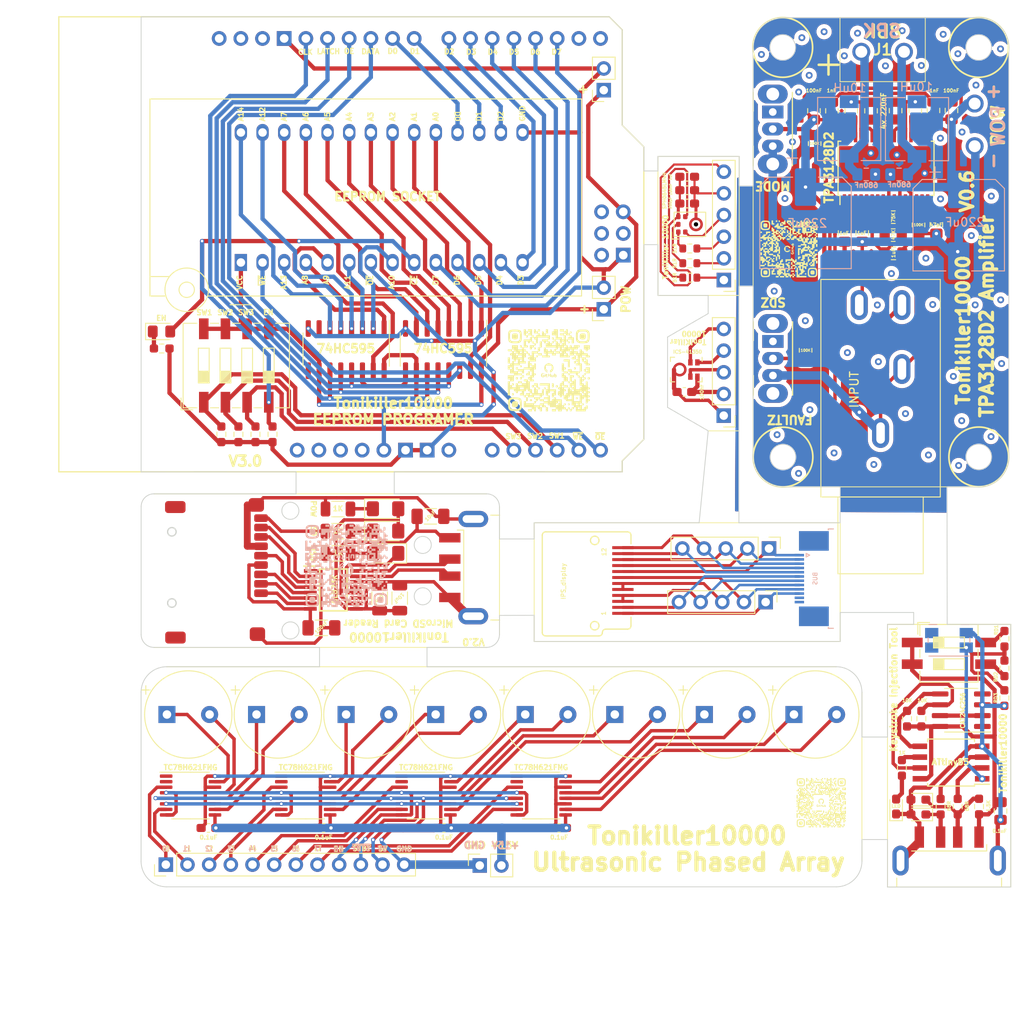
<source format=kicad_pcb>
(kicad_pcb (version 20221018) (generator pcbnew)
  (layers (0 "F.Cu" signal) (31 "B.Cu" signal) (34 "B.Paste" user) (35 "F.Paste" user) (36 "B.SilkS" user "B.Silkscreen") (37 "F.SilkS" user "F.Silkscreen") (38 "B.Mask" user) (39 "F.Mask" user) (44 "Edge.Cuts" user))
  (net 0 "")
  (footprint "Socket:DIP_Socket-28_W11.9_W12.7_W15.24_W17.78_W18.5_3M_228-1277-00-0602J" (layer "F.Cu") (at 161.180119 68.19 90)
    (fp_text reference "U2" hide)
    (fp_text value "EEPROM SOCKET")
  )
  (footprint "Capacitor_THT:CP_Radial_D10.0mm_P5.00mm" (layer "F.Cu") (at 184.013637 121.178686)
    (fp_text reference "LS4" hide)
    (fp_text value "TCT40-16_UltrasonicSpeaker" hide)
  )
  (footprint "Capacitor_SMD:C_1206_3216Metric_Pad1.33x1.80mm_HandSolder" (layer "F.Cu") (at 170.62 111.02)
    (fp_text reference "REF**" hide)
    (fp_text value "100nF")
  )
  (footprint "Package_SO:TSSOP-16_4.4x5mm_P0.65mm" (layer "F.Cu") (at 196.381314 130.678686)
    (fp_text reference "U4" hide)
    (fp_text value "TC78H621FNG")
  )
  (footprint "Sensor_Audio:Knowles_SPH0645LM4H-6_3.5x2.65mm" (layer "F.Cu") (at 213.82 63.72 90)
    (fp_text reference "MK1" hide)
    (fp_text value "SPH0645LM4H")
  )
  (footprint "Capacitor_SMD:C_0805_2012Metric_Pad1.18x1.45mm_HandSolder" (layer "F.Cu") (at 234.02 64.72 -90)
    (fp_text reference "C8" hide)
    (fp_text value "1uF")
  )
  (footprint "Connector_USB:USB_A_CNCTech_1001-011-01101_Horizontal" (layer "F.Cu") (at 195.32 103.96)
    (fp_text reference "J1" hide)
    (fp_text value "USB_A")
  )
  (footprint "Resistor_SMD:R_0603_1608Metric_Pad0.98x0.95mm_HandSolder" (layer "F.Cu") (at 240.95 121.6675 -90)
    (fp_text reference "R5" hide)
    (fp_text value "10K")
  )
  (footprint "Capacitor_THT:CP_Radial_D10.0mm_P5.00mm" (layer "F.Cu") (at 194.513637 121.178686)
    (fp_text reference "LS5" hide)
    (fp_text value "TCT40-16_UltrasonicSpeaker" hide)
  )
  (footprint "Connector_PinHeader_2.54mm:PinHeader_1x05_P2.54mm_Vertical" (layer "F.Cu") (at 217.782 86.1425 180)
    (fp_text reference "J1" hide)
    (fp_text value "Conn_01x05_Pin" hide)
  )
  (footprint "Resistor_SMD:R_0603_1608Metric_Pad0.98x0.95mm_HandSolder" (layer "F.Cu") (at 160.890119 88.3325 -90)
    (fp_text reference "REF**12" hide)
    (fp_text value "R_0603_1608Metric_Pad0.98x0.95mm_HandSolder")
  )
  (footprint "" (layer "F.Cu") (at 163.54 101.46 180)
    (fp_text reference "")
    (fp_text value "")
  )
  (footprint "Capacitor_THT:CP_Radial_D10.0mm_P5.00mm" (layer "F.Cu") (at 152.513637 121.178686)
    (fp_text reference "LS1" hide)
    (fp_text value "TCT40-16_UltrasonicSpeaker" hide)
  )
  (footprint "Sensor_Audio:Knowles_LGA-5_3.5x2.65mm" (layer "F.Cu") (at 213.39 80.74 -90)
    (fp_text reference "MK1" hide)
    (fp_text value "ICS-41350")
  )
  (footprint "Connector_PinSocket_2.54mm:PinSocket_1x02_P2.54mm_Vertical" (layer "F.Cu") (at 203.720119 73.68 180)
    (fp_text reference "+")
    (fp_text value "PinSocket_1x02_P2.54mm_Vertical")
  )
  (footprint "Button_Switch_SMD:SW_DIP_SPSTx04_Slide_9.78x12.34mm_W8.61mm_P2.54mm" (layer "F.Cu") (at 160.640119 80.27 90)
    (fp_text reference "REF**" hide)
    (fp_text value "SW_DIP_SPSTx04_Slide_9.78x12.34mm_W8.61mm_P2.54mm")
  )
  (footprint "Capacitor_SMD:C_1206_3216Metric_Pad1.33x1.80mm_HandSolder" (layer "F.Cu") (at 183.4 97.95)
    (fp_text reference "REF**" hide)
    (fp_text value "10uF")
  )
  (footprint "Resistor_SMD:R_0603_1608Metric_Pad0.98x0.95mm_HandSolder" (layer "F.Cu") (at 250.68 119.25 90)
    (fp_text reference "R9" hide)
    (fp_text value "RD3")
  )
  (footprint "Capacitor_SMD:C_0603_1608Metric_Pad1.08x0.95mm_HandSolder" (layer "F.Cu") (at 198.481314 134.478686)
    (fp_text reference "C4" hide)
    (fp_text value "0.1uF")
  )
  (footprint "Capacitor_SMD:C_0603_1608Metric_Pad1.08x0.95mm_HandSolder" (layer "F.Cu") (at 213.4975 59.72 180)
    (fp_text reference "C2" hide)
    (fp_text value "200pF")
  )
  (footprint "Capacitor_SMD:C_0805_2012Metric_Pad1.18x1.45mm_HandSolder" (layer "F.Cu") (at 231.95 64.72 -90)
    (fp_text reference "C7" hide)
    (fp_text value "1uF")
  )
  (footprint "Package_SO:SOIC-16_3.9x9.9mm_P1.27mm" (layer "F.Cu") (at 173.525119 78.405 -90)
    (fp_text reference "U5" hide)
    (fp_text value "74HC595")
  )
  (footprint "Resistor_SMD:R_0603_1608Metric" (layer "F.Cu") (at 213.80675 66.548072 180)
    (fp_text reference "R1" hide)
    (fp_text value "51R")
  )
  (footprint "Resistor_SMD:R_0603_1608Metric_Pad0.98x0.95mm_HandSolder" (layer "F.Cu") (at 239.27 121.6675 -90)
    (fp_text reference "R4" hide)
    (fp_text value "10K")
  )
  (footprint "LED_SMD:LED_0805_2012Metric_Pad1.15x1.40mm_HandSolder" (layer "F.Cu") (at 151.872619 76.28)
    (fp_text reference "REF**" hide)
    (fp_text value "EN")
  )
  (footprint "Package_SO:HTSSOP-32-1EP_6.1x11mm_P0.65mm_EP5.2x11mm_Mask4.11x4.36mm" (layer "F.Cu") (at 236.81 57.15 90)
    (fp_text reference "U1" hide)
    (fp_text value "TPA3128D2")
  )
  (footprint "Capacitor_SMD:C_0603_1608Metric_Pad1.08x0.95mm_HandSolder" (layer "F.Cu") (at 157.381314 134.478686)
    (fp_text reference "C1" hide)
    (fp_text value "0.1uF")
  )
  (footprint "Package_SO:TSSOP-16_4.4x5mm_P0.65mm" (layer "F.Cu") (at 182.881314 130.678686)
    (fp_text reference "U3" hide)
    (fp_text value "TC78H621FNG")
  )
  (footprint "Resistor_SMD:R_0603_1608Metric_Pad0.98x0.95mm_HandSolder" (layer "F.Cu") (at 158.890119 88.3325 -90)
    (fp_text reference "REF**11" hide)
    (fp_text value "R_0603_1608Metric_Pad0.98x0.95mm_HandSolder")
  )
  (footprint "Connector_PinHeader_2.54mm:PinHeader_1x05_P2.54mm_Vertical" (layer "F.Cu") (at 223.09 101.72 -90)
    (fp_text reference "J1" hide)
    (fp_text value "Conn_01x05_Pin" hide)
  )
  (footprint "Resistor_SMD:R_0603_1608Metric_Pad0.98x0.95mm_HandSolder" (layer "F.Cu") (at 162.890119 88.3325 -90)
    (fp_text reference "REF**13" hide)
    (fp_text value "R_0603_1608Metric_Pad0.98x0.95mm_HandSolder")
  )
  (footprint "Arduino_Uno_R3_Shield" (layer "F.Cu") (at 139.84 92.73)
    (fp_text reference "ArduinoShieldFootprint" hide)
    (fp_text value "Arduino_Uno_R3_Shield" hide)
  )
  (footprint "" (layer "F.Cu") (at 163.54 98.16 180)
    (fp_text reference "")
    (fp_text value "")
  )
  (footprint "GL823K:SOP64P600X175-16N" (layer "F.Cu") (at 172.02 106.5725)
    (fp_text reference "IC**" hide)
    (fp_text value "GL823K")
  )
  (footprint "Resistor_SMD:R_0603_1608Metric_Pad0.98x0.95mm_HandSolder" (layer "F.Cu") (at 250.69 112.3 -90)
    (fp_text reference "R7" hide)
    (fp_text value "RD1")
  )
  (footprint "Capacitor_SMD:C_0805_2012Metric_Pad1.18x1.45mm_HandSolder" (layer "F.Cu") (at 235.05 50.41 90)
    (fp_text reference "C12" hide)
    (fp_text value "220nF" hide)
  )
  (footprint "Resistor_SMD:R_1206_3216Metric" (layer "F.Cu") (at 172.5525 99.69 180)
    (fp_text reference "R1" hide)
    (fp_text value "1K")
  )
  (footprint "" (layer "F.Cu") (at 163.54 99.26 180)
    (fp_text reference "")
    (fp_text value "")
  )
  (footprint "Resistor_SMD:R_0603_1608Metric_Pad0.98x0.95mm_HandSolder" (layer "F.Cu") (at 243.21 131.99 -90)
    (fp_text reference "R2" hide)
    (fp_text value "68R")
  )
  (footprint "Capacitor_SMD:C_0805_2012Metric_Pad1.18x1.45mm_HandSolder" (layer "F.Cu") (at 230.47 50.41 -90)
    (fp_text reference "C2" hide)
    (fp_text value "1nF")
  )
  (footprint "" (layer "F.Cu") (at 163.12 111.76 -90)
    (fp_text reference "")
    (fp_text value "")
  )
  (footprint "Connector_Wire:SolderWirePad_1x01_SMD_1x2mm" (layer "F.Cu") (at 163.54 106.96 -90)
    (fp_text reference "REF**" hide)
    (fp_text value "SolderWirePad_1x01_SMD_1x2mm")
  )
  (footprint "Diode_SMD:D_0603_1608Metric_Pad1.05x0.95mm_HandSolder" (layer "F.Cu") (at 240.605 131.16 180)
    (fp_text reference "D2" hide)
    (fp_text value "1N5711UR")
  )
  (footprint "" (layer "F.Cu") (at 153.51 112.16 -90)
    (fp_text reference "")
    (fp_text value "")
  )
  (footprint "Package_SO:SOIC-16_3.9x9.9mm_P1.27mm" (layer "F.Cu") (at 184.925119 78.395 -90)
    (fp_text reference "U1" hide)
    (fp_text value "74HC595")
  )
  (footprint "Resistor_SMD:R_0805_2012Metric_Pad1.20x1.40mm_HandSolder" (layer "F.Cu") (at 240.62 63.79 -90)
    (fp_text reference "R3" hide)
    (fp_text value "100K")
  )
  (footprint "Resistor_SMD:R_0603_1608Metric_Pad0.98x0.95mm_HandSolder" (layer "F.Cu") (at 245.21 131.98 -90)
    (fp_text reference "R1" hide)
    (fp_text value "68R")
  )
  (footprint "" (layer "F.Cu") (at 163.54 103.66 180)
    (fp_text reference "")
    (fp_text value "")
  )
  (footprint "Connector_Audio:Jack_6.35mm_Neutrik_NRJ4HH-1_Horizontal" (layer "F.Cu") (at 241.67 77.18 -90)
    (fp_text reference "J2" hide)
    (fp_text value "INPUT")
  )
  (footprint "Connector_PinSocket_2.54mm:PinSocket_1x02_P2.54mm_Vertical" (layer "F.Cu") (at 203.720119 47.99 180)
    (fp_text reference "+")
    (fp_text value "PinSocket_1x02_P2.54mm_Vertical")
  )
  (footprint "Capacitor_THT:CP_Radial_D10.0mm_P5.00mm" (layer "F.Cu") (at 163.013637 121.178686)
    (fp_text reference "LS2" hide)
    (fp_text value "TCT40-16_UltrasonicSpeaker" hide)
  )
  (footprint "LED_SMD:LED_1206_3216Metric_Pad1.42x1.75mm_HandSolder" (layer "F.Cu") (at 178.14 99.67)
    (fp_text reference "REF**" hide)
    (fp_text value "LED_1206_3216Metric_Pad1.42x1.75mm_HandSolder")
  )
  (footprint "" (layer "F.Cu") (at 163.54 102.56 180)
    (fp_text reference "")
    (fp_text value "")
  )
  (footprint "KF3012P" (layer "F.Cu") (at 233.91 43.49)
    (fp_text reference "J1")
    (fp_text value "SPEAKER" hide)
  )
  (footprint "Capacitor_SMD:C_0603_1608Metric_Pad1.08x0.95mm_HandSolder" (layer "F.Cu") (at 213.172 83.3675)
    (fp_text reference "C1" hide)
    (fp_text value "100nF")
  )
  (footprint "Resistor_SMD:R_0805_2012Metric_Pad1.20x1.40mm_HandSolder" (layer "F.Cu") (at 227.38 78.48 90)
    (fp_text reference "R4" hide)
    (fp_text value "100K")
  )
  (footprint "Connector_PinHeader_2.54mm:PinHeader_1x12_P2.54mm_Vertical" (layer "F.Cu") (at 152.381314 138.778686 90)
    (fp_text reference "J1" hide)
    (fp_text value "Conn_01x12_Pin")
  )
  (footprint "Capacitor_SMD:C_0805_2012Metric_Pad1.18x1.45mm_HandSolder" (layer "F.Cu") (at 242.37 50.37 -90)
    (fp_text reference "C3" hide)
    (fp_text value "100nF")
  )
  (footprint "" (layer "F.Cu") (at 163.54 100.36 180)
    (fp_text reference "")
    (fp_text value "")
  )
  (footprint "Connector_USB:USB_A_CNCTech_1001-011-01101_Horizontal" (layer "F.Cu") (at 244.21 145.2 -90)
    (fp_text reference "J1" hide)
    (fp_text value "USB_A")
  )
  (footprint "Capacitor_SMD:C_0805_2012Metric_Pad1.18x1.45mm_HandSolder" (layer "F.Cu") (at 237.68 67.13)
    (fp_text reference "C5" hide)
    (fp_text value "1uF")
  )
  (footprint "Resistor_SMD:R_0805_2012Metric_Pad1.20x1.40mm_HandSolder" (layer "F.Cu") (at 228.44 54.25 -90)
    (fp_text reference "R5" hide)
    (fp_text value "100K")
  )
  (footprint "Capacitor_THT:CP_Radial_D10.0mm_P5.00mm" (layer "F.Cu") (at 173.513637 121.178686)
    (fp_text reference "LS3" hide)
    (fp_text value "TCT40-16_UltrasonicSpeaker" hide)
  )
  (footprint "Capacitor_THT:CP_Radial_D10.0mm_P5.00mm" (layer "F.Cu") (at 215.513637 121.178686)
    (fp_text reference "LS7" hide)
    (fp_text value "TCT40-16_UltrasonicSpeaker" hide)
  )
  (footprint "Connector_PinHeader_2.54mm:PinHeader_1x06_P2.54mm_Vertical" (layer "F.Cu") (at 217.79675 70.248072 180)
    (fp_text reference "J1" hide)
    (fp_text value "Conn_01x06_Pin")
  )
  (footprint "Button_Switch_THT:SW_CuK_OS102011MA1QN1_SPDT_Angled" (layer "F.Cu") (at 223.55 77.44 -90)
    (fp_text reference "SW1" hide)
    (fp_text value "SW_SPDT" hide)
  )
  (footprint "" (layer "F.Cu") (at 163.54 105.86 180)
    (fp_text reference "")
    (fp_text value "")
  )
  (footprint "Package_SO:TSSOP-16_4.4x5mm_P0.65mm" (layer "F.Cu") (at 155.281314 130.678686)
    (fp_text reference "U1" hide)
    (fp_text value "TC78H621FNG")
  )
  (footprint "" (layer "F.Cu") (at 153.49 96.86 -90)
    (fp_text reference "")
    (fp_text value "")
  )
  (footprint "Resistor_SMD:R_0805_2012Metric_Pad1.20x1.40mm_HandSolder" (layer "F.Cu") (at 237.66 62.88)
    (fp_text reference "R2" hide)
    (fp_text value "75K")
  )
  (footprint "Connector_PinSocket_2.54mm:PinSocket_1x02_P2.54mm_Vertical" (layer "F.Cu") (at 189.181314 138.878686 90)
    (fp_text reference "J2" hide)
    (fp_text value "Conn_01x02_Socket")
  )
  (footprint "LOGO" (layer "F.Cu") (at 229.222593 131.507408)
    (fp_text reference "G***" hide)
    (fp_text value "LOGO" hide)
  )
  (footprint "Connector_PinHeader_2.54mm:PinHeader_1x05_P2.54mm_Vertical" (layer "F.Cu") (at 222.695 108 -90)
    (fp_text reference "J1" hide)
    (fp_text value "Conn_01x05_Pin" hide)
  )
  (footprint "Capacitor_THT:CP_Radial_D10.0mm_P5.00mm" (layer "F.Cu") (at 226.013637 121.178686)
    (fp_text reference "LS8" hide)
    (fp_text value "TCT40-16_UltrasonicSpeaker" hide)
  )
  (footprint "Capacitor_SMD:C_0805_2012Metric_Pad1.18x1.45mm_HandSolder" (layer "F.Cu") (at 232.73 50.41 90)
    (fp_text reference "C11" hide)
    (fp_text value "220nF")
  )
  (footprint "Capacitor_SMD:C_0805_2012Metric_Pad1.18x1.45mm_HandSolder" (layer "F.Cu") (at 240.24 50.39 90)
    (fp_text reference "C14" hide)
    (fp_text value "220nF")
  )
  (footprint "Resistor_SMD:R_0603_1608Metric_Pad0.98x0.95mm_HandSolder" (layer "F.Cu") (at 238.67 127.44 -90)
    (fp_text reference "R6" hide)
    (fp_text value "1K")
  )
  (footprint "Resistor_SMD:R_0603_1608Metric" (layer "F.Cu") (at 213.80675 69.968072 180)
    (fp_text reference "R3" hide)
    (fp_text value "51R")
  )
  (footprint "LED_SMD:LED_1206_3216Metric_Pad1.42x1.75mm_HandSolder" (layer "F.Cu") (at 178.1425 102.29 180)
    (fp_text reference "REF**" hide)
    (fp_text value "LED_1206_3216Metric_Pad1.42x1.75mm_HandSolder")
  )
  (footprint "Capacitor_SMD:C_0603_1608Metric_Pad1.08x0.95mm_HandSolder" (layer "F.Cu") (at 184.981314 134.478686)
    (fp_text reference "C3" hide)
    (fp_text value "0.1uF")
  )
  (footprint "Button_Switch_SMD:SW_DIP_SPSTx02_Slide_6.7x6.64mm_W8.61mm_P2.54mm_LowProfile" (layer "F.Cu") (at 244.185 114.01)
    (fp_text reference "SW2" hide)
    (fp_text value "SW_DIP_x02")
  )
  (footprint "Button_Switch_THT:SW_CuK_OS102011MA1QN1_SPDT_Angled" (layer "F.Cu") (at 223.53 50.55 -90)
    (fp_text reference "SW1" hide)
    (fp_text value "SW_SPDT" hide)
  )
  (footprint "Connector_Wire:SolderWirePad_1x01_SMD_1x2mm" (layer "F.Cu") (at 222.04 86.71)
    (fp_text reference "REF**" hide)
    (fp_text value "SolderWirePad_1x01_SMD_1x2mm")
  )
  (footprint "Resistor_SMD:R_1206_3216Metric" (layer "F.Cu") (at 172.5725 102.29 180)
    (fp_text reference "R1" hide)
    (fp_text value "1K")
  )
  (footprint "Resistor_SMD:R_1206_3216Metric" (layer "F.Cu") (at 177.45 107.54 -90)
    (fp_text reference "R1" hide)
    (fp_text value "100nF")
  )
  (footprint "Package_SO:TSSOP-16_4.4x5mm_P0.65mm" (layer "F.Cu") (at 168.781314 130.678686)
    (fp_text reference "U2" hide)
    (fp_text value "TC78H621FNG")
  )
  (footprint "Diode_SMD:D_0603_1608Metric_Pad1.05x0.95mm_HandSolder" (layer "F.Cu") (at 237.99 131.9675 90)
    (fp_text reference "D3" hide)
    (fp_text value "LED")
  )
  (footprint "Resistor_SMD:R_1206_3216Metric" (layer "F.Cu") (at 172.5625 97.09 180)
    (fp_text reference "R1" hide)
    (fp_text value "1K")
  )
  (footprint "Diode_SMD:D_0603_1608Metric_Pad1.05x0.95mm_HandSolder" (layer "F.Cu") (at 240.6075 132.9 180)
    (fp_text reference "D1" hide)
    (fp_text value "1N5711UR")
  )
  (footprint "Resistor_SMD:R_0603_1608Metric_Pad0.98x0.95mm_HandSolder" (layer "F.Cu") (at 151.900119 78.27 180)
    (fp_text reference "REF**" hide)
    (fp_text value "R_0603_1608Metric_Pad0.98x0.95mm_HandSolder")
  )
  (footprint "" (layer "F.Cu") (at 163.54 104.76 180)
    (fp_text reference "")
    (fp_text value "")
  )
  (footprint "Capacitor_SMD:C_0805_2012Metric_Pad1.18x1.45mm_HandSolder" (layer "F.Cu") (at 244.48 50.37 -90)
    (fp_text reference "C1" hide)
    (fp_text value "1nF")
  )
  (footprint "Capacitor_SMD:C_0805_2012Metric_Pad1.18x1.45mm_HandSolder" (layer "F.Cu") (at 228.36 50.41 -90)
    (fp_text reference "C4" hide)
    (fp_text value "100nF")
  )
  (footprint "Resistor_SMD:R_0603_1608Metric_Pad0.98x0.95mm_HandSolder" (layer "F.Cu") (at 247.71 131.97 -90)
    (fp_text reference "R3" hide)
    (fp_text value "1.5K")
  )
  (footprint "LOGO" (layer "F.Cu") (at 225.416988 66.639036 90)
    (fp_text reference "G***" hide)
    (fp_text value "LOGO" hide)
  )
  (footprint "Resistor_SMD:R_0805_2012Metric_Pad1.20x1.40mm_HandSolder" (layer "F.Cu") (at 237.65 64.98 180)
    (fp_text reference "R1" hide)
    (fp_text value "47K")
  )
  (footprint "Resistor_SMD:R_1206_3216Metric" (layer "F.Cu") (at 179.8 107.54 -90)
    (fp_text reference "R1" hide)
    (fp_text value "10uF")
  )
  (footprint "LED_SMD:LED_1206_3216Metric_Pad1.42x1.75mm_HandSolder" (layer "F.Cu") (at 178.14 97.06)
    (fp_text reference "REF**" hide)
    (fp_text value "LED_1206_3216Metric_Pad1.42x1.75mm_HandSolder")
  )
  (footprint "Capacitor_SMD:C_0603_1608Metric_Pad1.08x0.95mm_HandSolder" (layer "F.Cu") (at 170.881314 134.478686)
    (fp_text reference "C2" hide)
    (fp_text value "0.1uF")
  )
  (footprint "Resistor_SMD:R_0603_1608Metric" (layer "F.Cu") (at 213.80675 68.278072 180)
    (fp_text reference "R2" hide)
    (fp_text value "51R")
  )
  (footprint "Package_SO:SOIC-8_3.9x4.9mm_P1.27mm" (layer "F.Cu") (at 245.625 120.675 180)
    (fp_text reference "U2" hide)
    (fp_text value "CAT24C256")
  )
  (footprint "open-Smartwatch:GC9A01_IPS_display" (layer "F.Cu") (at 205.71 105.47 90)
    (fp_text reference "J1" hide)
    (fp_text value "IPS_display")
  )
  (footprint "Capacitor_THT:CP_Radial_D10.0mm_P5.00mm" (layer "F.Cu") (at 205.013637 121.178686)
    (fp_text reference "LS6" hide)
    (fp_text value "TCT40-16_UltrasonicSpeaker" hide)
  )
  (footprint "Package_SO:SOIC-8W_5.3x5.3mm_P1.27mm" (layer "F.Cu") (at 244.43 126.81 180)
    (fp_text reference "U1" hide)
    (fp_text value "ATtiny85")
  )
  (footprint "Capacitor_SMD:C_0603_1608Metric_Pad1.08x0.95mm_HandSolder" (layer "F.Cu") (at 213.4985 58.1395 180)
    (fp_text reference "C1" hide)
    (fp_text value "1uF")
  )
  (footprint "LOGO" (layer "F.Cu") (at 197.300119 80.81)
    (fp_text reference "G***" hide)
    (fp_text value "LOGO" hide)
  )
  (footprint "Resistor_SMD:R_0603_1608Metric_Pad0.98x0.95mm_HandSolder" (layer "F.Cu") (at 250.69 115.77 90)
    (fp_text reference "R8" hide)
    (fp_text value "RD2")
  )
  (footprint "Capacitor_SMD:C_0805_2012Metric_Pad1.18x1.45mm_HandSolder" (layer "F.Cu") (at 242.71 63.76 90)
    (fp_text reference "C10" hide)
    (fp_text value "47pF")
  )
  (footprint "Resistor_SMD:R_0603_1608Metric_Pad0.98x0.95mm_HandSolder" (layer "F.Cu") (at 164.890119 88.3325 -90)
    (fp_text reference "REF**14" hide)
    (fp_text value "R_0603_1608Metric_Pad0.98x0.95mm_HandSolder")
  )
  (footprint "" (layer "F.Cu") (at 162.99 96.61 -90)
    (fp_text reference "")
    (fp_text value "")
  )
  (footprint "Capacitor_SMD:C_0805_2012Metric_Pad1.18x1.45mm_HandSolder" (layer "F.Cu") (at 237.93 50.39 90)
    (fp_text reference "C13" hide)
    (fp_text value "220nF")
  )
  (footprint "Capacitor_SMD:C_0805_2012Metric_Pad1.18x1.45mm_HandSolder" (layer "F.Cu") (at 250.23 132.49 90)
    (fp_text reference "C1" hide)
    (fp_text value "0.1uF")
  )
  (footprint "Capacitor_SMD:C_0603_1608Metric_Pad1.08x0.95mm_HandSolder" (layer "F.Cu") (at 213.4975 61.28 180)
    (fp_text reference "C3" hide)
    (fp_text value "100nF")
  )
  (footprint "Capacitor_SMD:C_0805_2012Metric_Pad1.18x1.45mm_HandSolder" (layer "B.Cu") (at 238.3375 57.87)
    (fp_text reference "C16" hide)
    (fp_text value "680nF")
  )
  (footprint "Capacitor_SMD:C_0805_2012Metric_Pad1.18x1.45mm_HandSolder" (layer "B.Cu") (at 234.49 57.87 180)
    (fp_text reference "C15" hide)
    (fp_text value "680nF")
  )
  (footprint "Capacitor_SMD:CP_Elec_10x10.5" (layer "B.Cu") (at 227.37 63.55 -90)
    (fp_text reference "C9" hide)
    (fp_text value "220uF")
  )
  (footprint "KF3012P" (layer "B.Cu") (at 247.2 49.56 -90)
    (fp_text reference "J1" hide)
    (fp_text value "SPEAKER" hide)
  )
  (footprint "Button_Switch_SMD:Panasonic_EVQPUL_EVQPUC" (layer "B.Cu") (at 244.19 112.48 180)
    (fp_text reference "SW1" hide)
    (fp_text value "SW_Push")
  )
  (footprint "Inductor_SMD:L_7.3x7.3_H4.5" (layer "B.Cu") (at 232.49 52.54 -90)
    (fp_text reference "L1" hide)
    (fp_text value "10uH")
  )
  (footprint "Inductor_SMD:L_7.3x7.3_H4.5" (layer "B.Cu") (at 240.44 52.56 -90)
    (fp_text reference "L2" hide)
    (fp_text value "10uH")
  )
  (footprint "Capacitor_SMD:CP_Elec_10x10.5" (layer "B.Cu") (at 245.33 63.82 -90)
    (fp_text reference "C6" hide)
    (fp_text value "220uF")
  )
  (footprint "LOGO" (layer "B.Cu") (at 173.493225 103.731515)
    (fp_text reference "G***" hide)
    (fp_text value "LOGO" hide)
  )
  (footprint "Connector_FFC-FPC:TE_1-1734839-2_1x12-1MP_P0.5mm_Horizontal" (layer "B.Cu") (at 228 105.25 -90)
    (fp_text reference "REF**" hide)
    (fp_text value "BUS")
  )
  (gr_circle (center 247.67 42.98) (end 251.17 42.98) (stroke (width 0.2)) (fill none) (layer "F.SilkS"))
  (gr_circle (center 224.73 91) (end 228.23 91) (stroke (width 0.2)) (fill none) (layer "F.SilkS"))
  (gr_rect (start 195.565 98.7) (end 231.435 112.62) (stroke (width 0.1)) (fill none) (layer "F.SilkS"))
  (gr_rect (start 236.98 110.61) (end 251.43 141.41) (stroke (width 0.1)) (fill none) (layer "F.SilkS"))
  (gr_circle (center 247.68 90.98) (end 251.18 90.98) (stroke (width 0.2)) (fill none) (layer "F.SilkS"))
  (gr_line (start 150.99 95.31) (end 189.98934 95.31066) (stroke (width 0.1)) (layer "F.SilkS"))
  (gr_line (start 233.981314 138.378686) (end 233.981314 118.578686) (stroke (width 0.1)) (layer "F.SilkS"))
  (gr_circle (center 224.7 42.98) (end 228.2 42.98) (stroke (width 0.2)) (fill none) (layer "F.SilkS"))
  (gr_line (start 230.981314 115.578686) (end 152.481314 115.578686) (stroke (width 0.1)) (layer "F.SilkS"))
  (gr_rect (start 210.06675 55.748072) (end 219.59675 72.048072) (stroke (width 0.1)) (fill none) (layer "F.SilkS"))
  (gr_line (start 247.7 94.49) (end 224.73 94.49) (stroke (width 0.1)) (layer "F.SilkS"))
  (gr_line (start 189.99 113.31) (end 150.99 113.31) (stroke (width 0.1)) (layer "F.SilkS"))
  (gr_line (start 221.23 90.99) (end 221.23 42.99) (stroke (width 0.1)) (layer "F.SilkS"))
  (gr_line (start 205.88 92.74) (end 149.49 92.74) (stroke (width 0.1)) (layer "F.SilkS"))
  (gr_line (start 219.562 87.9275) (end 215.962 87.9275) (stroke (width 0.1)) (layer "F.SilkS"))
  (gr_line (start 191.48934 96.81066) (end 191.49 111.81) (stroke (width 0.1)) (layer "F.SilkS"))
  (gr_line (start 251.43 110.61) (end 236.98 110.61) (stroke (width 0.1)) (layer "F.SilkS"))
  (gr_line (start 191.48934 96.81066) (end 191.49 100.6) (stroke (width 0.1)) (layer "Edge.Cuts"))
  (gr_circle (center 166.99 111.32) (end 165.99 111.32) (stroke (width 0.1)) (fill none) (layer "Edge.Cuts"))
  (gr_line (start 215.962 74.1775) (end 215.96 72.05) (stroke (width 0.1)) (layer "Edge.Cuts"))
  (gr_circle (center 182.5 101.3) (end 181.5 101.3) (stroke (width 0.1)) (fill none) (layer "Edge.Cuts"))
  (gr_arc (start 149.481314 118.578686) (mid 150.359994 116.457366) (end 152.481314 115.578686) (stroke (width 0.1)) (layer "Edge.Cuts"))
  (gr_circle (center 224.7 42.98) (end 226.2 42.98) (stroke (width 0.1)) (fill none) (layer "Edge.Cuts"))
  (gr_line (start 204.37 39.39) (end 205.88 40.92) (stroke (width 0.1)) (layer "Edge.Cuts"))
  (gr_line (start 210.06 57.46) (end 210.06 55.75) (stroke (width 0.1)) (layer "Edge.Cuts"))
  (gr_line (start 219.6 59.22) (end 221.24 59.22) (stroke (width 0.1)) (layer "Edge.Cuts"))
  (gr_line (start 219.57 70.96) (end 219.562 74.1775) (stroke (width 0.1)) (layer "Edge.Cuts"))
  (gr_line (start 215.962 87.9275) (end 211.202 85.1775) (stroke (width 0.1)) (layer "Edge.Cuts"))
  (gr_line (start 231.43 94.49) (end 224.73 94.49) (stroke (width 0.1)) (layer "Edge.Cuts"))
  (gr_circle (center 224.73 91) (end 226.23 91) (stroke (width 0.1)) (fill none) (layer "Edge.Cuts"))
  (gr_arc (start 221.23 42.99) (mid 222.255126 40.515126) (end 224.73 39.49) (stroke (width 0.1)) (layer "Edge.Cuts"))
  (gr_line (start 195.56 98.7) (end 214.9 98.7) (stroke (width 0.1)) (layer "Edge.Cuts"))
  (gr_line (start 219.6 55.75) (end 219.6 59.22) (stroke (width 0.1)) (layer "Edge.Cuts"))
  (gr_line (start 233.981314 138.378686) (end 233.98 135.84) (stroke (width 0.1)) (layer "Edge.Cuts"))
  (gr_line (start 179.16 92.73) (end 179.16 95.31) (stroke (width 0.1)) (layer "Edge.Cuts"))
  (gr_line (start 210.07 72.05) (end 210.07 66.1) (stroke (width 0.1)) (layer "Edge.Cuts"))
  (gr_line (start 221.23 90.99) (end 221.23 70.96) (stroke (width 0.1)) (layer "Edge.Cuts"))
  (gr_line (start 183 113.31) (end 189.99 113.31) (stroke (width 0.1)) (layer "Edge.Cuts"))
  (gr_arc (start 189.98934 95.31066) (mid 191.050018 95.749982) (end 191.48934 96.81066) (stroke (width 0.1)) (layer "Edge.Cuts"))
  (gr_line (start 236.98 110.61) (end 236.98 123.82) (stroke (width 0.1)) (layer "Edge.Cuts"))
  (gr_line (start 208.43 57.46) (end 210.06 57.46) (stroke (width 0.1)) (layer "Edge.Cuts"))
  (gr_line (start 179.16 95.31) (end 189.98934 95.31066) (stroke (width 0.1)) (layer "Edge.Cuts"))
  (gr_line (start 205.88 52.09) (end 208.43 54.64) (stroke (width 0.1)) (layer "Edge.Cuts"))
  (gr_line (start 149.49 92.74) (end 149.490119 39.39) (stroke (width 0.1)) (layer "Edge.Cuts"))
  (gr_arc (start 251.2 90.99) (mid 250.174874 93.464874) (end 247.7 94.49) (stroke (width 0.1)) (layer "Edge.Cuts"))
  (gr_line (start 240.05 109.22) (end 231.44 109.22) (stroke (width 0.1)) (layer "Edge.Cuts"))
  (gr_arc (start 247.7 39.49) (mid 250.174874 40.515126) (end 251.2 42.99) (stroke (width 0.1)) (layer "Edge.Cuts"))
  (gr_line (start 210.06 55.75) (end 219.6 55.75) (stroke (width 0.1)) (layer "Edge.Cuts"))
  (gr_line (start 149.49 111.81) (end 149.49 96.81) (stroke (width 0.1)) (layer "Edge.Cuts"))
  (gr_line (start 191.49 109.56) (end 191.49 111.81) (stroke (width 0.1)) (layer "Edge.Cuts"))
  (gr_line (start 219.562 87.9275) (end 219.56 98.7) (stroke (width 0.1)) (layer "Edge.Cuts"))
  (gr_line (start 183 115.58) (end 183 113.31) (stroke (width 0.1)) (layer "Edge.Cuts"))
  (gr_line (start 236.98 141.41) (end 251.43 141.41) (stroke (width 0.1)) (layer "Edge.Cuts"))
  (gr_line (start 167.65 95.31) (end 150.99 95.31) (stroke (width 0.1)) (layer "Edge.Cuts"))
  (gr_line (start 195.56 109.55) (end 191.49 109.56) (stroke (width 0.1)) (layer "Edge.Cuts"))
  (gr_arc (start 149.49 96.81) (mid 149.929369 95.749369) (end 150.99 95.31) (stroke (width 0.1)) (layer "Edge.Cuts"))
  (gr_line (start 224.73 39.49) (end 247.7 39.49) (stroke (width 0.1)) (layer "Edge.Cuts"))
  (gr_line (start 191.49 100.6) (end 195.56 100.6) (stroke (width 0.1)) (layer "Edge.Cuts"))
  (gr_line (start 150.99 113.31) (end 170.4 113.31) (stroke (width 0.1)) (layer "Edge.Cuts"))
  (gr_line (start 210.07 66.1) (end 208.43 66.1) (stroke (width 0.1)) (layer "Edge.Cuts"))
  (gr_arc (start 233.981314 138.378686) (mid 233.102626 140.499986) (end 230.981314 141.378686) (stroke (width 0.1)) (layer "Edge.Cuts"))
  (gr_line (start 167.65 92.73) (end 167.65 95.31) (stroke (width 0.1)) (layer "Edge.Cuts"))
  (gr_line (start 219.56 98.7) (end 231.43 98.7) (stroke (width 0.1)) (layer "Edge.Cuts"))
  (gr_line (start 149.490119 39.39) (end 204.37 39.39) (stroke (width 0.1)) (layer "Edge.Cuts"))
  (gr_line (start 170.4 115.58) (end 152.481314 115.578686) (stroke (width 0.1)) (layer "Edge.Cuts"))
  (gr_arc (start 191.49 111.81) (mid 191.050689 112.870689) (end 189.99 113.31) (stroke (width 0.1)) (layer "Edge.Cuts"))
  (gr_line (start 195.56 112.62) (end 195.56 109.55) (stroke (width 0.1)) (layer "Edge.Cuts"))
  (gr_line (start 231.43 98.7) (end 231.43 94.49) (stroke (width 0.1)) (layer "Edge.Cuts"))
  (gr_line (start 236.98 110.61) (end 240.05 110.61) (stroke (width 0.1)) (layer "Edge.Cuts"))
  (gr_line (start 251.43 141.41) (end 251.43 110.61) (stroke (width 0.1)) (layer "Edge.Cuts"))
  (gr_circle (center 153.09 99.76) (end 152.59 99.76) (stroke (width 0.15)) (fill none) (layer "Edge.Cuts"))
  (gr_line (start 208.43 88.92) (end 205.88 91.47) (stroke (width 0.1)) (layer "Edge.Cuts"))
  (gr_line (start 247.7 94.49) (end 243.96 94.49) (stroke (width 0.1)) (layer "Edge.Cuts"))
  (gr_line (start 231.44 112.62) (end 195.56 112.62) (stroke (width 0.1)) (layer "Edge.Cuts"))
  (gr_line (start 230.981314 115.578686) (end 183 115.58) (stroke (width 0.1)) (layer "Edge.Cuts"))
  (gr_line (start 243.96 94.49) (end 243.98 110.61) (stroke (width 0.1)) (layer "Edge.Cuts"))
  (gr_circle (center 166.98 97.3) (end 165.98 97.3) (stroke (width 0.1)) (fill none) (layer "Edge.Cuts"))
  (gr_line (start 221.24 59.22) (end 221.23 42.99) (stroke (width 0.1)) (layer "Edge.Cuts"))
  (gr_line (start 208.43 54.64) (end 208.43 57.46) (stroke (width 0.1)) (layer "Edge.Cuts"))
  (gr_circle (center 247.67 42.98) (end 249.17 42.98) (stroke (width 0.1)) (fill none) (layer "Edge.Cuts"))
  (gr_line (start 208.43 66.1) (end 208.43 88.92) (stroke (width 0.1)) (layer "Edge.Cuts"))
  (gr_line (start 211.202 85.1775) (end 211.202 76.9275) (stroke (width 0.1)) (layer "Edge.Cuts"))
  (gr_line (start 152.481314 141.378686) (end 230.981314 141.378686) (stroke (width 0.1)) (layer "Edge.Cuts"))
  (gr_line (start 170.4 113.31) (end 170.4 115.58) (stroke (width 0.1)) (layer "Edge.Cuts"))
  (gr_line (start 195.56 100.6) (end 195.56 98.7) (stroke (width 0.1)) (layer "Edge.Cuts"))
  (gr_line (start 219.562 87.9275) (end 219.562 74.1775) (stroke (width 0.1)) (layer "Edge.Cuts"))
  (gr_line (start 149.49 92.74) (end 167.65 92.73) (stroke (width 0.1)) (layer "Edge.Cuts"))
  (gr_line (start 231.44 109.22) (end 231.44 112.62) (stroke (width 0.1)) (layer "Edge.Cuts"))
  (gr_line (start 205.88 91.47) (end 205.88 92.74) (stroke (width 0.1)) (layer "Edge.Cuts"))
  (gr_line (start 221.23 70.96) (end 219.57 70.96) (stroke (width 0.1)) (layer "Edge.Cuts"))
  (gr_line (start 215.96 72.05) (end 210.07 72.05) (stroke (width 0.1)) (layer "Edge.Cuts"))
  (gr_line (start 233.98 123.82) (end 233.981314 118.578686) (stroke (width 0.1)) (layer "Edge.Cuts"))
  (gr_line (start 236.98 123.82) (end 233.98 123.82) (stroke (width 0.1)) (layer "Edge.Cuts"))
  (gr_line (start 233.98 135.84) (end 236.98 135.84) (stroke (width 0.1)) (layer "Edge.Cuts"))
  (gr_circle (center 247.68 90.98) (end 249.18 90.98) (stroke (width 0.1)) (fill none) (layer "Edge.Cuts"))
  (gr_line (start 251.2 42.99) (end 251.2 90.99) (stroke (width 0.1)) (layer "Edge.Cuts"))
  (gr_line (start 205.88 40.92) (end 205.88 52.09) (stroke (width 0.1)) (layer "Edge.Cuts"))
  (gr_circle (center 153.09 108.11) (end 152.59 108.11) (stroke (width 0.15)) (fill none) (layer "Edge.Cuts"))
  (gr_line (start 149.481314 118.578686) (end 149.481314 138.378686) (stroke (width 0.1)) (layer "Edge.Cuts"))
  (gr_arc (start 224.73 94.49) (mid 222.255126 93.464874) (end 221.23 90.99) (stroke (width 0.1)) (layer "Edge.Cuts"))
  (gr_line (start 205.88 92.74) (end 179.16 92.73) (stroke (width 0.1)) (layer "Edge.Cuts"))
  (gr_line (start 240.05 110.61) (end 240.05 109.22) (stroke (width 0.1)) (layer "Edge.Cuts"))
  (gr_line (start 214.9 98.7) (end 215.962 87.9275) (stroke (width 0.1)) (layer "Edge.Cuts"))
  (gr_circle (center 182.5 107.32) (end 181.5 107.32) (stroke (width 0.1)) (fill none) (layer "Edge.Cuts"))
  (gr_arc (start 152.481314 141.378686) (mid 150.36 140.5) (end 149.481314 138.378686) (stroke (width 0.1)) (layer "Edge.Cuts"))
  (gr_arc (start 150.99 113.31) (mid 149.92934 112.87066) (end 149.49 111.81) (stroke (width 0.1)) (layer "Edge.Cuts"))
  (gr_line (start 236.98 135.84) (end 236.98 141.41) (stroke (width 0.1)) (layer "Edge.Cuts"))
  (gr_arc (start 230.981314 115.578686) (mid 233.10264 116.45736) (end 233.981314 118.578686) (stroke (width 0.1)) (layer "Edge.Cuts"))
  (gr_line (start 243.98 110.61) (end 251.43 110.61) (stroke (width 0.1)) (layer "Edge.Cuts"))
  (gr_line (start 211.202 76.9275) (end 215.962 74.1775) (stroke (width 0.1)) (layer "Edge.Cuts"))
  (gr_text "5V" (at 178.411314 137.268686) (layer "B.SilkS") (effects (font (size 0.6 0.6) (thickness 0.15) bold) (justify left bottom mirror)))
  (gr_text "SPK\n" (at 238.71 41.93) (layer "B.SilkS") (effects (font (size 1.5 1.5) (thickness 0.3) bold) (justify left bottom mirror)))
  (gr_text "I3" (at 160.551314 137.268686) (layer "B.SilkS") (effects (font (size 0.6 0.6) (thickness 0.15) bold) (justify left bottom mirror)))
  (gr_text "I5" (at 165.601314 137.268686) (layer "B.SilkS") (effects (font (size 0.6 0.6) (thickness 0.15) bold) (justify left bottom mirror)))
  (gr_text "GND\n" (at 189.901314 136.978686) (layer "B.SilkS") (effects (font (size 0.8 0.8) (thickness 0.2) bold) (justify left bottom mirror)))
  (gr_text "I2" (at 157.951314 137.268686) (layer "B.SilkS") (effects (font (size 0.6 0.6) (thickness 0.15) bold) (justify left bottom mirror)))
  (gr_text "POW\n" (at 250.82 49.62 90) (layer "B.SilkS") (effects (font (size 1.5 1.5) (thickness 0.3) bold) (justify left bottom mirror)))
  (gr_text "+15V" (at 193.931314 136.988686) (layer "B.SilkS") (effects (font (size 0.8 0.8) (thickness 0.2) bold) (justify left bottom mirror)))
  (gr_text "+" (at 250.2 47.07 90) (layer "B.SilkS") (effects (font (size 1.5 1.5) (thickness 0.3) bold) (justify left bottom mirror)))
  (gr_text "GND" (at 181.311314 137.278686) (layer "B.SilkS") (effects (font (size 0.6 0.6) (thickness 0.15) bold) (justify left bottom mirror)))
  (gr_text "~{STBY}" (at 176.451314 137.228686) (layer "B.SilkS") (effects (font (size 0.6 0.6) (thickness 0.15) bold) (justify left bottom mirror)))
  (gr_text "I6" (at 168.121314 137.268686) (layer "B.SilkS") (effects (font (size 0.6 0.6) (thickness 0.15) bold) (justify left bottom mirror)))
  (gr_text "-\n" (at 250.22 55.19 90) (layer "B.SilkS") (effects (font (size 1.5 1.5) (thickness 0.3) bold) (justify left bottom mirror)))
  (gr_text "I7" (at 170.741314 137.248686) (layer "B.SilkS") (effects (font (size 0.6 0.6) (thickness 0.15) bold) (justify left bottom mirror)))
  (gr_text "I1" (at 155.301314 137.268686) (layer "B.SilkS") (effects (font (size 0.6 0.6) (thickness 0.15) bold) (justify left bottom mirror)))
  (gr_text "EN" (at 173.281314 137.288686) (layer "B.SilkS") (effects (font (size 0.6 0.6) (thickness 0.15) bold) (justify left bottom mirror)))
  (gr_text "I0\n" (at 152.891314 137.278686) (layer "B.SilkS") (effects (font (size 0.6 0.6) (thickness 0.15) bold) (justify left bottom mirror)))
  (gr_text "I4" (at 163.031314 137.268686) (layer "B.SilkS") (effects (font (size 0.6 0.6) (thickness 0.15) bold) (justify left bottom mirror)))
  (gr_text "~{OE}" (at 203.290119 88.65) (layer "F.SilkS") (effects (font (size 0.6 0.6))))
  (gr_text "D5" (at 189.008041 70.274286 -270) (layer "F.SilkS") (effects (font (size 0.6 0.6))))
  (gr_text "~{WE}" (at 200.690119 88.62) (layer "F.SilkS") (effects (font (size 0.6 0.6))))
  (gr_text "MicroSD Card Reader" (at 179.65 110.5 180) (layer "F.SilkS") (effects (font (size 0.8 0.8) (thickness 0.2))))
  (gr_text "Tonikiller10000\n" (at 179.7 112.1 180) (layer "F.SilkS") (effects (font (size 1 1) (thickness 0.25))))
  (gr_text "D7" (at 184.023273 70.274286 -270) (layer "F.SilkS") (effects (font (size 0.6 0.6))))
  (gr_text "V0.6" (at 247.18 62.51 90) (layer "F.SilkS") (effects (font (size 1.5 1.5) (thickness 0.375) bold) (justify left bottom)))
  (gr_text "A2" (at 178.945499 51.095715 -270) (layer "F.SilkS") (effects (font (size 0.6 0.6))))
  (gr_text "A14" (at 161.170889 50.81 -270) (layer "F.SilkS") (effects (font (size 0.6 0.6))))
  (gr_text "GND" (at 179.341314 137.278686) (layer "F.SilkS") (effects (font (size 0.6 0.6) (thickness 0.15) bold) (justify left bottom)))
  (gr_text "I4" (at 162.05827 137.268686) (layer "F.SilkS") (effects (font (size 0.6 0.6) (thickness 0.15) bold) (justify left bottom)))
  (gr_text "~{OE}" (at 176.363121 70.274286 -270) (layer "F.SilkS") (effects (font (size 0.6 0.6))))
  (gr_text "USB" (at 169.64967 102.28033 -90) (layer "F.SilkS") (effects (font (size 0.6 0.6))))
  (gr_text "DATA" (at 176.360119 43.46) (layer "F.SilkS") (effects (font (size 0.6 0.6) (thickness 0.15) bold)))
  (gr_text "A7\n" (at 166.249349 51.095715 -270) (layer "F.SilkS") (effects (font (size 0.6 0.6))))
  (gr_text "Tonikiller10000" (at 246.72 85.09 90) (layer "F.SilkS") (effects (font (size 1.5 1.5) (thickness 0.375) bold) (justify left bottom)))
  (gr_text "A9" (at 171.195353 70.231429 -270) (layer "F.SilkS") (effects (font (size 0.6 0.6))))
  (gr_text "D1" (at 181.580119 43.43) (layer "F.SilkS") (effects (font (size 0.6 0.6))))
  (gr_text "SDZ" (at 225.2 72.25 180) (layer "F.SilkS") (effects (font (size 1 1) (thickness 0.25) bold) (justify left bottom)))
  (gr_text "D0" (at 178.970119 43.42) (layer "F.SilkS") (effects (font (size 0.6 0.6))))
  (gr_text "ToniKiller 10000" (at 211.31675 70.258072 90) (layer "F.SilkS") (effects (font (size 0.6 0.6) (thickness 0.15) bold) (justify left bottom)))
  (gr_text "I2" (at 156.979792 137.268686) (layer "F.SilkS") (effects (font (size 0.6 0.6) (thickness 0.15) bold) (justify left bottom)))
  (gr_text "I7" (at 169.675989 137.248686) (layer "F.SilkS") (effects (font (size 0.6 0.6) (thickness 0.15) bold) (justify left bottom)))
  (gr_text "A13" (at 166.210585 70.517143 -270) (layer "F.SilkS") (effects (font (size 0.6 0.6))))
  (gr_text "SW3" (at 161.790119 74.04) (layer "F.SilkS") (effects (font (size 0.6 0.6))))
  (gr_text "I0\n" (at 151.901314 137.268686) (layer "F.SilkS") (effects (font (size 0.6 0.6) (thickness 0.15) bold) (justify left bottom)))
  (gr_text "Tonikiller10000" (at 201.531314 136.568686) (layer "F.SilkS") (effects (font (size 2 2) (thickness 0.5) bold) (justify left bottom)))
  (gr_text "GND" (at 194.180889 50.724286 -270) (layer "F.SilkS") (effects (font (size 0.6 0.6))))
  (gr_text "5V" (at 177.181314 137.268686) (layer "F.SilkS") (effects (font (size 0.6 0.6) (thickness 0.15) bold) (justify left bottom)))
  (gr_text "+15V" (at 190.321314 136.998686) (layer "F.SilkS") (effects (font (size 0.8 0.8) (thickness 0.2) bold) (justify left bottom)))
  (gr_text "-\n" (at 250.22 57.39 90) (layer "F.SilkS") (effects (font (size 1.5 1.5) (thickness 0.3) bold) (justify left bottom)))
  (gr_text "D1" (at 189.102419 51.052857 -270) (layer "F.SilkS") (effects (font (size 0.6 0.6))))
  (gr_text "Keystroke Injection Tool" (at 238.17 125.67 90) (layer "F.SilkS") (effects (font (size 0.8 0.8) (thickness 0.2) bold) (justify left bottom)))
  (gr_text "SW1" (at 156.900119 74.06) (layer "F.SilkS") (effects (font (size 0.6 0.6))))
  (gr_text "A0\n" (at 184.023959 51.095715 -270) (layer "F.SilkS") (effects (font (size 0.6 0.6))))
  (gr_text "D3" (at 193.992817 70.274286 -270) (layer "F.SilkS") (effects (font (size 0.6 0.6))))
  (gr_text "+" (at 250.22 49.28 90) (layer "F.SilkS") (effects (font (size 1.5 1.5) (thickness 0.3) bold) (justify left bottom)))
  (gr_text "V2.0\n\n" (at 188.45 112.02 180) (layer "F.SilkS") (effects (font (size 0.8 0.8) (thickness 0.2))))
  (gr_text "D3" (at 188.180119 43.51) (layer "F.SilkS") (effects (font (size 0.6 0.6))))
  (gr_text "4x 220nF" (at 236.52 50.42 90) (layer "F.SilkS") (effects (font (size 0.6 0.6) (thickness 0.15) bold)))
  (gr_text "D5" (at 193.200119 43.51) (layer "F.SilkS") (effects (font (size 0.6 0.6))))
  (gr_text "OE" (at 173.870119 43.42) (layer "F.SilkS") (effects (font (size 0.6 0.6))))
  (gr_text "ToniKiller\n10000" (at 215.822 76.1875 180) (layer "F.SilkS") (effects (font (size 0.6 0.6) (thickness 0.15) bold) (justify left bottom)))
  (gr_text "FAULTZ" (at 228.34 86.02 180) (layer "F.SilkS") (effects (font (size 1 1) (thickness 0.25) bold) (justify left bottom)))
  (gr_text "MODE" (at 225.73 58.63 180) (layer "F.SilkS") (effects (font (size 1 1) (thickness 0.25) bold) (justify left bottom)))
  (gr_text "Tonikiller10000" (at 251 130.51 90) (layer "F.SilkS") (effects (font (size 0.8 0.8) (thickness 0.2) bold) (justify left bottom)))
  (gr_text "VCC" (at 161.042817 70.545715 -270) (layer "F.SilkS") (effects (font (size 0.6 0.6))))
  (gr_text "+" (at 231.59 47.07 90) (layer "F.SilkS") (effects (font (size 3 3) (thickness 0.3) bold) (justify left bottom)))
  (gr_text "SPK\n" (at 238.84 40.1 180) (layer "F.SilkS") (effects (font (size 1.5 1.5) (thickness 0.3) bold) (justify left bottom)))
  (gr_text "D0" (at 186.563189 51.052858 -90) (layer "F.SilkS") (effects (font (size 0.6 0.6))))
  (gr_text "GND\n" (at 187.311314 136.988686) (layer "F.SilkS") (effects (font (size 0.8 0.8) (thickness 0.2) bold) (justify left bottom)))
  (gr_text "A11" (at 173.687737 70.517143 -270) (layer "F.SilkS") (effects (font (size 0.6 0.6))))
  (gr_text "A10" (at 178.855505 70.517143 -270) (layer "F.SilkS") (effects (font (size 0.6 0.6))))
  (gr_text "SW2\n" (at 159.350119 74.06) (layer "F.SilkS") (effects (font (size 0.6 0.6))))
  (gr_text "POW" (at 206.910119 74.27 90) (layer "F.SilkS") (effects (font (size 1 1) (thickness 0.25) bold) (justify left bottom)))
  (gr_text "A4" (at 173.867039 51.095715 -270) (layer "F.SilkS") (effects (font (size 0.6 0.6))))
  (gr_text "Tonikiller10000\nEEPROM PROGRAMER\n" (at 179.050119 85.65) (layer "F.SilkS") (effects (font (size 1.2 1.2) (thickness 0.3))))
  (gr_text "D4" (at 191.500425 70.274286 -270) (layer "F.SilkS") (effects (font (size 0.6 0.6))))
  (gr_text "A8" (at 168.702969 70.231429 -270) (layer "F.SilkS") (effects (font (size 0.6 0.6))))
  (gr_text "I1" (at 154.440553 137.268686) (layer "F.SilkS") (effects (font (size 0.6 0.6) (thickness 0.15) bold) (justify left bottom)))
  (gr_text "TPA3128D2 Amplifier" (at 249.49 86.56 90) (layer "F.SilkS") (effects (font (size 1.5 1.5) (thickness 0.375) bold) (justify left bottom)))
  (gr_text "I3" (at 159.519031 137.268686) (layer "F.SilkS") (effects (font (size 0.6 0.6) (thickness 0.15) bold) (justify left bottom)))
  (gr_text "SW1" (at 198.210119 88.5) (layer "F.SilkS") (effects (font (size 0.6 0.6))))
  (gr_text "D2" (at 191.641649 51.052857 -270) (layer "F.SilkS") (effects (font (size 0.6 0.6))))
  (gr_text "SD" (at 169.70967 99.68033 -90) (layer "F.SilkS") (effects (font (size 0.6 0.6))))
  (gr_text "I5" (at 164.597509 137.268686) (layer "F.SilkS") (effects (font (size 0.6 0.6) (thickness 0.15) bold) (justify left bottom)))
  (gr_text "A1" (at 181.484729 51.095715 -270) (layer "F.SilkS") (effects (font (size 0.6 0.6))))
  (gr_text "Ultrasonic Phased Array" (at 213.631314 139.648686) (layer "F.SilkS") (effects (font (size 2 2) (thickness 0.5) bold) (justify bottom)))
  (gr_text "D2" (at 185.600119 43.47) (layer "F.SilkS") (effects (font (size 0.6 0.6))))
  (gr_text "~{STBY}" (at 174.181314 137.228686) (layer "F.SilkS") (effects (font (size 0.6 0.6) (thickness 0.15) bold) (justify left bottom)))
  (gr_text "A3" (at 176.406269 51.095715 -270) (layer "F.SilkS") (effects (font (size 0.6 0.6))))
  (gr_text "D6" (at 186.515657 70.274286 -270) (layer "F.SilkS") (effects (font (size 0.6 0.6))))
  (gr_text "LATCH" (at 171.440119 43.45) (layer "F.SilkS") (effects (font (size 0.6 0.6))))
  (gr_text "A6\n" (at 168.788579 51.095715 -270) (layer "F.SilkS") (effects (font (size 0.6 0.6))))
  (gr_text "SW2\n" (at 195.660119 88.55) (layer "F.SilkS") (effects (font (size 0.6 0.6))))
  (gr_text "A12" (at 163.710119 50.81 -270) (layer "F.SilkS") (effects (font (size 0.6 0.6))))
  (gr_text "EN" (at 171.971314 137.288686) (layer "F.SilkS") (effects (font (size 0.6 0.6) (thickness 0.15) bold) (justify left bottom)))
  (gr_text "SW3" (at 193.120119 88.58) (layer "F.SilkS") (effects (font (size 0.6 0.6))))
  (gr_text "POW\n" (at 250.82 54.73 90) (layer "F.SilkS") (effects (font (size 1.5 1.5) (thickness 0.3) bold) (justify left bottom)))
  (gr_text "~{CE}" (at 181.530889 70.26 -270) (layer "F.SilkS") (effects (font (size 0.6 0.6))))
  (gr_text "A5" (at 171.327809 51.095715 -270) (layer "F.SilkS") (effects (font (size 0.6 0.6))))
  (gr_text "V3.0" (at 161.710119 91.48) (layer "F.SilkS") (effects (font (size 1.2 1.2) (thickness 0.3))))
  (gr_text "D7" (at 198.184887 43.51) (layer "F.SilkS") (effects (font (size 0.6 0.6))))
  (gr_text "D4" (at 190.707735 43.51) (layer "F.SilkS") (effects (font (size 0.6 0.6))))
  (gr_text "CLK\n" (at 168.750119 43.52) (layer "F.SilkS") (effects (font (size 0.6 0.6))))
  (gr_text "~{WE}" (at 163.718201 70.302857 -270) (layer "F.SilkS") (effects (font (size 0.6 0.6))))
  (gr_text "POW" (at 169.68967 97.06033 -90) (layer "F.SilkS") (effects (font (size 0.6 0.6))))
  (gr_text "I6" (at 167.136748 137.268686) (layer "F.SilkS") (effects (font (size 0.6 0.6) (thickness 0.15) bold) (justify left bottom)))
  (gr_text "D6" (at 195.692503 43.51) (layer "F.SilkS") (effects (font (size 0.6 0.6))))
  (gr_text "EN" (at 164.400119 74.03 720) (layer "F.SilkS") (effects (font (size 0.6 0.6))))
  (segment (start 174.281314 128.510794) (end 174.281314 125.378686) (width 0.4) (layer "F.Cu") (net 0))
  (segment (start 244.58 119.585) (end 244.58 118.11) (width 0.4) (layer "F.Cu") (net 0))
  (segment (start 169.680119 66.53) (end 168.190119 66.53) (width 0.5) (layer "F.Cu") (net 0))
  (segment (start 166.04 104.68) (end 166.04 103.3) (width 0.4) (layer "F.Cu") (net 0))
  (segment (start 239.635 124.905) (end 238.345 123.615) (width 0.5) (layer "F.Cu") (net 0))
  (segment (start 201.900119 58.143119) (end 201.900119 49.82) (width 0.5) (layer "F.Cu") (net 0))
  (segment (start 234.02 68.05) (end 234.02 72.83) (width 0.4) (layer "F.Cu") (net 0))
  (segment (start 222.515 108.18) (end 222.72 108.18) (width 0.35) (layer "F.Cu") (net 0))
  (segment (start 176.6525 97.06) (end 174.055 97.06) (width 0.4) (layer "F.Cu") (net 0))
  (segment (start 248.1 122.58) (end 248.1 120.04) (width 0.5) (layer "F.Cu") (net 0))
  (segment (start 239.735 60.075) (end 236.81 57.15) (width 0.4) (layer "F.Cu") (net 0))
  (segment (start 171.3 111) (end 172.1625 111) (width 0.4) (layer "F.Cu") (net 0))
  (segment (start 169.32 105.6205) (end 167.8705 105.6205) (width 0.4) (layer "F.Cu") (net 0))
  (segment (start 205.96 105.82) (end 215.435 105.82) (width 0.35) (layer "F.Cu") (net 0))
  (segment (start 177.690119 69.05) (end 179.200119 70.56) (width 0.5) (layer "F.Cu") (net 0))
  (segment (start 231.935 60.8) (end 231.05 60.8) (width 0.5) (layer "F.Cu") (net 0))
  (segment (start 238.435 60.8) (end 238.435 58.775) (width 0.4) (layer "F.Cu") (net 0))
  (segment (start 247.71 132.8825) (end 248.8 132.8825) (width 0.5) (layer "F.Cu") (net 0))
  (segment (start 236.05 75.8) (end 233.03 75.8) (width 0.5) (layer "F.Cu") (net 0))
  (segment (start 150.847619 76.28) (end 150.987619 76.42) (width 0.5) (layer "F.Cu") (net 0))
  (segment (start 169.32 108.7945) (end 169.32 110.7575) (width 0.4) (layer "F.Cu") (net 0))
  (segment (start 185.743814 128.403686) (end 184.856314 128.403686) (width 0.4) (layer "F.Cu") (net 0))
  (segment (start 238.435 62.655) (end 238.66 62.88) (width 0.4) (layer "F.Cu") (net 0))
  (segment (start 180.250119 68.97) (end 181.070119 69.79) (width 0.5) (layer "F.Cu") (net 0))
  (segment (start 205.96 106.52) (end 205.96 105.82) (width 0.35) (layer "F.Cu") (net 0))
  (segment (start 242.37 51.4075) (end 244.48 51.4075) (width 0.4) (layer "F.Cu") (net 0))
  (segment (start 241.685 60.8) (end 241.685 61.6975) (width 0.4) (layer "F.Cu") (net 0))
  (segment (start 185.743814 129.703686) (end 184.631314 129.703686) (width 0.4) (layer "F.Cu") (net 0))
  (segment (start 169.32 110.7575) (end 169.0575 111.02) (width 0.4) (layer "F.Cu") (net 0))
  (segment (start 248.1 120.04) (end 248.1 118.77) (width 0.5) (layer "F.Cu") (net 0))
  (segment (start 181.8375 99.4925) (end 181.64 99.69) (width 0.4) (layer "F.Cu") (net 0))
  (segment (start 183.818814 134.778686) (end 180.181314 134.778686) (width 0.4) (layer "F.Cu") (net 0))
  (segment (start 205.96 108.62) (end 211.915 108.62) (width 0.35) (layer "F.Cu") (net 0))
  (segment (start 178.381314 134.178686) (end 176.681314 135.878686) (width 0.4) (layer "F.Cu") (net 0))
  (segment (start 193.518814 131.003686) (end 192.981814 131.003686) (width 0.4) (layer "F.Cu") (net 0))
  (segment (start 173.880119 58.95) (end 180.250119 65.32) (width 0.5) (layer "F.Cu") (net 0))
  (segment (start 185.350119 69.08) (end 188.110119 71.84) (width 0.5) (layer "F.Cu") (net 0))
  (segment (start 190.756314 132.303686) (end 185.881314 137.178686) (width 0.4) (layer "F.Cu") (net 0))
  (segment (start 214.694 79.9025) (end 216.402 79.9025) (width 0.4) (layer "F.Cu") (net 0))
  (segment (start 249.3375 112.74) (end 250.69 111.3875) (width 0.5) (layer "F.Cu") (net 0))
  (segment (start 229.76 54.62) (end 227.69 52.55) (width 0.5) (layer "F.Cu") (net 0))
  (segment (start 243.21 135.55) (end 243.21 132.9025) (width 0.5) (layer "F.Cu") (net 0))
  (segment (start 247.194314 116.33) (end 246.87 116.005686) (width 0.4) (layer "F.Cu") (net 0))
  (segment (start 213.82675 69.378072) (end 213.82675 70.578072) (width 0.25) (layer "F.Cu") (net 0))
  (segment (start 174.72 106.8905) (end 173.8205 106.8905) (width 0.4) (layer "F.Cu") (net 0))
  (segment (start 240.86 116.98) (end 239.88 116) (width 0.5) (layer "F.Cu") (net 0))
  (segment (start 249.53 118.3) (end 248.21 116.98) (width 0.5) (layer "F.Cu") (net 0))
  (segment (start 237.135 60.8) (end 237.135 57.475) (width 0.4) (layer "F.Cu") (net 0))
  (segment (start 178.960119 59.53) (end 185.350119 65.92) (width 0.5) (layer "F.Cu") (net 0))
  (segment (start 212.456 66.022322) (end 212.98175 66.548072) (width 0.25) (layer "F.Cu") (net 0))
  (segment (start 237.135 57.475) (end 236.81 57.15) (width 0.4) (layer "F.Cu") (net 0))
  (segment (start 158.143814 132.303686) (end 159.656314 132.303686) (width 0.4) (layer "F.Cu") (net 0))
  (segment (start 158.143814 129.703686) (end 157.031314 129.703686) (width 0.4) (layer "F.Cu") (net 0))
  (segment (start 233.885 61.965) (end 232.1675 63.6825) (width 0.4) (layer "F.Cu") (net 0))
  (segment (start 213.746072 65.088072) (end 215.33675 65.088072) (width 0.25) (layer "F.Cu") (net 0))
  (segment (start 250.69 114.8575) (end 250.69 114.07) (width 0.5) (layer "F.Cu") (net 0))
  (segment (start 238.7175 67.13) (end 238.7175 66.6925) (width 0.4) (layer "F.Cu") (net 0))
  (segment (start 172.438422 130.353686) (end 174.281314 128.510794) (width 0.4) (layer "F.Cu") (net 0))
  (segment (start 249.53 123.62) (end 249.525 123.615) (width 0.5) (layer "F.Cu") (net 0))
  (segment (start 239.085 61.535) (end 240.34 62.79) (width 0.4) (layer "F.Cu") (net 0))
  (segment (start 198.106314 131.678686) (end 198.106314 133.991186) (width 0.4) (layer "F.Cu") (net 0))
  (segment (start 239.085 53.5) (end 239.085 52.8) (width 0.4) (layer "F.Cu") (net 0))
  (segment (start 230.825 63.07576) (end 230.825 64.895) (width 0.4) (layer "F.Cu") (net 0))
  (segment (start 179.62 98.39) (end 179.6275 98.3825) (width 0.4) (layer "F.Cu") (net 0))
  (segment (start 162.63 107.97) (end 162.13 107.47) (width 0.4) (layer "F.Cu") (net 0))
  (segment (start 233.03 75.8) (end 231.95 74.72) (width 0.5) (layer "F.Cu") (net 0))
  (segment (start 239.085 52.485) (end 239.07 52.47) (width 0.4) (layer "F.Cu") (net 0))
  (segment (start 238.7175 68.38) (end 240.33 69.9925) (width 0.4) (layer "F.Cu") (net 0))
  (segment (start 167.830119 86.88) (end 192.41 86.88) (width 0.5) (layer "F.Cu") (net 0))
  (segment (start 199.243814 130.353686) (end 203.106314 130.353686) (width 0.4) (layer "F.Cu") (net 0))
  (segment (start 167.2905 106.8905) (end 165.16 104.76) (width 0.4) (layer "F.Cu") (net 0))
  (segment (start 181.830814 133.229186) (end 181.581314 133.478686) (width 0.4) (layer "F.Cu") (net 0))
  (segment (start 238.66 62.88) (end 240.57 64.79) (width 0.4) (layer "F.Cu") (net 0))
  (segment (start 235.185 60.8) (end 235.835 60.8) (width 0.4) (layer "F.Cu") (net 0))
  (segment (start 168.000119 65.68) (end 156.630119 65.68) (width 0.5) (layer "F.Cu") (net 0))
  (segment (start 184.290119 73.7) (end 184.290119 75.92) (width 0.5) (layer "F.Cu") (net 0))
  (segment (start 184.631314 129.703686) (end 184.606314 129.678686) (width 0.4) (layer "F.Cu") (net 0))
  (segment (start 186.813637 123.378686) (end 189.013637 121.178686) (width 0.4) (layer "F.Cu") (net 0))
  (segment (start 237.645 126.9) (end 238.17 127.425) (width 0.4) (layer "F.Cu") (net 0))
  (segment (start 232.27 61.84) (end 231.16 61.84) (width 0.4) (layer "F.Cu") (net 0))
  (segment (start 241.685 52.0925) (end 242.37 51.4075) (width 0.4) (layer "F.Cu") (net 0))
  (segment (start 214.53 62.41) (end 214.53 62.7075) (width 0.25) (layer "F.Cu") (net 0))
  (segment (start 159.370119 85.9) (end 160.890119 87.42) (width 0.5) (layer "F.Cu") (net 0))
  (segment (start 198.106314 128.653686) (end 198.106314 129.678686) (width 0.4) (layer "F.Cu") (net 0))
  (segment (start 239.0225 126.175) (end 240.78 126.175) (width 0.5) (layer "F.Cu") (net 0))
  (segment (start 232.1675 63.6825) (end 231.95 63.6825) (width 0.4) (layer "F.Cu") (net 0))
  (segment (start 165.960119 86.15) (end 167.490119 87.68) (width 0.5) (layer "F.Cu") (net 0))
  (segment (start 234.02 68.05) (end 234.02 68.38) (width 0.4) (layer "F.Cu") (net 0))
  (segment (start 233.885 52.475) (end 233.89 52.48) (width 0.4) (layer "F.Cu") (net 0))
  (segment (start 235.185 52.765) (end 235.185 53.5) (width 0.4) (layer "F.Cu") (net 0))
  (segment (start 181.070119 69.79) (end 182.050119 69.79) (width 0.5) (layer "F.Cu") (net 0))
  (segment (start 157.006314 131.178686) (end 157.006314 131.678686) (width 0.4) (layer "F.Cu") (net 0))
  (segment (start 209.281314 123.078686) (end 213.613637 123.078686) (width 0.4) (layer "F.Cu") (net 0))
  (segment (start 178.781314 131.003186) (end 180.018314 131.003186) (width 0.4) (layer "F.Cu") (net 0))
  (segment (start 159.370119 84.575) (end 161.905119 82.04) (width 0.5) (layer "F.Cu") (net 0))
  (segment (start 249.2875 115.28) (end 250.69 116.6825) (width 0.5) (layer "F.Cu") (net 0))
  (segment (start 212.274822 63.72) (end 211.81675 64.178072) (width 0.25) (layer "F.Cu") (net 0))
  (segment (start 199.243814 131.003686) (end 203.556314 131.003686) (width 0.4) (layer "F.Cu") (net 0))
  (segment (start 164.450119 84.575) (end 164.450119 86.98) (width 0.5) (layer "F.Cu") (net 0))
  (segment (start 216.95675 56.708072) (end 217.79675 57.548072) (width 0.25) (layer "F.Cu") (net 0))
  (segment (start 151.181314 130.978686) (end 151.206314 131.003686) (width 0.4) (layer "F.Cu") (net 0))
  (segment (start 236.17 83.18) (end 236.17 88.18) (width 0.4) (layer "F.Cu") (net 0))
  (segment (start 185.743814 132.303686) (end 186.656314 132.303686) (width 0.4) (layer "F.Cu") (net 0))
  (segment (start 164.17 112.81) (end 163.12 111.76) (width 0.4) (layer "F.Cu") (net 0))
  (segment (start 243.15 120.04) (end 241.665 120.04) (width 0.5) (layer "F.Cu") (net 0))
  (segment (start 205.96 109.32) (end 221.375 109.32) (width 0.35) (layer "F.Cu") (net 0))
  (segment (start 165.220119 82.83) (end 165.960119 83.57) (width 0.5) (layer "F.Cu") (net 0))
  (segment (start 183.520119 77.37) (end 188.620119 77.37) (width 0.5) (layer "F.Cu") (net 0))
  (segment (start 214.0345 83.3675) (end 217.547 83.3675) (width 0.5) (layer "F.Cu") (net 0))
  (segment (start 212.364822 62.82) (end 211.34675 63.838072) (width 0.25) (layer "F.Cu") (net 0))
  (segment (start 211.915 108.62) (end 212.535 108) (width 0.35) (layer "F.Cu") (net 0))
  (segment (start 233.885 52.77) (end 233.885 52.475) (width 0.4) (layer "F.Cu") (net 0))
  (segment (start 171.643814 129.053686) (end 172.606314 129.053686) (width 0.4) (layer "F.Cu") (net 0))
  (segment (start 188.110119 71.84) (end 188.110119 75.91) (width 0.5) (layer "F.Cu") (net 0))
  (segment (start 171.340119 52.95) (end 171.340119 58.55) (width 0.5) (layer "F.Cu") (net 0))
  (segment (start 241.255 118.77) (end 239.27 120.755) (width 0.5) (layer "F.Cu") (net 0))
  (segment (start 239.73 131.16) (end 239.73 132.8975) (width 0.5) (layer "F.Cu") (net 0))
  (segment (start 160.381314 124.046363) (end 157.513637 121.178686) (width 0.4) (layer "F.Cu") (net 0))
  (segment (start 161.180119 68.19) (end 161.180119 75.945) (width 0.5) (layer "F.Cu") (net 0))
  (segment (start 177.690119 64.9) (end 177.690119 69.05) (width 0.5) (layer "F.Cu") (net 0))
  (segment (start 175.88 106.51) (end 175.88 107.54) (width 0.4) (layer "F.Cu") (net 0))
  (segment (start 174.72 107.5245) (end 175.8645 107.5245) (width 0.4) (layer "F.Cu") (net 0))
  (segment (start 213.872 81.5775) (end 213.872 80.7675) (width 0.4) (layer "F.Cu") (net 0))
  (segment (start 182.770119 68.98) (end 186.840119 73.05) (width 0.5) (layer "F.Cu") (net 0))
  (segment (start 169.32 106.2545) (end 167.6145 106.2545) (width 0.4) (layer "F.Cu") (net 0))
  (segment (start 179.6275 97.1275) (end 179.62 97.12) (width 0.4) (layer "F.Cu") (net 0))
  (segment (start 180.080119 82.68) (end 175.870119 82.68) (width 0.5) (layer "F.Cu") (net 0))
  (segment (start 198.131314 129.703686) (end 198.106314 129.678686) (width 0.4) (layer "F.Cu") (net 0))
  (segment (start 188.100119 79.21) (end 188.100119 80.87) (width 0.5) (layer "F.Cu") (net 0))
  (segment (start 205.96 101.62) (end 210.535 101.62) (width 0.35) (layer "F.Cu") (net 0))
  (segment (start 192.456314 129.703686) (end 191.831314 130.328686) (width 0.4) (layer "F.Cu") (net 0))
  (segment (start 152.418814 132.303686) (end 151.556314 132.303686) (width 0.4) (layer "F.Cu") (net 0))
  (segment (start 193.981314 122.978686) (end 197.713637 122.978686) (width 0.4) (layer "F.Cu") (net 0))
  (segment (start 156.630119 72.5475) (end 152.897619 76.28) (width 0.5) (layer "F.Cu") (net 0))
  (segment (start 173.56 106.63) (end 173.56 103.95) (width 0.4) (layer "F.Cu") (net 0))
  (segment (start 238.435 55.525) (end 238.38 55.58) (width 0.4) (layer "F.Cu") (net 0))
  (segment (start 171.1 97.09) (end 171.1 95.81) (width 0.4) (layer "F.Cu") (net 0))
  (segment (start 165.818814 132.303686) (end 164.956314 132.303686) (width 0.4) (layer "F.Cu") (net 0))
  (segment (start 180.480119 80.87) (end 180.480119 82.28) (width 0.5) (layer "F.Cu") (net 0))
  (segment (start 152.812619 78.27) (end 152.812619 83.4825) (width 0.5) (layer "F.Cu") (net 0))
  (segment (start 169.32 106.8905) (end 167.2905 106.8905) (width 0.4) (layer "F.Cu") (net 0))
  (segment (start 181.150119 70.56) (end 184.290119 73.7) (width 0.5) (layer "F.Cu") (net 0))
  (segment (start 179.681314 133.578686) (end 177.981314 133.578686) (width 0.4) (layer "F.Cu") (net 0))
  (segment (start 158.143814 132.953686) (end 158.143814 134.378686) (width 0.4) (layer "F.Cu") (net 0))
  (segment (start 235.185 60.8) (end 235.185 65.6725) (width 0.4) (layer "F.Cu") (net 0))
  (segment (start 238.06 52.47) (end 237.785 52.745) (width 0.4) (layer "F.Cu") (net 0))
  (segment (start 178.480119 79.06) (end 181.340119 79.06) (width 0.5) (layer "F.Cu") (net 0))
  (segment (start 180.35 100.98) (end 173.45 100.98) (width 0.4) (layer "F.Cu") (net 0))
  (segment (start 173.45 100.98) (end 172.94 101.49) (width 0.4) (layer "F.Cu") (net 0))
  (segment (start 171.340119 58.55) (end 177.690119 64.9) (width 0.5) (layer "F.Cu") (net 0))
  (segment (start 238.345 121.68) (end 239.27 120.755) (width 0.5) (layer "F.Cu") (net 0))
  (segment (start 161.910119 84.575) (end 161.910119 83.97) (width 0.5) (layer "F.Cu") (net 0))
  (segment (start 234.02 65.7575) (end 234.02 68.05) (width 0.4) (layer "F.Cu") (net 0))
  (segment (start 157.006314 131.678686) (end 157.006314 133.991186) (width 0.4) (layer "F.Cu") (net 0))
  (segment (start 184 99.69) (end 181.64 99.69) (width 0.4) (layer "F.Cu") (net 0))
  (segment (start 173.86 103.65) (end 178.27 103.65) (width 0.4) (layer "F.Cu") (net 0))
  (segment (start 172.606314 129.053686) (end 173.513637 128.146363) (width 0.4) (layer "F.Cu") (net 0))
  (segment (start 180.440119 71.32) (end 183.020119 73.9) (width 0.5) (layer "F.Cu") (net 0))
  (segment (start 201.900119 49.82) (end 203.720119 48) (width 0.5) (layer "F.Cu") (net 0))
  (segment (start 191.330119 77.63) (end 191.330119 75.35) (width 0.5) (layer "F.Cu") (net 0))
  (segment (start 184.955 104.245) (end 185.67 104.96) (width 0.4) (layer "F.Cu") (net 0))
  (segment (start 172.190119 73.73) (end 177.160119 73.73) (width 0.5) (layer "F.Cu") (net 0))
  (segment (start 239.7325 132.9) (end 240.71 133.8775) (width 0.5) (layer "F.Cu") (net 0))
  (segment (start 191.330119 75.35) (end 193.000119 73.68) (width 0.5) (layer "F.Cu") (net 0))
  (segment (start 236.6425 67.13) (end 236.6425 66.9875) (width 0.4) (layer "F.Cu") (net 0))
  (segment (start 238.08 55.88) (end 236.81 57.15) (width 0.4) (layer "F.Cu") (net 0))
  (segment (start 171.643814 132.303686) (end 173.156314 132.303686) (width 0.4) (layer "F.Cu") (net 0))
  (segment (start 176.700119 79.22) (end 178.980119 76.94) (width 0.5) (layer "F.Cu") (net 0))
  (segment (start 166.79 104.54) (end 166.79 102.63) (width 0.4) (layer "F.Cu") (net 0))
  (segment (start 203.556314 131.003686) (end 209.881314 124.678686) (width 0.4) (layer "F.Cu") (net 0))
  (segment (start 172.600119 66.14) (end 172.600119 69.22) (width 0.5) (layer "F.Cu") (net 0))
  (segment (start 157.031314 131.653686) (end 157.006314 131.678686) (width 0.4) (layer "F.Cu") (net 0))
  (segment (start 167.6145 106.2545) (end 166.04 104.68) (width 0.4) (layer "F.Cu") (net 0))
  (segment (start 184.856314 128.403686) (end 184.606314 128.653686) (width 0.4) (layer "F.Cu") (net 0))
  (segment (start 246.965 114.08) (end 246.215 113.33) (width 0.4) (layer "F.Cu") (net 0))
  (segment (start 212.635 61.28) (end 212.636 61.279) (width 0.25) (layer "F.Cu") (net 0))
  (segment (start 248.21 116.98) (end 240.86 116.98) (width 0.5) (layer "F.Cu") (net 0))
  (segment (start 211.255 107.22) (end 211.845 106.63) (width 0.35) (layer "F.Cu") (net 0))
  (segment (start 157.006314 133.991186) (end 156.518814 134.478686) (width 0.4) (layer "F.Cu") (net 0))
  (segment (start 197.713637 122.978686) (end 199.513637 121.178686) (width 0.4) (layer "F.Cu") (net 0))
  (segment (start 238.67 130.4125) (end 237.99 131.0925) (width 0.5) (layer "F.Cu") (net 0))
  (segment (start 240.85 117.63) (end 237.645 120.835) (width 0.4) (layer "F.Cu") (net 0))
  (segment (start 247.71 131.0575) (end 247.045 131.0575) (width 0.5) (layer "F.Cu") (net 0))
  (segment (start 247.79 114.08) (end 250.68 114.08) (width 0.4) (layer "F.Cu") (net 0))
  (segment (start 164.52 100.36) (end 163.54 100.36) (width 0.4) (layer "F.Cu") (net 0))
  (segment (start 212.456 62.82) (end 212.364822 62.82) (width 0.25) (layer "F.Cu") (net 0))
  (segment (start 163.54 101.46) (end 161.93 101.46) (width 0.8) (layer "F.Cu") (net 0))
  (segment (start 246.87 114.08) (end 247.79 114.08) (width 0.4) (layer "F.Cu") (net 0))
  (segment (start 211.36675 63.138072) (end 210.89675 63.608072) (width 0.25) (layer "F.Cu") (net 0))
  (segment (start 213.872 78.1475) (end 216.037 75.9825) (width 0.4) (layer "F.Cu") (net 0))
  (segment (start 171.1 95.81) (end 171.13967 95.77033) (width 0.4) (layer "F.Cu") (net 0))
  (segment (start 239.085 60.8) (end 239.085 61.535) (width 0.4) (layer "F.Cu") (net 0))
  (segment (start 169.776 45.45) (end 166.256 41.93) (width 0.5) (layer "F.Cu") (net 0))
  (segment (start 193.518814 132.303686) (end 190.756314 132.303686) (width 0.4) (layer "F.Cu") (net 0))
  (segment (start 154.921314 138.718686) (end 154.921314 138.778686) (width 0.4) (layer "F.Cu") (net 0))
  (segment (start 212.456 61.459) (end 212.635 61.28) (width 0.35) (layer "F.Cu") (net 0))
  (segment (start 205.96 107.22) (end 211.255 107.22) (width 0.35) (layer "F.Cu") (net 0))
  (segment (start 211.915 100.24) (end 213.99 100.24) (width 0.35) (layer "F.Cu") (net 0))
  (segment (start 248.08 124.905) (end 246.735 124.905) (width 0.5) (layer "F.Cu") (net 0))
  (segment (start 231.95 74.72) (end 231.95 65.7575) (width 0.5) (layer "F.Cu") (net 0))
  (segment (start 214.63175 69.968072) (end 217.51675 69.968072) (width 0.25) (layer "F.Cu") (net 0))
  (segment (start 167.081314 132.585794) (end 166.713422 132.953686) (width 0.4) (layer "F.Cu") (net 0))
  (segment (start 238.67 80.68) (end 236.17 83.18) (width 0.4) (layer "F.Cu") (net 0))
  (segment (start 211.34675 63.838072) (end 211.34675 68.108072) (width 0.25) (layer "F.Cu") (net 0))
  (segment (start 157.006314 129.678686) (end 157.006314 131.178686) (width 0.4) (layer "F.Cu") (net 0))
  (segment (start 239.73 132.8975) (end 239.7325 132.9) (width 0.5) (layer "F.Cu") (net 0))
  (segment (start 184.118814 134.478686) (end 183.818814 134.778686) (width 0.4) (layer "F.Cu") (net 0))
  (segment (start 236.485 60.8) (end 236.485 62.705) (width 0.4) (layer "F.Cu") (net 0))
  (segment (start 172.94 101.49) (end 172.94 107.31) (width 0.4) (layer "F.Cu") (net 0))
  (segment (start 244.64424 47.765) (end 245.605 48.72576) (width 0.4) (layer "F.Cu") (net 0))
  (segment (start 212.34675 69.108072) (end 213.55675 69.108072) (width 0.25) (layer "F.Cu") (net 0))
  (segment (start 244.3075 131.99) (end 245.21 132.8925) (width 0.4) (layer "F.Cu") (net 0))
  (segment (start 228.23576 47.765) (end 244.64424 47.765) (width 0.4) (layer "F.Cu") (net 0))
  (segment (start 159.370119 84.575) (end 159.370119 85.9) (width 0.5) (layer "F.Cu") (net 0))
  (segment (start 190.67 87.68) (end 193.18 90.19) (width 0.5) (layer "F.Cu") (net 0))
  (segment (start 161.180119 75.945) (end 161.160119 75.965) (width 0.5) (layer "F.Cu") (net 0))
  (segment (start 237.33 57.86) (end 237.33 57.67) (width 0.4) (layer "F.Cu") (net 0))
  (segment (start 161.93 101.46) (end 161.93 96.61) (width 0.8) (layer "F.Cu") (net 0))
  (segment (start 237.785 52.745) (end 237.785 53.5) (width 0.4) (layer "F.Cu") (net 0))
  (segment (start 174.035 99.67) (end 174.015 99.69) (width 0.4) (layer "F.Cu") (net 0))
  (segment (start 173.513637 128.146363) (end 173.513637 121.178686) (width 0.4) (layer "F.Cu") (net 0))
  (segment (start 222.513637 124.678686) (end 226.013637 121.178686) (width 0.4) (layer "F.Cu") (net 0))
  (segment (start 214.53 63.058) (end 214.53 62.41) (width 0.35) (layer "F.Cu") (net 0))
  (segment (start 200.950119 52.95) (end 200.950119 67.48) (width 0.5) (layer "F.Cu") (net 0))
  (segment (start 233.885 53.5) (end 233.885 52.77) (width 0.4) (layer "F.Cu") (net 0))
  (segment (start 217.547 83.3675) (end 217.782 83.6025) (width 0.5) (layer "F.Cu") (net 0))
  (segment (start 213.705 106.63) (end 215.075 108) (width 0.35) (layer "F.Cu") (net 0))
  (segment (start 186.956314 131.003686) (end 194.281314 123.678686) (width 0.4) (layer "F.Cu") (net 0))
  (segment (start 178.980119 76.94) (end 178.980119 74.15) (width 0.5) (layer "F.Cu") (net 0))
  (segment (start 156.830119 75.965) (end 159.370119 75.965) (width 0.5) (layer "F.Cu") (net 0))
  (segment (start 243.15 121.31) (end 248.1 121.31) (width 0.5) (layer "F.Cu") (net 0))
  (segment (start 237.135 52.2225) (end 237.93 51.4275) (width 0.4) (layer "F.Cu") (net 0))
  (segment (start 185.743814 131.003686) (end 186.956314 131.003686) (width 0.4) (layer "F.Cu") (net 0))
  (segment (start 213.872 80.7675) (end 217.487 80.7675) (width 0.4) (layer "F.Cu") (net 0))
  (segment (start 217.275 105.12) (end 220.155 108) (width 0.35) (layer "F.Cu") (net 0))
  (segment (start 238.17 127.445) (end 240.78 127.445) (width 0.4) (layer "F.Cu") (net 0))
  (segment (start 188.110119 75.91) (end 188.100119 75.92) (width 0.5) (layer "F.Cu") (net 0))
  (segment (start 228.36 51.4475) (end 230.47 51.4475) (width 0.4) (layer "F.Cu") (net 0))
  (segment (start 181.181314 132.878686) (end 181.106314 132.953686) (width 0.4) (layer "F.Cu") (net 0))
  (segment (start 185.881314 137.178686) (end 171.761314 137.178686) (width 0.4) (layer "F.Cu") (net 0))
  (segment (start 181.750119 84.86) (end 181.750119 80.87) (width 0.5) (layer "F.Cu") (net 0))
  (segment (start 164.890119 90.09) (end 166.690119 91.89) (width 0.5) (layer "F.Cu") (net 0))
  (segment (start 173.610119 73) (end 168.800119 68.19) (width 0.5) (layer "F.Cu") (net 0))
  (segment (start 182.050119 69.79) (end 185.560119 73.3) (width 0.5) (layer "F.Cu") (net 0))
  (segment (start 181.340119 79.06) (end 181.750119 79.47) (width 0.5) (layer "F.Cu") (net 0))
  (segment (start 183.8005 105.6205) (end 174.72 105.6205) (width 0.4) (layer "F.Cu") (net 0))
  (segment (start 207.520119 69.88) (end 207.520119 63.763119) (width 0.5) (layer "F.Cu") (net 0))
  (segment (start 213.278 64.62) (end 213.746072 65.088072) (width 0.25) (layer "F.Cu") (net 0))
  (segment (start 211.9575 82.953) (end 212.432 83.4275) (width 0.5) (layer "F.Cu") (net 0))
  (segment (start 162.13 103.66) (end 163.54 103.66) (width 0.4) (layer "F.Cu") (net 0))
  (segment (start 249.53 132.1525) (end 249.53 123.62) (width 0.5) (layer "F.Cu") (net 0))
  (segment (start 188.42 98.26) (end 185.2725 98.26) (width 0.4) (layer "F.Cu") (net 0))
  (segment (start 213.55675 69.108072) (end 213.82675 69.378072) (width 0.25) (layer "F.Cu") (net 0))
  (segment (start 172.34 107.6) (end 172.34 102.21) (width 0.4) (layer "F.Cu") (net 0))
  (segment (start 216.402 79.9025) (end 217.782 78.5225) (width 0.4) (layer "F.Cu") (net 0))
  (segment (start 247.045 131.0575) (end 245.21 132.8925) (width 0.5) (layer "F.Cu") (net 0))
  (segment (start 245.77 122.58) (end 243.15 122.58) (width 0.5) (layer "F.Cu") (net 0))
  (segment (start 239.675 132.8425) (end 239.7325 132.9) (width 0.5) (layer "F.Cu") (net 0))
  (segment (start 171.620119 84.12) (end 171.600119 84.14) (width 0.5) (layer "F.Cu") (net 0))
  (segment (start 216.71 103.02) (end 218.01 101.72) (width 0.35) (layer "F.Cu") (net 0))
  (segment (start 250.68 118.3375) (end 248.6725 116.33) (width 0.4) (layer "F.Cu") (net 0))
  (segment (start 163.82967 95.77033) (end 162.99 96.61) (width 0.4) (layer "F.Cu") (net 0))
  (segment (start 179.64462 104.245) (end 184.955 104.245) (width 0.4) (layer "F.Cu") (net 0))
  (segment (start 165.4 107.97) (end 162.63 107.97) (width 0.4) (layer "F.Cu") (net 0))
  (segment (start 153.581314 130.578686) (end 153.581314 132.585794) (width 0.4) (layer "F.Cu") (net 0))
  (segment (start 172.34 102.21) (end 172.34 99.31) (width 0.4) (layer "F.Cu") (net 0))
  (segment (start 211.81675 64.178072) (end 211.81675 67.113072) (width 0.25) (layer "F.Cu") (net 0))
  (segment (start 245.21 135.55) (end 245.21 132.8925) (width 0.5) (layer "F.Cu") (net 0))
  (segment (start 249.38 123.76) (end 246.95 123.76) (width 0.5) (layer "F.Cu") (net 0))
  (segment (start 233.885 60.8) (end 233.885 61.965) (width 0.4) (layer "F.Cu") (net 0))
  (segment (start 183.020119 73.9) (end 183.020119 75.92) (width 0.5) (layer "F.Cu") (net 0))
  (segment (start 176.700119 80.88) (end 176.700119 79.22) (width 0.5) (layer "F.Cu") (net 0))
  (segment (start 170.756314 128.403686) (end 170.506314 128.653686) (width 0.4) (layer "F.Cu") (net 0))
  (segment (start 172.41967 95.77033) (end 171.13967 95.77033) (width 0.4) (layer "F.Cu") (net 0))
  (segment (start 164.450119 86.98) (end 164.890119 87.42) (width 0.5) (layer "F.Cu") (net 0))
  (segment (start 184.03934 97.95) (end 181.85967 95.77033) (width 0.4) (layer "F.Cu") (net 0))
  (segment (start 156.630119 65.68) (end 156.630119 72.5475) (width 0.5) (layer "F.Cu") (net 0))
  (segment (start 238.67 126.5275) (end 239.0225 126.175) (width 0.5) (layer "F.Cu") (net 0))
  (segment (start 240.33 69.9925) (end 240.33 79.02) (width 0.4) (layer "F.Cu") (net 0))
  (segment (start 246.735 124.905) (end 241.89 129.75) (width 0.5) (layer "F.Cu") (net 0))
  (segment (start 170.506314 133.991186) (end 170.018814 134.478686) (width 0.4) (layer "F.Cu") (net 0))
  (segment (start 181.64 99.69) (end 180.35 100.98) (width 0.4) (layer "F.Cu") (net 0))
  (segment (start 239.735 51.9325) (end 240.24 51.4275) (width 0.4) (layer "F.Cu") (net 0))
  (segment (start 176.655 102.29) (end 174.035 102.29) (width 0.4) (layer "F.Cu") (net 0))
  (segment (start 203.940119 68.99) (end 204.347 68.99) (width 0.5) (layer "F.Cu") (net 0))
  (segment (start 178.89712 104.9925) (end 179.64462 104.245) (width 0.4) (layer "F.Cu") (net 0))
  (segment (start 163.050119 82.83) (end 165.220119 82.83) (width 0.5) (layer "F.Cu") (net 0))
  (segment (start 217.487 80.7675) (end 217.782 81.0625) (width 0.4) (layer "F.Cu") (net 0))
  (segment (start 167.621314 138.778686) (end 169.821314 136.578686) (width 0.4) (layer "F.Cu") (net 0))
  (segment (start 205.96 103.02) (end 216.71 103.02) (width 0.35) (layer "F.Cu") (net 0))
  (segment (start 182.081314 123.378686) (end 186.813637 123.378686) (width 0.4) (layer "F.Cu") (net 0))
  (segment (start 214.694 82.708) (end 214.0345 83.3675) (width 0.5) (layer "F.Cu") (net 0))
  (segment (start 181.500119 52.95) (end 181.500119 59.44) (width 0.5) (layer "F.Cu") (net 0))
  (segment (start 235.03 55.37) (end 234.535 54.875) (width 0.4) (layer "F.Cu") (net 0))
  (segment (start 181.750119 74.05) (end 181.750119 75.92) (width 0.5) (layer "F.Cu") (net 0))
  (segment (start 246.87 116.005686) (end 246.87 114.08) (width 0.4) (layer "F.Cu") (net 0))
  (segment (start 166.856314 130.353686) (end 167.081314 130.578686) (width 0.4) (layer "F.Cu") (net 0))
  (segment (start 228.78 77.48) (end 229.575 76.685) (width 0.5) (layer "F.Cu") (net 0))
  (segment (start 229.575 76.685) (end 229.575 61.555) (width 0.5) (layer "F.Cu") (net 0))
  (segment (start 170.56 104.3505) (end 170.56 111.01) (width 0.4) (layer "F.Cu") (net 0))
  (segment (start 158.143814 128.403686) (end 157.256314 128.403686) (width 0.4) (layer "F.Cu") (net 0))
  (segment (start 239.735 60.8) (end 239.735 60.075) (width 0.4) (layer "F.Cu") (net 0))
  (segment (start 174.728 104.9925) (end 178.89712 104.9925) (width 0.4) (layer "F.Cu") (net 0))
  (segment (start 231.485 48.365) (end 241.4025 48.365) (width 0.4) (layer "F.Cu") (net 0))
  (segment (start 212.33 102.32) (end 212.93 101.72) (width 0.35) (layer "F.Cu") (net 0))
  (segment (start 171.643814 128.403686) (end 170.756314 128.403686) (width 0.4) (layer "F.Cu") (net 0))
  (segment (start 239.085 52.8) (end 239.085 52.485) (width 0.4) (layer "F.Cu") (net 0))
  (segment (start 170.56 111.01) (end 170.56 112.08) (width 0.4) (layer "F.Cu") (net 0))
  (segment (start 160.890119 89.245) (end 162.890119 89.245) (width 0.5) (layer "F.Cu") (net 0))
  (segment (start 174.160119 80.88) (end 174.160119 82.7) (width 0.5) (layer "F.Cu") (net 0))
  (segment (start 177.230119 71.32) (end 180.440119 71.32) (width 0.5) (layer "F.Cu") (net 0))
  (segment (start 176.6525 99.67) (end 174.035 99.67) (width 0.4) (layer "F.Cu") (net 0))
  (segment (start 153.213422 132.953686) (end 152.418814 132.953686) (width 0.4) (layer "F.Cu") (net 0))
  (segment (start 150.481314 135.378686) (end 152.381314 137.278686) (width 0.4) (layer "F.Cu") (net 0))
  (segment (start 173.281314 135.378686) (end 165.941314 135.378686) (width 0.4) (layer "F.Cu") (net 0))
  (segment (start 213.872 79.9025) (end 213.872 78.1475) (width 0.4) (layer "F.Cu") (net 0))
  (segment (start 238.08 55.58) (end 238.08 55.88) (width 0.4) (layer "F.Cu") (net 0))
  (segment (start 209.881314 124.678686) (end 222.513637 124.678686) (width 0.4) (layer "F.Cu") (net 0))
  (segment (start 198.106314 133.991186) (end 197.618814 134.478686) (width 0.4) (layer "F.Cu") (net 0))
  (segment (start 189.370119 80.87) (end 189.370119 79.59) (width 0.5) (layer "F.Cu") (net 0))
  (segment (start 181.85967 95.77033) (end 172.41967 95.77033) (width 0.4) (layer "F.Cu") (net 0))
  (segment (start 227.69 52.55) (end 223.53 52.55) (width 0.5) (layer "F.Cu") (net 0))
  (segment (start 160.001314 137.258686) (end 160.001314 138.778686) (width 0.4) (layer "F.Cu") (net 0))
  (segment (start 184.606314 131.178686) (end 184.606314 131.678686) (width 0.4) (layer "F.Cu") (net 0))
  (segment (start 171.620119 80.88) (end 171.620119 84.12) (width 0.5) (layer "F.Cu") (net 0))
  (segment (start 221.375 109.32) (end 222.515 108.18) (width 0.35) (layer "F.Cu") (net 0))
  (segment (start 177.830119 73) (end 173.610119 73) (width 0.5) (layer "F.Cu") (net 0))
  (segment (start 177.45 109.0025) (end 179.8 109.0025) (width 0.4) (layer "F.Cu") (net 0))
  (segment (start 210.39675 58.268072) (end 211.95675 56.708072) (width 0.25) (layer "F.Cu") (net 0))
  (segment (start 168.190119 66.53) (end 167.490119 67.23) (width 0.5) (layer "F.Cu") (net 0))
  (segment (start 233.235 61.755) (end 232.55 62.44) (width 0.4) (layer "F.Cu") (net 0))
  (segment (start 193.518814 130.353686) (end 194.456314 130.353686) (width 0.4) (layer "F.Cu") (net 0))
  (segment (start 231.46076 62.44) (end 230.825 63.07576) (width 0.4) (layer "F.Cu") (net 0))
  (segment (start 243.15 120.04) (end 244.125 120.04) (width 0.4) (layer "F.Cu") (net 0))
  (segment (start 158.143814 134.378686) (end 158.243814 134.478686) (width 0.4) (layer "F.Cu") (net 0))
  (segment (start 171.643814 131.653686) (end 170.531314 131.653686) (width 0.4) (layer "F.Cu") (net 0))
  (segment (start 240.71 133.8775) (end 240.71 135.55) (width 0.5) (layer "F.Cu") (net 0))
  (segment (start 248.6725 116.33) (end 247.194314 116.33) (width 0.4) (layer "F.Cu") (net 0))
  (segment (start 190.800119 84.81) (end 190.820119 84.83) (width 0.5) (layer "F.Cu") (net 0))
  (segment (start 163.781314 128.178686) (end 163.781314 125.411009) (width 0.4) (layer "F.Cu") (net 0))
  (segment (start 166.605119 75.965) (end 164.450119 75.965) (width 0.5) (layer "F.Cu") (net 0))
  (segment (start 237.785 60.8) (end 238.435 60.8) (width 0.4) (layer "F.Cu") (net 0))
  (segment (start 194.17 86.1) (end 198.26 90.19) (width 0.5) (layer "F.Cu") (net 0))
  (segment (start 230.825 64.895) (end 230.83 64.9) (width 0.4) (layer "F.Cu") (net 0))
  (segment (start 203.306314 129.053686) (end 209.281314 123.078686) (width 0.4) (layer "F.Cu") (net 0))
  (segment (start 235.05 49.3725) (end 233.86 49.3725) (width 0.4) (layer "F.Cu") (net 0))
  (segment (start 165.918314 131.003186) (end 165.918814 131.003686) (width 0.4) (layer "F.Cu") (net 0))
  (segment (start 242.1 128.245) (end 242.1 122.58) (width 0.5) (layer "F.Cu") (net 0))
  (segment (start 175.160119 69.25) (end 177.230119 71.32) (width 0.5) (layer "F.Cu") (net 0))
  (segment (start 167.490119 87.68) (end 190.67 87.68) (width 0.5) (layer "F.Cu") (net 0))
  (segment (start 186.656314 132.303686) (end 194.581314 124.378686) (width 0.4) (layer "F.Cu") (net 0))
  (segment (start 187.87 109.66) (end 188.39 109.66) (width 1) (layer "F.Cu") (net 0))
  (segment (start 214.53 62.41) (end 214.53 61.45) (width 0.35) (layer "F.Cu") (net 0))
  (segment (start 160.381314 129.378686) (end 160.381314 124.046363) (width 0.4) (layer "F.Cu") (net 0))
  (segment (start 156.830119 84.575) (end 160.105119 81.3) (width 0.5) (layer "F.Cu") (net 0))
  (segment (start 214.694 81.5775) (end 214.694 82.708) (width 0.5) (layer "F.Cu") (net 0))
  (segment (start 166.04 103.3) (end 165.3 102.56) (width 0.4) (layer "F.Cu") (net 0))
  (segment (start 174.72 104.9845) (end 174.728 104.9925) (width 0.4) (layer "F.Cu") (net 0))
  (segment (start 167.53 102.29) (end 167.53 104.42) (width 0.4) (layer "F.Cu") (net 0))
  (segment (start 175.6245 106.2545) (end 175.88 106.51) (width 0.4) (layer "F.Cu") (net 0))
  (segment (start 180.018814 132.953686) (end 177.606314 132.953686) (width 0.4) (layer "F.Cu") (net 0))
  (segment (start 238.435 58.775) (end 237.52 57.86) (width 0.4) (layer "F.Cu") (net 0))
  (segment (start 228.44 55.25) (end 227.37 56.32) (width 0.5) (layer "F.Cu") (net 0))
  (segment (start 174.055 97.06) (end 174.025 97.09) (width 0.4) (layer "F.Cu") (net 0))
  (segment (start 234.535 54.875) (end 234.535 53.5) (width 0.4) (layer "F.Cu") (net 0))
  (segment (start 173.8205 106.8905) (end 173.56 106.63) (width 0.4) (layer "F.Cu") (net 0))
  (segment (start 172.34 99.31) (end 173.28 98.37) (width 0.4) (layer "F.Cu") (net 0))
  (segment (start 210.281314 125.378686) (end 226.813637 125.378686) (width 0.4) (layer "F.Cu") (net 0))
  (segment (start 169.32 107.5245) (end 166.9645 107.5245) (width 0.4) (layer "F.Cu") (net 0))
  (segment (start 172.26 102.29) (end 171.11 102.29) (width 0.4) (layer "F.Cu") (net 0))
  (segment (start 163.881314 130.578686) (end 163.881314 132.358686) (width 0.4) (layer "F.Cu") (net 0))
  (segment (start 228.36 49.3725) (end 230.47 49.3725) (width 0.4) (layer "F.Cu") (net 0))
  (segment (start 211.34675 68.108072) (end 212.34675 69.108072) (width 0.25) (layer "F.Cu") (net 0))
  (segment (start 175.8645 107.5245) (end 175.88 107.54) (width 0.4) (layer "F.Cu") (net 0))
  (segment (start 239.88 115.28) (end 239.88 112.74) (width 0.5) (layer "F.Cu") (net 0))
  (segment (start 180.250119 65.32) (end 180.250119 68.97) (width 0.5) (layer "F.Cu") (net 0))
  (segment (start 163.013637 127.646363) (end 163.013637 121.178686) (width 0.4) (layer "F.Cu") (net 0))
  (segment (start 158.143814 131.003686) (end 159.656314 131.003686) (width 0.4) (layer "F.Cu") (net 0))
  (segment (start 194.581314 124.378686) (end 206.813637 124.378686) (width 0.4) (layer "F.Cu") (net 0))
  (segment (start 250.68 114.08) (end 250.69 114.07) (width 0.4) (layer "F.Cu") (net 0))
  (segment (start 178.62788 104.3425) (end 179.37538 103.595) (width 0.4) (layer "F.Cu") (net 0))
  (segment (start 205.96 104.42) (end 220.39 104.42) (width 0.35) (layer "F.Cu") (net 0))
  (segment (start 199.243814 134.378686) (end 199.343814 134.478686) (width 0.4) (layer "F.Cu") (net 0))
  (segment (start 163.54 98.16) (end 164.365 98.16) (width 0.4) (layer "F.Cu") (net 0))
  (segment (start 164.365 98.16) (end 165.6725 99.4675) (width 0.4) (layer "F.Cu") (net 0))
  (segment (start 238.67 128.3525) (end 238.67 130.4125) (width 0.5) (layer "F.Cu") (net 0))
  (segment (start 250.69 114.07) (end 250.69 113.2125) (width 0.5) (layer "F.Cu") (net 0))
  (segment (start 177.970119 79.57) (end 178.480119 79.06) (width 0.5) (layer "F.Cu") (net 0))
  (segment (start 171.761314 137.178686) (end 170.161314 138.778686) (width 0.4) (layer "F.Cu") (net 0))
  (segment (start 239.88 116) (end 239.88 115.28) (width 0.5) (layer "F.Cu") (net 0))
  (segment (start 161.93 96.61) (end 162.99 96.61) (width 0.8) (layer "F.Cu") (net 0))
  (segment (start 181.750119 79.47) (end 181.750119 80.87) (width 0.5) (layer "F.Cu") (net 0))
  (segment (start 165.970119 81.3) (end 167.550119 82.88) (width 0.5) (layer "F.Cu") (net 0))
  (segment (start 213.54675 70.858072) (end 211.99675 70.858072) (width 0.25) (layer "F.Cu") (net 0))
  (segment (start 164.890119 89.245) (end 164.890119 90.09) (width 0.5) (layer "F.Cu") (net 0))
  (segment (start 184.040119 52.95) (end 184.040119 59.77) (width 0.5) (layer "F.Cu") (net 0))
  (segment (start 249.525 123.615) (end 249.53 123.61) (width 0.5) (layer "F.Cu") (net 0))
  (segment (start 175.430119 82.2) (end 175.430119 80.88) (width 0.5) (layer "F.Cu") (net 0))
  (segment (start 169.32 108.1605) (end 166.6205 108.1605) (width 0.4) (layer "F.Cu") (net 0))
  (segment (start 185.743814 134.378686) (end 185.843814 134.478686) (width 0.4) (layer "F.Cu") (net 0))
  (segment (start 177.160119 73.73) (end 177.970119 74.54) (width 0.5) (layer "F.Cu") (net 0))
  (segment (start 193.000119 73.68) (end 203.720119 73.68) (width 0.5) (layer "F.Cu") (net 0))
  (segment (start 214.63175 66.548072) (end 216.41675 66.548072) (width 0.25) (layer "F.Cu") (net 0))
  (segment (start 236.66 62.88) (end 236.66 64.97) (width 0.4) (layer "F.Cu") (net 0))
  (segment (start 185.560119 82.7) (end 185.560119 80.87) (width 0.5) (layer "F.Cu") (net 0))
  (segment (start 240.71 136.1) (end 240.71 135.55) (width 1) (layer "F.Cu") (net 0))
  (segment (start 235.835 52.2325) (end 235.05 51.4475) (width 0.4) (layer "F.Cu") (net 0))
  (segment (start 245.21 128.94) (end 246.705 127.445) (width 0.5) (layer "F.Cu") (net 0))
  (segment (start 247.79 114.08) (end 246.965 114.08) (width 0.4) (layer "F.Cu") (net 0))
  (segment (start 182.781314 121.178686) (end 184.013637 121.178686) (width 0.4) (layer "F.Cu") (net 0))
  (segment (start 236.485 53.5) (end 236.485 48.365) (width 0.4) (layer "F.Cu") (net 0))
  (segment (start 237.33 57.67) (end 236.81 57.15) (width 0.4) (layer "F.Cu") (net 0))
  (segment (start 170.506314 129.678686) (end 170.506314 131.178686) (width 0.4) (layer "F.Cu") (net 0))
  (segment (start 236.485 56.825) (end 235.03 55.37) (width 0.4) (layer "F.Cu") (net 0))
  (segment (start 192.981814 131.003686) (end 192.981314 131.003186) (width 0.4) (layer "F.Cu") (net 0))
  (segment (start 158.575119 89.245) (end 158.890119 89.245) (width 0.5) (layer "F.Cu") (net 0))
  (segment (start 179.37538 103.595) (end 185.035 103.595) (width 0.4) (layer "F.Cu") (net 0))
  (segment (start 200.950119 48.22) (end 203.720119 45.45) (width 0.5) (layer "F.Cu") (net 0))
  (segment (start 185.560119 73.3) (end 185.560119 75.92) (width 0.5) (layer "F.Cu") (net 0))
  (segment (start 186.606314 130.353686) (end 193.981314 122.978686) (width 0.4) (layer "F.Cu") (net 0))
  (segment (start 216.037 75.9825) (end 217.782 75.9825) (width 0.4) (layer "F.Cu") (net 0))
  (segment (start 151.081314 134.878686) (end 154.921314 138.718686) (width 0.4) (layer "F.Cu") (net 0))
  (segment (start 210.39675 69.258072) (end 210.39675 58.268072) (width 0.25) (layer "F.Cu") (net 0))
  (segment (start 189.370119 80.87) (end 189.370119 84.86) (width 0.5) (layer "F.Cu") (net 0))
  (segment (start 239.085 49.37) (end 239.0675 49.3525) (width 0.4) (layer "F.Cu") (net 0))
  (segment (start 233.86 49.3725) (end 232.73 49.3725) (width 0.4) (layer "F.Cu") (net 0))
  (segment (start 199.243814 132.953686) (end 199.243814 134.378686) (width 0.4) (layer "F.Cu") (net 0))
  (segment (start 210.535 101.62) (end 211.915 100.24) (width 0.35) (layer "F.Cu") (net 0))
  (segment (start 212.456 63.72) (end 212.274822 63.72) (width 0.25) (layer "F.Cu") (net 0))
  (segment (start 198.356314 128.403686) (end 198.106314 128.653686) (width 0.4) (layer "F.Cu") (net 0))
  (segment (start 170.531314 131.653686) (end 170.506314 131.678686) (width 0.4) (layer "F.Cu") (net 0))
  (segment (start 177.970119 80.88) (end 177.970119 79.57) (width 0.5) (layer "F.Cu") (net 0))
  (segment (start 175.6955 108.7945) (end 177.242 108.7945) (width 0.4) (layer "F.Cu") (net 0))
  (segment (start 182.081314 133.878686) (end 181.781314 134.178686) (width 0.4) (layer "F.Cu") (net 0))
  (segment (start 172.600119 69.22) (end 175.550119 72.17) (width 0.5) (layer "F.Cu") (net 0))
  (segment (start 213.4975 57.567322) (end 213.15825 57.228072) (width 0.25) (layer "F.Cu") (net 0))
  (segment (start 168.0945 104.9845) (end 169.32 104.9845) (width 0.4) (layer "F.Cu") (net 0))
  (segment (start 203.720119 73.68) (end 207.520119 69.88) (width 0.5) (layer "F.Cu") (net 0))
  (segment (start 205.96 102.32) (end 212.33 102.32) (width 0.35) (layer "F.Cu") (net 0))
  (segment (start 169.32 108.7945) (end 166.2245 108.7945) (width 0.4) (layer "F.Cu") (net 0))
  (segment (start 150.481314 130.578686) (end 150.481314 135.378686) (width 0.4) (layer "F.Cu") (net 0))
  (segment (start 228.4 86.71) (end 222.04 86.71) (width 0.4) (layer "F.Cu") (net 0))
  (segment (start 242.7025 64.79) (end 242.71 64.7975) (width 0.4) (layer "F.Cu") (net 0))
  (segment (start 189.380119 70.61) (end 189.380119 75.91) (width 0.5) (layer "F.Cu") (net 0))
  (segment (start 239.735 60.8) (end 240.385 60.8) (width 0.4) (layer "F.Cu") (net 0))
  (segment (start 177.242 108.7945) (end 177.45 109.0025) (width 0.4) (layer "F.Cu") (net 0))
  (segment (start 212.3095 83.3675) (end 213.2895 84.3475) (width 0.4) (layer "F.Cu") (net 0))
  (segment (start 184.040119 59.77) (end 190.390119 66.12) (width 0.5) (layer "F.Cu") (net 0))
  (segment (start 194.313422 132.953686) (end 193.518814 132.953686) (width 0.4) (layer "F.Cu") (net 0))
  (segment (start 165.3 102.56) (end 163.54 102.56) (width 0.4) (layer "F.Cu") (net 0))
  (segment (start 238.7175 66.6925) (end 240.62 64.79) (width 0.4) (layer "F.Cu") (net 0))
  (segment (start 204.347 68.99) (end 206.007 67.33) (width 0.5) (layer "F.Cu") (net 0))
  (segment (start 230.4775 49.3725) (end 231.485 48.365) (width 0.4) (layer "F.Cu") (net 0))
  (segment (start 211.82675 69.878072) (end 212.98175 69.878072) (width 0.25) (layer "F.Cu") (net 0))
  (segment (start 161.905119 82.04) (end 165.590119 82.04) (width 0.5) (layer "F.Cu") (net 0))
  (segment (start 233.885 52.77) (end 233.885 49.3975) (width 0.4) (layer "F.Cu") (net 0))
  (segment (start 161.160119 75.965) (end 161.910119 75.965) (width 0.5) (layer "F.Cu") (net 0))
  (segment (start 173.5345 108.7945) (end 172.34 107.6) (width 0.4) (layer "F.Cu") (net 0))
  (segment (start 178.781314 134.778686) (end 177.681314 135.878686) (width 0.4) (layer "F.Cu") (net 0))
  (segment (start 238.38 55.58) (end 238.08 55.58) (width 0.4) (layer "F.Cu") (net 0))
  (segment (start 203.356314 132.303686) (end 210.281314 125.378686) (width 0.4) (layer "F.Cu") (net 0))
  (segment (start 172.34 102.21) (end 172.26 102.29) (width 0.4) (layer "F.Cu") (net 0))
  (segment (start 244.1 117.63) (end 240.85 117.63) (width 0.4) (layer "F.Cu") (net 0))
  (segment (start 165.6725 99.4675) (end 165.895 99.69) (width 0.4) (layer "F.Cu") (net 0))
  (segment (start 166.79 102.63) (end 164.52 100.36) (width 0.4) (layer "F.Cu") (net 0))
  (segment (start 212.636 58.152) (end 212.635 58.151) (width 0.25) (layer "F.Cu") (net 0))
  (segment (start 234.02 68.38) (end 238.7175 68.38) (width 0.4) (layer "F.Cu") (net 0))
  (segment (start 189.370119 79.59) (end 191.330119 77.63) (width 0.5) (layer "F.Cu") (net 0))
  (segment (start 228.36 51.4475) (end 227.235 50.3225) (width 0.4) (layer "F.Cu") (net 0))
  (segment (start 230.83 64.9) (end 230.825 64.905) (width 0.4) (layer "F.Cu") (net 0))
  (segment (start 213.15825 57.228072) (end 212.08675 57.228072) (width 0.25) (layer "F.Cu") (net 0))
  (segment (start 194.281314 123.678686) (end 202.513637 123.678686) (width 0.4) (layer "F.Cu") (net 0))
  (segment (start 153.356314 130.353686) (end 153.581314 130.578686) (width 0.4) (layer "F.Cu") (net 0))
  (segment (start 181.781314 134.178686) (end 180.681314 134.178686) (width 0.4) (layer "F.Cu") (net 0))
  (segment (start 203.720119 48) (end 203.720119 47.99) (width 0.5) (layer "F.Cu") (net 0))
  (segment (start 185.64 107.46) (end 183.8005 105.6205) (width 0.4) (layer "F.Cu") (net 0))
  (segment (start 170.531314 129.703686) (end 170.506314 129.678686) (width 0.4) (layer "F.Cu") (net 0))
  (segment (start 241.035 53.5) (end 241.685 53.5) (width 0.4) (layer "F.Cu") (net 0))
  (segment (start 230.225 77.645) (end 228.43 79.44) (width 0.4) (layer "F.Cu") (net 0))
  (segment (start 194.413422 121.178686) (end 194.513637 121.178686) (width 0.4) (layer "F.Cu") (net 0))
  (segment (start 240.78 128.715) (end 241.63 128.715) (width 0.5) (layer "F.Cu") (net 0))
  (segment (start 165.960119 83.57) (end 165.960119 86.15) (width 0.5) (layer "F.Cu") (net 0))
  (segment (start 232.585 61.525) (end 232.27 61.84) (width 0.4) (layer "F.Cu") (net 0))
  (segment (start 217.51675 69.968072) (end 217.79675 70.248072) (width 0.25) (layer "F.Cu") (net 0))
  (segment (start 227.235 50.3225) (end 227.235 48.76576) (width 0.4) (layer "F.Cu") (net 0))
  (segment (start 248.8 132.8825) (end 249.53 132.1525) (width 0.5) (layer "F.Cu") (net 0))
  (segment (start 160.105119 81.3) (end 165.970119 81.3) (width 0.5) (layer "F.Cu") (net 0))
  (segment (start 171.340119 68.19) (end 169.680119 66.53) (width 0.5) (layer "F.Cu") (net 0))
  (segment (start 184.290119 83.43) (end 184.290119 80.87) (width 0.5) (layer "F.Cu") (net 0))
  (segment (start 249.91 133.8475) (end 250.23 133.5275) (width 0.5) (layer "F.Cu") (net 0))
  (segment (start 181.181314 130.578686) (end 181.181314 132.878686) (width 0.4) (layer "F.Cu") (net 0))
  (segment (start 231.935 53.5) (end 231.935 52.9125) (width 0.4) (layer "F.Cu") (net 0))
  (segment (start 240.385 53.5) (end 241.035 53.5) (width 0.4) (layer "F.Cu") (net 0))
  (segment (start 238.345 123.615) (end 238.345 121.68) (width 0.5) (layer "F.Cu") (net 0))
  (segment (start 205.96 103.72) (end 218.55 103.72) (width 0.35) (layer "F.Cu") (net 0))
  (segment (start 158.143814 131.653686) (end 157.031314 131.653686) (width 0.4) (layer "F.Cu") (net 0))
  (segment (start 151.206314 131.003686) (end 152.418814 131.003686) (width 0.4) (layer "F.Cu") (net 0))
  (segment (start 218.55 103.72) (end 220.55 101.72) (width 0.35) (layer "F.Cu") (net 0))
  (segment (start 241.665 120.04) (end 240.95 120.755) (width 0.5) (layer "F.Cu") (net 0))
  (segment (start 237.52 57.86) (end 237.33 57.86) (width 0.4) (layer "F.Cu") (net 0))
  (segment (start 180.181314 134.778686) (end 178.781314 134.778686) (width 0.4) (layer "F.Cu") (net 0))
  (segment (start 179.6275 98.3825) (end 179.6275 97.1275) (width 0.4) (layer "F.Cu") (net 0))
  (segment (start 167.8705 105.6205) (end 166.79 104.54) (width 0.4) (layer "F.Cu") (net 0))
  (segment (start 185.67 100.46) (end 184.77 100.46) (width 0.4) (layer "F.Cu") (net 0))
  (segment (start 198.106314 131.178686) (end 198.106314 131.678686) (width 0.4) (layer "F.Cu") (net 0))
  (segment (start 199.243814 131.653686) (end 198.131314 131.653686) (width 0.4) (layer "F.Cu") (net 0))
  (segment (start 241.63 128.715) (end 242.1 128.245) (width 0.5) (layer "F.Cu") (net 0))
  (segment (start 166.260119 52.95) (end 166.260119 59.8) (width 0.5) (layer "F.Cu") (net 0))
  (segment (start 184.631314 131.653686) (end 184.606314 131.678686) (width 0.4) (layer "F.Cu") (net 0))
  (segment (start 213.278 62.82) (end 213.4975 62.6005) (width 0.25) (layer "F.Cu") (net 0))
  (segment (start 227.37 56.32) (end 227.37 59.35) (width 0.5) (layer "F.Cu") (net 0))
  (segment (start 240.57 64.79) (end 240.62 64.79) (width 0.4) (layer "F.Cu") (net 0))
  (segment (start 240.95 122.58) (end 239.27 122.58) (width 0.5) (layer "F.Cu") (net 0))
  (segment (start 177.256314 132.303686) (end 173.581314 135.978686) (width 0.4) (layer "F.Cu") (net 0))
  (segment (start 236.485 62.705) (end 236.66 62.88) (width 0.4) (layer "F.Cu") (net 0))
  (segment (start 152.812619 83.4825) (end 158.575119 89.245) (width 0.5) (layer "F.Cu") (net 0))
  (segment (start 178.27 103.65) (end 179.63 102.29) (width 0.4) (layer "F.Cu") (net 0))
  (segment (start 168.800119 52.95) (end 168.800119 60.18) (width 0.5) (layer "F.Cu") (net 0))
  (segment (start 166.810119 83.26) (end 166.810119 85.86) (width 0.5) (layer "F.Cu") (net 0))
  (segment (start 198.106314 129.678686) (end 198.106314 131.178686) (width 0.4) (layer "F.Cu") (net 0))
  (segment (start 178.956314 129.703686) (end 173.281314 135.378686) (width 0.4) (layer "F.Cu") (net 0))
  (segment (start 237.135 53.5) (end 237.135 52.2225) (width 0.4) (layer "F.Cu") (net 0))
  (segment (start 184.9625 97.95) (end 184.03934 97.95) (width 0.4) (layer "F.Cu") (net 0))
  (segment (start 175.870119 82.68) (end 175.410119 82.22) (width 0.5) (layer "F.Cu") (net 0))
  (segment (start 165.42 106.96) (end 163.54 106.96) (width 0.4) (layer "F.Cu") (net 0))
  (segment (start 246.655 126.175) (end 243.21 129.62) (width 0.5) (layer "F.Cu") (net 0))
  (segment (start 180.681314 134.178686) (end 178.381314 134.178686) (width 0.4) (layer "F.Cu") (net 0))
  (segment (start 212.636 61.279) (end 212.636 58.152) (width 0.25) (layer "F.Cu") (net 0))
  (segment (start 211.81675 67.113072) (end 212.98175 68.278072) (width 0.25) (layer "F.Cu") (net 0))
  (segment (start 229.575 61.555) (end 227.37 59.35) (width 0.5) (layer "F.Cu") (net 0))
  (segment (start 166.713422 132.953686) (end 165.918814 132.953686) (width 0.4) (layer "F.Cu") (net 0))
  (segment (start 205.96 105.12) (end 217.275 105.12) (width 0.35) (layer "F.Cu") (net 0))
  (segment (start 199.243814 132.303686) (end 203.356314 132.303686) (width 0.4) (layer "F.Cu") (net 0))
  (segment (start 172.1625 111) (end 172.1825 111.02) (width 0.4) (layer "F.Cu") (net 0))
  (segment (start 240.78 124.905) (end 239.635 124.905) (width 0.5) (layer "F.Cu") (net 0))
  (segment (start 232.585 60.8) (end 232.585 61.525) (width 0.4) (layer "F.Cu") (net 0))
  (segment (start 159.370119 75.965) (end 161.160119 75.965) (width 0.5) (layer "F.Cu") (net 0))
  (segment (start 172.94 107.31) (end 173.7905 108.1605) (width 0.4) (layer "F.Cu") (net 0))
  (segment (start 185.035 103.595) (end 185.67 102.96) (width 0.4) (layer "F.Cu") (net 0))
  (segment (start 179.870119 72.17) (end 181.750119 74.05) (width 0.5) (layer "F.Cu") (net 0))
  (segment (start 185.64 107.46) (end 185.67 107.46) (width 1) (layer "F.Cu") (net 0))
  (segment (start 163.881314 132.358686) (end 157.461314 138.778686) (width 0.4) (layer "F.Cu") (net 0))
  (segment (start 170.56 112.08) (end 169.83 112.81) (width 0.4) (layer "F.Cu") (net 0))
  (segment (start 190.390119 76.92) (end 188.100119 79.21) (width 0.5) (layer "F.Cu") (net 0))
  (segment (start 175.6955 108.7945) (end 174.72 108.7945) (width 0.4) (layer "F.Cu") (net 0))
  (segment (start 168.230119 86.1) (end 194.17 86.1) (width 0.5) (layer "F.Cu") (net 0))
  (segment (start 152.418814 129.703686) (end 151.356314 129.703686) (width 0.4) (layer "F.Cu") (net 0))
  (segment (start 161.910119 83.97) (end 163.050119 82.83) (width 0.5) (layer "F.Cu") (net 0))
  (segment (start 244.58 118.11) (end 244.1 117.63) (width 0.4) (layer "F.Cu") (net 0))
  (segment (start 244.125 120.04) (end 244.58 119.585) (width 0.4) (layer "F.Cu") (net 0))
  (segment (start 214.53 61.45) (end 214.36 61.28) (width 0.35) (layer "F.Cu") (net 0))
  (segment (start 180.480119 82.28) (end 180.080119 82.68) (width 0.5) (layer "F.Cu") (net 0))
  (segment (start 151.356314 129.703686) (end 150.481314 130.578686) (width 0.4) (layer "F.Cu") (net 0))
  (segment (start 215.435 105.82) (end 217.615 108) (width 0.35) (layer "F.Cu") (net 0))
  (segment (start 237.93 49.3525) (end 239.0675 49.3525) (width 0.4) (layer "F.Cu") (net 0))
  (segment (start 192.281814 131.003686) (end 192.281314 131.003186) (width 0.4) (layer "F.Cu") (net 0))
  (segment (start 203.720119 69.21) (end 203.720119 71.14) (width 0.5) (layer "F.Cu") (net 0))
  (segment (start 240.24 49.3525) (end 239.0925 49.3525) (width 0.4) (layer "F.Cu") (net 0))
  (segment (start 237.645 120.835) (end 237.645 126.9) (width 0.4) (layer "F.Cu") (net 0))
  (segment (start 234.535 63.1675) (end 234.02 63.6825) (width 0.4) (layer "F.Cu") (net 0))
  (segment (start 230.225 62.775) (end 230.225 77.645) (width 0.4) (layer "F.Cu") (net 0))
  (segment (start 249.91 138.3) (end 249.91 133.8475) (width 0.5) (layer "F.Cu") (net 0))
  (segment (start 189.380119 75.91) (end 189.370119 75.92) (width 0.5) (layer "F.Cu") (net 0))
  (segment (start 176.420119 59.18) (end 182.770119 65.53) (width 0.5) (layer "F.Cu") (net 0))
  (segment (start 170.506314 128.653686) (end 170.506314 129.678686) (width 0.4) (layer "F.Cu") (net 0))
  (segment (start 236.66 64.97) (end 236.65 64.98) (width 0.4) (layer "F.Cu") (net 0))
  (segment (start 211.95675 56.708072) (end 216.95675 56.708072) (width 0.25) (layer "F.Cu") (net 0))
  (segment (start 161.910119 84.575) (end 161.910119 86.44) (width 0.5) (layer "F.Cu") (net 0))
  (segment (start 165.941314 135.378686) (end 162.541314 138.778686) (width 0.4) (layer "F.Cu") (net 0))
  (segment (start 177.981314 133.578686) (end 175.781314 135.778686) (width 0.4) (layer "F.Cu") (net 0))
  (segment (start 233.89 52.48) (end 234.9 52.48) (width 0.4) (layer "F.Cu") (net 0))
  (segment (start 163.54 99.26) (end 164.5 99.26) (width 0.4) (layer "F.Cu") (net 0))
  (segment (start 190.390119 66.12) (end 190.390119 76.92) (width 0.5) (layer "F.Cu") (net 0))
  (segment (start 241.4025 48.365) (end 242.37 49.3325) (width 0.4) (layer "F.Cu") (net 0))
  (segment (start 243.15 122.58) (end 240.95 122.58) (width 0.5) (layer "F.Cu") (net 0))
  (segment (start 206.007 62.25) (end 201.900119 58.143119) (width 0.5) (layer "F.Cu") (net 0))
  (segment (start 171.643814 130.353686) (end 172.438422 130.353686) (width 0.4) (layer "F.Cu") (net 0))
  (segment (start 246.95 123.76) (end 245.77 122.58) (width 0.5) (layer "F.Cu") (net 0))
  (segment (start 166.810119 85.86) (end 167.830119 86.88) (width 0.5) (layer "F.Cu") (net 0))
  (segment (start 206.813637 124.378686) (end 210.013637 121.178686) (width 0.4) (layer "F.Cu") (net 0))
  (segment (start 245.21 131.0675) (end 245.21 128.94) (width 0.5) (layer "F.Cu") (net 0))
  (segment (start 210.89675 68.948072) (end 211.82675 69.878072) (width 0.25) (layer "F.Cu") (net 0))
  (segment (start 248.08 126.175) (end 246.655 126.175) (width 0.5) (layer "F.Cu") (net 0))
  (segment (start 211.845 106.63) (end 213.705 106.63) (width 0.35) (layer "F.Cu") (net 0))
  (segment (start 178.960119 52.95) (end 178.960119 59.53) (width 0.5) (layer "F.Cu") (net 0))
  (segment (start 152.381314 137.278686) (end 152.381314 138.778686) (width 0.4) (layer "F.Cu") (net 0))
  (segment (start 184.606314 131.678686) (end 184.606314 133.991186) (width 0.4) (layer "F.Cu") (net 0))
  (segment (start 233.235 53.5) (end 233.235 51.9525) (width 0.4) (layer "F.Cu") (net 0))
  (segment (start 186.830119 80.87) (end 186.830119 80.86) (width 0.5) (layer "F.Cu") (net 0))
  (segment (start 190.800119 81.04) (end 190.800119 84.81) (width 0.5) (layer "F.Cu") (net 0))
  (segment (start 199.243814 129.053686) (end 203.306314 129.053686) (width 0.4) (layer "F.Cu") (net 0))
  (segment (start 235.185 65.6725) (end 236.6425 67.13) (width 0.4) (layer "F.Cu") (net 0))
  (segment (start 242.37 49.3325) (end 244.48 49.3325) (width 0.4) (layer "F.Cu") (net 0))
  (segment (start 233.235 60.8) (end 233.235 61.755) (width 0.4) (layer "F.Cu") (net 0))
  (segment (start 184.606314 129.678686) (end 184.606314 131.178686) (width 0.4) (layer "F.Cu") (net 0))
  (segment (start 229.76 59.51) (end 229.76 54.62) (width 0.5) (layer "F.Cu") (net 0))
  (segment (start 202.460119 68.99) (end 203.940119 68.99) (width 0.5) (layer "F.Cu") (net 0))
  (segment (start 176.420119 52.95) (end 176.420119 59.18) (width 0.5) (layer "F.Cu") (net 0))
  (segment (start 214.36 61.28) (end 214.36 58.1405) (width 0.25) (layer "F.Cu") (net 0))
  (segment (start 175.410119 82.22) (end 175.430119 82.2) (width 0.5) (layer "F.Cu") (net 0))
  (segment (start 205.96 107.92) (end 205.96 107.22) (width 0.35) (layer "F.Cu") (net 0))
  (segment (start 230.825 64.905) (end 230.825 84.285) (width 0.4) (layer "F.Cu") (net 0))
  (segment (start 185.743814 132.953686) (end 185.743814 134.378686) (width 0.4) (layer "F.Cu") (net 0))
  (segment (start 180.48 90.19) (end 183.02 90.19) (width 0.5) (layer "F.Cu") (net 0))
  (segment (start 217.79675 60.088072) (end 214.728072 60.088072) (width 0.25) (layer "F.Cu") (net 0))
  (segment (start 170.350119 80.88) (end 170.350119 79.71) (width 0.5) (layer "F.Cu") (net 0))
  (segment (start 185.581314 136.578686) (end 191.831314 130.328686) (width 0.4) (layer "F.Cu") (net 0))
  (segment (start 168.800119 60.18) (end 175.160119 66.54) (width 0.5) (layer "F.Cu") (net 0))
  (segment (start 184.77 100.46) (end 184 99.69) (width 0.4) (layer "F.Cu") (net 0))
  (segment (start 180.018814 130.353686) (end 180.956314 130.353686) (width 0.4) (layer "F.Cu") (net 0))
  (segment (start 239.085 52.8) (end 239.085 49.37) (width 0.4) (layer "F.Cu") (net 0))
  (segment (start 187.850119 69.08) (end 189.380119 70.61) (width 0.5) (layer "F.Cu") (net 0))
  (segment (start 156.830119 84.575) (end 156.830119 85.36) (width 0.5) (layer "F.Cu") (net 0))
  (segment (start 156.830119 85.36) (end 158.890119 87.42) (width 0.5) (layer "F.Cu") (net 0))
  (segment (start 213.613637 123.078686) (end 215.513637 121.178686) (width 0.4) (layer "F.Cu") (net 0))
  (segment (start 183.020119 80.87) (end 183.020119 84.14) (width 0.5) (layer "F.Cu") (net 0))
  (segment (start 245.605 50.2825) (end 244.48 51.4075) (width 0.4) (layer "F.Cu") (net 0))
  (segment (start 227.38 77.48) (end 228.78 77.48) (width 0.5) (layer "F.Cu") (net 0))
  (segment (start 152.513637 121.178686) (end 154.881314 121.178686) (width 0.4) (layer "F.Cu") (net 0))
  (segment (start 238.51 138.3) (end 240.71 136.1) (width 1) (layer "F.Cu") (net 0))
  (segment (start 220.39 104.42) (end 223.09 101.72) (width 0.35) (layer "F.Cu") (net 0))
  (segment (start 233.235 51.9525) (end 232.73 51.4475) (width 0.4) (layer "F.Cu") (net 0))
  (segment (start 192.41 86.88) (end 195.72 90.19) (width 0.5) (layer "F.Cu") (net 0))
  (segment (start 166.2245 108.7945) (end 165.4 107.97) (width 0.4) (layer "F.Cu") (net 0))
  (segment (start 175.550119 72.17) (end 179.870119 72.17) (width 0.5) (layer "F.Cu") (net 0))
  (segment (start 246.705 127.445) (end 248.08 127.445) (width 0.5) (layer "F.Cu") (net 0))
  (segment (start 240.33 79.02) (end 238.67 80.68) (width 0.4) (layer "F.Cu") (net 0))
  (segment (start 166.690119 91.89) (end 178.78 91.89) (width 0.5) (layer "F.Cu") (net 0))
  (segment (start 157.006314 128.653686) (end 157.006314 129.678686) (width 0.4) (layer "F.Cu") (net 0))
  (segment (start 212.456 62.82) (end 212.456 62.1795) (width 0.35) (layer "F.Cu") (net 0))
  (segment (start 180.018314 131.003186) (end 180.018814 131.003686) (width 0.4) (layer "F.Cu") (net 0))
  (segment (start 185.743814 131.653686) (end 184.631314 131.653686) (width 0.4) (layer "F.Cu") (net 0))
  (segment (start 166.6205 108.1605) (end 165.42 106.96) (width 0.4) (layer "F.Cu") (net 0))
  (segment (start 247.71 135.55) (end 247.71 132.8825) (width 0.5) (layer "F.Cu") (net 0))
  (segment (start 172.890119 80.88) (end 172.890119 83.42) (width 0.5) (layer "F.Cu") (net 0))
  (segment (start 181.830814 131.653686) (end 181.830814 133.229186) (width 0.4) (layer "F.Cu") (net 0))
  (segment (start 227.235 48.76576) (end 228.23576 47.765) (width 0.4) (layer "F.Cu") (net 0))
  (segment (start 200.950119 67.48) (end 202.460119 68.99) (width 0.5) (layer "F.Cu") (net 0))
  (segment (start 200.950119 52.95) (end 200.950119 48.22) (width 0.5) (layer "F.Cu") (net 0))
  (segment (start 175.88 107.54) (end 175.88 108.61) (width 0.4) (layer "F.Cu") (net 0))
  (segment (start 194.456314 130.353686) (end 194.681314 130.578686) (width 0.4) (layer "F.Cu") (net 0))
  (segment (start 179.200119 70.56) (end 181.150119 70.56) (width 0.5) (layer "F.Cu") (net 0))
  (segment (start 230.47 49.3725) (end 230.4775 49.3725) (width 0.4) (layer "F.Cu") (net 0))
  (segment (start 159.681314 128.578686) (end 159.206314 129.053686) (width 0.4) (layer "F.Cu") (net 0))
  (segment (start 167.550119 85.42) (end 168.230119 86.1) (width 0.5) (layer "F.Cu") (net 0))
  (segment (start 185.2725 98.26) (end 184.9625 97.95) (width 0.4) (layer "F.Cu") (net 0))
  (segment (start 239.73 130.12) (end 239.73 131.16) (width 0.5) (layer "F.Cu") (net 0))
  (segment (start 166.260119 59.8) (end 172.600119 66.14) (width 0.5) (layer "F.Cu") (net 0))
  (segment (start 226.813637 125.378686) (end 231.013637 121.178686) (width 0.4) (layer "F.Cu") (net 0))
  (segment (start 158.143814 130.353686) (end 159.406314 130.353686) (width 0.4) (layer "F.Cu") (net 0))
  (segment (start 180.018814 129.703686) (end 178.956314 129.703686) (width 0.4) (layer "F.Cu") (net 0))
  (segment (start 182.770119 65.53) (end 182.770119 68.98) (width 0.5) (layer "F.Cu") (net 0))
  (segment (start 231.935 52.9125) (end 230.47 51.4475) (width 0.4) (layer "F.Cu") (net 0))
  (segment (start 180.018814 132.303686) (end 177.256314 132.303686) (width 0.4) (layer "F.Cu") (net 0))
  (segment (start 214.36 58.1405) (end 214.361 58.1395) (width 0.25) (layer "F.Cu") (net 0))
  (segment (start 159.656314 131.003686) (end 163.013637 127.646363) (width 0.4) (layer "F.Cu") (net 0))
  (segment (start 237.99 132.8425) (end 239.675 132.8425) (width 0.5) (layer "F.Cu") (net 0))
  (segment (start 184.606314 133.991186) (end 184.118814 134.478686) (width 0.4) (layer "F.Cu") (net 0))
  (segment (start 164.681314 131.003186) (end 165.918314 131.003186) (width 0.4) (layer "F.Cu") (net 0))
  (segment (start 240.34 62.79) (end 240.62 62.79) (width 0.4) (layer "F.Cu") (net 0))
  (segment (start 173.880119 52.95) (end 173.880119 58.95) (width 0.5) (layer "F.Cu") (net 0))
  (segment (start 194.681314 130.578686) (end 194.681314 132.585794) (width 0.4) (layer "F.Cu") (net 0))
  (segment (start 167.490119 67.23) (end 167.490119 69.03) (width 0.5) (layer "F.Cu") (net 0))
  (segment (start 159.206314 129.053686) (end 158.143814 129.053686) (width 0.4) (layer "F.Cu") (net 0))
  (segment (start 164.756314 129.703686) (end 163.881314 130.578686) (width 0.4) (layer "F.Cu") (net 0))
  (segment (start 150.987619 76.42) (end 150.987619 78.27) (width 0.5) (layer "F.Cu") (net 0))
  (segment (start 228.43 79.44) (end 223.55 79.44) (width 0.4) (layer "F.Cu") (net 0))
  (segment (start 164.5 99.26) (end 167.53 102.29) (width 0.4) (layer "F.Cu") (net 0))
  (segment (start 179.6275 99.67) (end 179.6275 98.3825) (width 0.4) (layer "F.Cu") (net 0))
  (segment (start 207.520119 63.763119) (end 206.007 62.25) (width 0.5) (layer "F.Cu") (net 0))
  (segment (start 162.890119 89.245) (end 164.890119 89.245) (width 0.5) (layer "F.Cu") (net 0))
  (segment (start 165.818814 129.703686) (end 164.756314 129.703686) (width 0.4) (layer "F.Cu") (net 0))
  (segment (start 203.940119 68.99) (end 203.720119 69.21) (width 0.5) (layer "F.Cu") (net 0))
  (segment (start 186.840119 73.05) (end 186.840119 75.91) (width 0.5) (layer "F.Cu") (net 0))
  (segment (start 182.581314 131.003186) (end 182.581314 133.378686) (width 0.4) (layer "F.Cu") (net 0))
  (segment (start 202.513637 123.678686) (end 205.013637 121.178686) (width 0.4) (layer "F.Cu") (net 0))
  (segment (start 243.2075 132.9) (end 243.21 132.9025) (width 0.4) (layer "F.Cu") (net 0))
  (segment (start 157.256314 128.403686) (end 157.006314 128.653686) (width 0.4) (layer "F.Cu") (net 0))
  (segment (start 173.28 98.37) (end 179.6 98.37) (width 0.4) (layer "F.Cu") (net 0))
  (segment (start 174.313637 125.378686) (end 178.513637 121.178686) (width 0.4) (layer "F.Cu") (net 0))
  (segment (start 169.83 112.81) (end 164.17 112.81) (width 0.4) (layer "F.Cu") (net 0))
  (segment (start 241.89 129.75) (end 240.1 129.75) (width 0.5) (layer "F.Cu") (net 0))
  (segment (start 185.350119 65.92) (end 185.350119 69.08) (width 0.5) (layer "F.Cu") (net 0))
  (segment (start 185.743814 130.353686) (end 186.606314 130.353686) (width 0.4) (layer "F.Cu") (net 0))
  (segment (start 173.581314 135.978686) (end 167.881314 135.978686) (width 0.4) (layer "F.Cu") (net 0))
  (segment (start 186.840119 75.91) (end 186.830119 75.92) (width 0.5) (layer "F.Cu") (net 0))
  (segment (start 184.606314 128.653686) (end 184.606314 129.678686) (width 0.4) (layer "F.Cu") (net 0))
  (segment (start 170.350119 79.71) (end 166.605119 75.965) (width 0.5) (layer "F.Cu") (net 0))
  (segment (start 249.38 123.76) (end 249.525 123.615) (width 0.5) (layer "F.Cu") (net 0))
  (segment (start 235.835 53.5) (end 235.835 52.2325) (width 0.4) (layer "F.Cu") (net 0))
  (segment (start 243.15 118.77) (end 241.255 118.77) (width 0.5) (layer "F.Cu") (net 0))
  (segment (start 217.813637 123.878686) (end 220.513637 121.178686) (width 0.4) (layer "F.Cu") (net 0))
  (segment (start 174.281314 125.378686) (end 174.313637 125.378686) (width 0.4) (layer "F.Cu") (net 0))
  (segment (start 241.685 53.5) (end 241.685 52.0925) (width 0.4) (layer "F.Cu") (net 0))
  (segment (start 231.05 60.8) (end 229.76 59.51) (width 0.5) (layer "F.Cu") (net 0))
  (segment (start 174.72 106.2545) (end 175.6245 106.2545) (width 0.4) (layer "F.Cu") (net 0))
  (segment (start 157.031314 129.703686) (end 157.006314 129.678686) (width 0.4) (layer "F.Cu") (net 0))
  (segment (start 211.99675 70.858072) (end 210.39675 69.258072) (width 0.25) (layer "F.Cu") (net 0))
  (segment (start 212.456 64.62) (end 212.456 66.022322) (width 0.25) (layer "F.Cu") (net 0))
  (segment (start 159.406314 130.353686) (end 160.381314 129.378686) (width 0.4) (layer "F.Cu") (net 0))
  (segment (start 181.581314 133.478686) (end 181.481314 133.578686) (width 0.4) (layer "F.Cu") (net 0))
  (segment (start 216.41675 66.548072) (end 217.79675 65.168072) (width 0.25) (layer "F.Cu") (net 0))
  (segment (start 170.506314 131.178686) (end 170.506314 131.678686) (width 0.4) (layer "F.Cu") (net 0))
  (segment (start 239.07 52.47) (end 238.06 52.47) (width 0.4) (layer "F.Cu") (net 0))
  (segment (start 171.643814 129.703686) (end 170.531314 129.703686) (width 0.4) (layer "F.Cu") (net 0))
  (segment (start 159.656314 132.303686) (end 163.781314 128.178686) (width 0.4) (layer "F.Cu") (net 0))
  (segment (start 171.643814 132.953686) (end 171.643814 134.378686) (width 0.4) (layer "F.Cu") (net 0))
  (segment (start 241.48 131.16) (end 242.31 131.99) (width 0.4) (layer "F.Cu") (net 0))
  (segment (start 167.081314 130.578686) (end 167.081314 132.585794) (width 0.4) (layer "F.Cu") (net 0))
  (segment (start 164.450119 75.965) (end 161.910119 75.965) (width 0.5) (layer "F.Cu") (net 0))
  (segment (start 152.418814 130.353686) (end 153.356314 130.353686) (width 0.4) (layer "F.Cu") (net 0))
  (segment (start 154.881314 121.178686) (end 159.681314 125.978686) (width 0.4) (layer "F.Cu") (net 0))
  (segment (start 231.935 53.5) (end 232.585 53.5) (width 0.4) (layer "F.Cu") (net 0))
  (segment (start 165.16 104.76) (end 163.54 104.76) (width 0.4) (layer "F.Cu") (net 0))
  (segment (start 230.825 84.285) (end 228.4 86.71) (width 0.4) (layer "F.Cu") (net 0))
  (segment (start 171.3 111) (end 170.57 111) (width 0.4) (layer "F.Cu") (net 0))
  (segment (start 167.881314 135.978686) (end 165.081314 138.778686) (width 0.4) (layer "F.Cu") (net 0))
  (segment (start 159.681314 125.978686) (end 159.681314 128.578686) (width 0.4) (layer "F.Cu") (net 0))
  (segment (start 241.685 61.6975) (end 242.71 62.7225) (width 0.4) (layer "F.Cu") (net 0))
  (segment (start 187.850119 65.79) (end 187.850119 69.08) (width 0.5) (layer "F.Cu") (net 0))
  (segment (start 180.956314 130.353686) (end 181.181314 130.578686) (width 0.4) (layer "F.Cu") (net 0))
  (segment (start 213.4975 62.6005) (end 213.4975 57.567322) (width 0.25) (layer "F.Cu") (net 0))
  (segment (start 162.13 107.47) (end 162.13 103.66) (width 0.4) (layer "F.Cu") (net 0))
  (segment (start 236.485 53.5) (end 236.485 56.825) (width 0.4) (layer "F.Cu") (net 0))
  (segment (start 238.17 127.425) (end 238.17 127.445) (width 0.4) (layer "F.Cu") (net 0))
  (segment (start 182.581314 133.378686) (end 182.081314 133.878686) (width 0.4) (layer "F.Cu") (net 0))
  (segment (start 237.135 60.8) (end 237.785 60.8) (width 0.4) (layer "F.Cu") (net 0))
  (segment (start 175.88 108.61) (end 175.6955 108.7945) (width 0.4) (layer "F.Cu") (net 0))
  (segment (start 165.590119 82.04) (end 166.810119 83.26) (width 0.5) (layer "F.Cu") (net 0))
  (segment (start 194.681314 132.585794) (end 194.313422 132.953686) (width 0.4) (layer "F.Cu") (net 0))
  (segment (start 239.735 53.5) (end 239.735 51.9325) (width 0.4) (layer "F.Cu") (net 0))
  (segment (start 181.481314 133.578686) (end 179.681314 133.578686) (width 0.4) (layer "F.Cu") (net 0))
  (segment (start 169.32 104.3505) (end 170.56 104.3505) (width 0.4) (layer "F.Cu") (net 0))
  (segment (start 236.6425 66.9875) (end 238.65 64.98) (width 0.4) (layer "F.Cu") (net 0))
  (segment (start 158.890119 89.245) (end 160.890119 89.245) (width 0.5) (layer "F.Cu") (net 0))
  (segment (start 242.36 49.3425) (end 242.37 49.3325) (width 0.4) (layer "F.Cu") (net 0))
  (segment (start 167.550119 82.88) (end 167.550119 85.42) (width 0.5) (layer "F.Cu") (net 0))
  (segment (start 167.490119 69.03) (end 172.190119 73.73) (width 0.5) (layer "F.Cu") (net 0))
  (segment (start 238.435 60.8) (end 238.435 62.655) (width 0.4) (layer "F.Cu") (net 0))
  (segment (start 179.6 98.37) (end 179.62 98.39) (width 0.4) (layer "F.Cu") (net 0))
  (segment (start 171.13967 95.77033) (end 163.82967 95.77033) (width 0.4) (layer "F.Cu") (net 0))
  (segment (start 166.9645 107.5245) (end 165.3 105.86) (width 0.4) (layer "F.Cu") (net 0))
  (segment (start 177.970119 74.54) (end 177.970119 75.93) (width 0.5) (layer "F.Cu") (net 0))
  (segment (start 178.78 91.89) (end 180.48 90.19) (width 0.5) (layer "F.Cu") (net 0))
  (segment (start 167.53 104.42) (end 168.0945 104.9845) (width 0.4) (layer "F.Cu") (net 0))
  (segment (start 212.456 62.1795) (end 212.456 61.459) (width 0.35) (layer "F.Cu") (net 0))
  (segment (start 172.956314 131.003686) (end 182.781314 121.178686) (width 0.4) (layer "F.Cu") (net 0))
  (segment (start 169.821314 136.578686) (end 185.581314 136.578686) (width 0.4) (layer "F.Cu") (net 0))
  (segment (start 174.72 108.7945) (end 173.5345 108.7945) (width 0.4) (layer "F.Cu") (net 0))
  (segment (start 211.9575 80.74) (end 211.9575 82.953) (width 0.5) (layer "F.Cu") (net 0))
  (segment (start 193.518814 129.703686) (end 192.456314 129.703686) (width 0.4) (layer "F.Cu") (net 0))
  (segment (start 234.02 72.83) (end 233.67 73.18) (width 0.4) (layer "F.Cu") (net 0))
  (segment (start 185.67 107.46) (end 187.87 109.66) (width 1) (layer "F.Cu") (net 0))
  (segment (start 203.106314 130.353686) (end 209.581314 123.878686) (width 0.4) (layer "F.Cu") (net 0))
  (segment (start 209.581314 123.878686) (end 217.813637 123.878686) (width 0.4) (layer "F.Cu") (net 0))
  (segment (start 186.538422 129.053686) (end 194.413422 121.178686) (width 0.4) (layer "F.Cu") (net 0))
  (segment (start 240.1 129.75) (end 239.73 130.12) (width 0.5) (layer "F.Cu") (net 0))
  (segment (start 198.131314 131.653686) (end 198.106314 131.678686) (width 0.4) (layer "F.Cu") (net 0))
  (segment (start 161.910119 86.44) (end 162.890119 87.42) (width 0.5) (layer "F.Cu") (net 0))
  (segment (start 175.160119 66.54) (end 175.160119 69.25) (width 0.5) (layer "F.Cu") (net 0))
  (segment (start 231.16 61.84) (end 230.225 62.775) (width 0.4) (layer "F.Cu") (net 0))
  (segment (start 181.106314 132.953686) (end 180.018814 132.953686) (width 0.4) (layer "F.Cu") (net 0))
  (segment (start 151.081314 132.778686) (end 151.081314 134.878686) (width 0.4) (layer "F.Cu") (net 0))
  (segment (start 243.21 129.62) (end 243.21 131.0775) (width 0.5) (layer "F.Cu") (net 0))
  (segment (start 178.980119 74.15) (end 177.830119 73) (width 0.5) (layer "F.Cu") (net 0))
  (segment (start 238.7175 68.38) (end 238.7175 67.13) (width 0.4) (layer "F.Cu") (net 0))
  (segment (start 214.728072 60.088072) (end 214.36 59.72) (width 0.25) (layer "F.Cu") (net 0))
  (segment (start 203.720119 45.45) (end 169.776 45.45) (width 0.5) (layer "F.Cu") (net 0))
  (segment (start 212.08675 57.228072) (end 211.36675 57.948072) (width 0.25) (layer "F.Cu") (net 0))
  (segment (start 165.918814 130.353686) (end 166.856314 130.353686) (width 0.4) (layer "F.Cu") (net 0))
  (segment (start 215.33675 65.088072) (end 217.79675 62.628072) (width 0.25) (layer "F.Cu") (net 0))
  (segment (start 213.82675 70.578072) (end 213.54675 70.858072) (width 0.25) (layer "F.Cu") (net 0))
  (segment (start 170.57 111) (end 170.56 111.01) (width 0.4) (layer "F.Cu") (net 0))
  (segment (start 249.53 123.61) (end 249.53 118.3) (width 0.5) (layer "F.Cu") (net 0))
  (segment (start 174.728 104.3425) (end 178.62788 104.3425) (width 0.4) (layer "F.Cu") (net 0))
  (segment (start 193.518814 131.003686) (end 192.281814 131.003686) (width 0.4) (layer "F.Cu") (net 0))
  (segment (start 199.243814 128.403686) (end 198.356314 128.403686) (width 0.4) (layer "F.Cu") (net 0))
  (segment (start 211.36675 57.948072) (end 211.36675 63.138072) (width 0.25) (layer "F.Cu") (net 0))
  (segment (start 234.535 60.8) (end 234.535 63.1675) (width 0.4) (layer "F.Cu") (net 0))
  (segment (start 217.22675 68.278072) (end 217.79675 67.708072) (width 0.25) (layer "F.Cu") (net 0))
  (segment (start 194.200119 52.95) (end 200.950119 52.95) (width 0.5) (layer "F.Cu") (net 0))
  (segment (start 177.606314 132.953686) (end 174.681314 135.878686) (width 0.4) (layer "F.Cu") (net 0))
  (segment (start 151.556314 132.303686) (end 151.081314 132.778686) (width 0.4) (layer "F.Cu") (net 0))
  (segment (start 232.55 62.44) (end 231.46076 62.44) (width 0.4) (layer "F.Cu") (net 0))
  (segment (start 173.156314 132.303686) (end 182.081314 123.378686) (width 0.4) (layer "F.Cu") (net 0))
  (segment (start 173.7905 108.1605) (end 174.72 108.1605) (width 0.4) (layer "F.Cu") (net 0))
  (segment (start 233.885 49.3975) (end 233.86 49.3725) (width 0.4) (layer "F.Cu") (net 0))
  (segment (start 238.67 73.18) (end 236.05 75.8) (width 0.5) (layer "F.Cu") (net 0))
  (segment (start 240.385 60.8) (end 241.035 60.8) (width 0.4) (layer "F.Cu") (net 0))
  (segment (start 171.643814 134.378686) (end 171.743814 134.478686) (width 0.4) (layer "F.Cu") (net 0))
  (segment (start 242.31 131.99) (end 244.3075 131.99) (width 0.4) (layer "F.Cu") (net 0))
  (segment (start 241.4825 132.9) (end 243.2075 132.9) (width 0.4) (layer "F.Cu") (net 0))
  (segment (start 165.3 105.86) (end 163.54 105.86) (width 0.4) (layer "F.Cu") (net 0))
  (segment (start 170.350119 80.88) (end 170.350119 84.86) (width 0.5) (layer "F.Cu") (net 0))
  (segment (start 170.506314 131.678686) (end 170.506314 133.991186) (width 0.4) (layer "F.Cu") (net 0))
  (segment (start 213.99 100.24) (end 215.47 101.72) (width 0.35) (layer "F.Cu") (net 0))
  (segment (start 213.2895 84.3475) (end 215.987 84.3475) (width 0.4) (layer "F.Cu") (net 0))
  (segment (start 199.243814 129.703686) (end 198.131314 129.703686) (width 0.4) (layer "F.Cu") (net 0))
  (segment (start 215.987 84.3475) (end 217.782 86.1425) (width 0.4) (layer "F.Cu") (net 0))
  (segment (start 171.643814 131.003686) (end 172.956314 131.003686) (width 0.4) (layer "F.Cu") (net 0))
  (segment (start 165.895 99.69) (end 171.09 99.69) (width 0.4) (layer "F.Cu") (net 0))
  (segment (start 210.89675 63.608072) (end 210.89675 68.948072) (width 0.25) (layer "F.Cu") (net 0))
  (segment (start 238.435 53.5) (end 238.435 55.525) (width 0.4) (layer "F.Cu") (net 0))
  (segment (start 153.581314 132.585794) (end 153.213422 132.953686) (width 0.4) (layer "F.Cu") (net 0))
  (segment (start 181.500119 59.44) (end 187.850119 65.79) (width 0.5) (layer "F.Cu") (net 0))
  (segment (start 164.956314 132.303686) (end 160.001314 137.258686) (width 0.4) (layer "F.Cu") (net 0))
  (segment (start 185.743814 129.053686) (end 186.538422 129.053686) (width 0.4) (layer "F.Cu") (net 0))
  (segment (start 248.49 115.28) (end 249.2875 115.28) (width 0.5) (layer "F.Cu") (net 0))
  (segment (start 181.8375 97.95) (end 181.8375 99.4925) (width 0.4) (layer "F.Cu") (net 0))
  (segment (start 214.63175 68.278072) (end 217.22675 68.278072) (width 0.25) (layer "F.Cu") (net 0))
  (segment (start 245.605 48.72576) (end 245.605 50.2825) (width 0.4) (layer "F.Cu") (net 0))
  (segment (start 240.62 64.79) (end 242.7025 64.79) (width 0.4) (layer "F.Cu") (net 0))
  (segment (start 173.56 103.95) (end 173.86 103.65) (width 0.4) (layer "F.Cu") (net 0))
  (segment (start 234.9 52.48) (end 235.185 52.765) (width 0.4) (layer "F.Cu") (net 0))
  (segment (start 163.781314 125.411009) (end 168.013637 121.178686) (width 0.4) (layer "F.Cu") (net 0))
  (segment (start 248.49 112.74) (end 249.3375 112.74) (width 0.5) (layer "F.Cu") (net 0))
  (via (at 235.03 55.37) (size 0.8) (drill 0.4) (layers "F.Cu" "B.Cu") (net 0))
  (via (at 237.44 69.49) (size 0.8) (drill 0.4) (layers "F.Cu" "B.Cu") (net 0))
  (via (at 158.143814 128.403686) (size 0.5) (drill 0.3) (layers "F.Cu" "B.Cu") (net 0))
  (via (at 235.57 57.84) (size 0.8) (drill 0.4) (layers "F.Cu" "B.Cu") (net 0))
  (via (at 234.02 65.7575) (size 0.8) (drill 0.4) (layers "F.Cu" "B.Cu") (net 0))
  (via (at 244.7 81.54) (size 0.8) (drill 0.4) (layers "F.Cu" "B.Cu") (net 0))
  (via (at 192.281314 131.003186) (size 0.5) (drill 0.3) (layers "F.Cu" "B.Cu") (net 0))
  (via (at 247.35 47.4) (size 0.8) (drill 0.4) (layers "F.Cu" "B.Cu") (net 0))
  (via (at 245.21 66.92) (size 0.8) (drill 0.4) (layers "F.Cu" "B.Cu") (net 0))
  (via (at 225.84 54.05) (size 0.8) (drill 0.4) (layers "F.Cu" "B.Cu") (net 0))
  (via (at 244.48 51.4075) (size 0.8) (drill 0.4) (layers "F.Cu" "B.Cu") (net 0))
  (via (at 242.28 73.12) (size 0.8) (drill 0.4) (layers "F.Cu" "B.Cu") (net 0))
  (via (at 232.28 78.76) (size 0.8) (drill 0.4) (layers "F.Cu" "B.Cu") (net 0))
  (via (at 238.7 41.02) (size 0.8) (drill 0.4) (layers "F.Cu" "B.Cu") (net 0))
  (via (at 186.830119 80.86) (size 0.5) (drill 0.3) (layers "F.Cu" "B.Cu") (net 0))
  (via (at 235.91 79.82) (size 0.8) (drill 0.4) (layers "F.Cu" "B.Cu") (net 0))
  (via (at 171.600119 84.14) (size 0.5) (drill 0.3) (layers "F.Cu" "B.Cu") (net 0))
  (via (at 248.08 128.715) (size 0.8) (drill 0.4) (layers "F.Cu" "B.Cu") (net 0))
  (via (at 180.018814 130.353686) (size 0.5) (drill 0.3) (layers "F.Cu" "B.Cu") (net 0))
  (via (at 245.72 52.9) (size 0.8) (drill 0.4) (layers "F.Cu" "B.Cu") (net 0))
  (via (at 240.95 45.1) (size 0.8) (drill 0.4) (layers "F.Cu" "B.Cu") (net 0))
  (via (at 241.34 57.73) (size 0.8) (drill 0.4) (layers "F.Cu" "B.Cu") (net 0))
  (via (at 246.81 65.04) (size 0.8) (drill 0.4) (layers "F.Cu" "B.Cu") (net 0))
  (via (at 177.681314 135.878686) (size 0.5) (drill 0.3) (layers "F.Cu" "B.Cu") (net 0))
  (via (at 193.518814 131.653686) (size 0.5) (drill 0.3) (layers "F.Cu" "B.Cu") (net 0))
  (via (at 227.35 75.02) (size 0.8) (drill 0.4) (layers "F.Cu" "B.Cu") (net 0))
  (via (at 247.11 49.5) (size 0.8) (drill 0.4) (layers "F.Cu" "B.Cu") (net 0))
  (via (at 235.38 91.87) (size 0.8) (drill 0.4) (layers "F.Cu" "B.Cu") (net 0))
  (via (at 248.1 120.04) (size 0.8) (drill 0.4) (layers "F.Cu" "B.Cu") (net 0))
  (via (at 152.418814 130.353686) (size 0.5) (drill 0.3) (layers "F.Cu" "B.Cu") (net 0))
  (via (at 249.12 88.6) (size 0.8) (drill 0.4) (layers "F.Cu" "B.Cu") (net 0))
  (via (at 229.55 41.14) (size 0.8) (drill 0.4) (layers "F.Cu" "B.Cu") (net 0))
  (via (at 227.8 46.25) (size 0.8) (drill 0.4) (layers "F.Cu" "B.Cu") (net 0))
  (via (at 190.820119 84.83) (size 0.5) (drill 0.3) (layers "F.Cu" "B.Cu") (net 0))
  (via (at 176.700119 75.93) (size 0.5) (drill 0.3) (layers "F.Cu" "B.Cu") (net 0))
  (via (at 171.643814 128.403686) (size 0.5) (drill 0.3) (layers "F.Cu" "B.Cu") (net 0))
  (via (at 151.181314 130.978686) (size 0.5) (drill 0.3) (layers "F.Cu" "B.Cu") (net 0))
  (via (at 184.290119 83.43) (size 0.5) (drill 0.3) (layers "F.Cu" "B.Cu") (net 0))
  (via (at 164.450119 84.575) (size 0.5) (drill 0.3) (layers "F.Cu" "B.Cu") (net 0))
  (via (at 224.96 60.69) (size 0.8) (drill 0.4) (layers "F.Cu" "B.Cu") (net 0))
  (via (at 181.830814 131.653686) (size 0.5) (drill 0.3) (layers "F.Cu" "B.Cu") (net 0))
  (via (at 246.215 113.33) (size 0.8) (drill 0.4) (layers "F.Cu" "B.Cu") (net 0))
  (via (at 169.080119 75.93) (size 0.5) (drill 0.3) (layers "F.Cu" "B.Cu") (net 0))
  (via (at 237.33 57.86) (size 0.8) (drill 0.4) (layers "F.Cu" "B.Cu") (net 0))
  (via (at 222.2 43.8) (size 0.8) (drill 0.4) (layers "F.Cu" "B.Cu") (net 0))
  (via (at 250.23 133.5275) (size 0.8) (drill 0.4) (layers "F.Cu" "B.Cu") (net 0))
  (via (at 183.520119 77.37) (size 0.5) (drill 0.3) (layers "F.Cu" "B.Cu") (net 0))
  (via (at 170.350119 84.86) (size 0.5) (drill 0.3) (layers "F.Cu" "B.Cu") (net 0))
  (via (at 164.681314 131.003186) (size 0.5) (drill 0.3) (layers "F.Cu" "B.Cu") (net 0))
  (via (at 228.36 51.4475) (size 0.8) (drill 0.4) (layers "F.Cu" "B.Cu") (net 0))
  (via (at 174.160119 82.7) (size 0.5) (drill 0.3) (layers "F.Cu" "B.Cu") (net 0))
  (via (at 236.74 45.14) (size 0.8) (drill 0.4) (layers "F.Cu" "B.Cu") (net 0))
  (via (at 178.781314 131.003186) (size 0.5) (drill 0.3) (layers "F.Cu" "B.Cu") (net 0))
  (via (at 156.630119 65.68) (size 0.5) (drill 0.3) (layers "F.Cu" "B.Cu") (net 0))
  (via (at 241.48 67.69) (size 0.8) (drill 0.4) (layers "F.Cu" "B.Cu") (net 0))
  (via (at 188.620119 77.37) (size 0.5) (drill 0.3) (layers "F.Cu" "B.Cu") (net 0))
  (via (at 165.918814 131.653686) (size 0.5) (drill 0.3) (layers "F.Cu" "B.Cu") (net 0))
  (via (at 158.243814 134.478686) (size 0.8) (drill 0.4) (layers "F.Cu" "B.Cu") (net 0))
  (via (at 152.418814 131.653686) (size 0.5) (drill 0.3) (layers "F.Cu" "B.Cu") (net 0))
  (via (at 181.750119 84.86) (size 0.5) (drill 0.3) (layers "F.Cu" "B.Cu") (net 0))
  (via (at 248.08 124.905) (size 0.8) (drill 0.4) (layers "F.Cu" "B.Cu") (net 0))
  (via (at 227.37 59.35) (size 0.8) (drill 0.4) (layers "F.Cu" "B.Cu") (net 0))
  (via (at 238.08 55.58) (size 0.8) (drill 0.4) (layers "F.Cu" "B.Cu") (net 0))
  (via (at 224.04 88.38) (size 0.8) (drill 0.4) (layers "F.Cu" "B.Cu") (net 0))
  (via (at 230.72 90.52) (size 0.8) (drill 0.4) (layers "F.Cu" "B.Cu") (net 0))
  (via (at 183.020119 84.14) (size 0.5) (drill 0.3) (layers "F.Cu" "B.Cu") (net 0))
  (via (at 223.7 71.55) (size 0.8) (drill 0.4) (layers "F.Cu" "B.Cu") (net 0))
  (via (at 233.47 41.31) (size 0.8) (drill 0.4) (layers "F.Cu" "B.Cu") (net 0))
  (via (at 231.92 43.96) (size 0.8) (drill 0.4) (layers "F.Cu" "B.Cu") (net 0))
  (via (at 250.23 43.15) (size 0.8) (drill 0.4) (layers "F.Cu" "B.Cu") (net 0))
  (via (at 245.32 91.99) (size 0.8) (drill 0.4) (layers "F.Cu" "B.Cu") (net 0))
  (via (at 180.480119 75.92) (size 0.5) (drill 0.3) (layers "F.Cu" "B.Cu") (net 0))
  (via (at 232.73 49.3725) (size 0.8) (drill 0.4) (layers "F.Cu" "B.Cu") (net 0))
  (via (at 199.243814 128.403686) (size 0.5) (drill 0.3) (layers "F.Cu" "B.Cu") (net 0))
  (via (at 240.24 49.3525) (size 0.8) (drill 0.4) (layers "F.Cu" "B.Cu") (net 0))
  (via (at 168.000119 65.68) (size 0.5) (drill 0.3) (layers "F.Cu" "B.Cu") (net 0))
  (via (at 233.68 85.75) (size 0.8) (drill 0.4) (layers "F.Cu" "B.Cu") (net 0))
  (via (at 189.370119 84.86) (size 0.5) (drill 0.3) (layers "F.Cu" "B.Cu") (net 0))
  (via (at 180.018814 131.653686) (size 0.5) (drill 0.3) (layers "F.Cu" "B.Cu") (net 0))
  (via (at 176.681314 135.878686) (size 0.5) (drill 0.3) (layers "F.Cu" "B.Cu") (net 0))
  (via (at 171.743814 134.478686) (size 0.8) (drill 0.4) (layers "F.Cu" "B.Cu") (net 0))
  (via (at 239.09 85.91) (size 0.8) (drill 0.4) (layers "F.Cu" "B.Cu") (net 0))
  (via (at 243.51 41.44) (size 0.8) (drill 0.4) (layers "F.Cu" "B.Cu") (net 0))
  (via (at 193.518814 130.353686) (size 0.5) (drill 0.3) (layers "F.Cu" "B.Cu") (net 0))
  (via (at 242.71 64.7975) (size 0.8) (drill 0.4) (layers "F.Cu" "B.Cu") (net 0))
  (via (at 190.800119 81.04) (size 0.5) (drill 0.3) (layers "F.Cu" "B.Cu") (net 0))
  (via (at 185.843814 134.478686) (size 0.8) (drill 0.4) (layers "F.Cu" "B.Cu") (net 0))
  (via (at 185.743814 128.403686) (size 0.5) (drill 0.3) (layers "F.Cu" "B.Cu") (net 0))
  (via (at 243.18 53.62) (size 0.8) (drill 0.4) (layers "F.Cu" "B.Cu") (net 0))
  (via (at 249.74 50.8) (size 0.8) (drill 0.4) (layers "F.Cu" "B.Cu") (net 0))
  (via (at 235.79 73.17) (size 0.8) (drill 0.4) (layers "F.Cu" "B.Cu") (net 0))
  (via (at 185.560119 82.7) (size 0.5) (drill 0.3) (layers "F.Cu" "B.Cu") (net 0))
  (via (at 175.781314 135.778686) (size 0.5) (drill 0.3) (layers "F.Cu" "B.Cu") (net 0))
  (via (at 175.430119 75.93) (size 0.5) (drill 0.3) (layers "F.Cu" "B.Cu") (net 0))
  (via (at 250.68 120.1625) (size 0.8) (drill 0.4) (layers "F.Cu" "B.Cu") (net 0))
  (via (at 174.681314 135.878686) (size 0.5) (drill 0.3) (layers "F.Cu" "B.Cu") (net 0))
  (via (at 250.36 80.04) (size 0.8) (drill 0.4) (layers "F.Cu" "B.Cu") (net 0))
  (via (at 227.88 85.45) (size 0.8) (drill 0.4) (layers "F.Cu" "B.Cu") (net 0))
  (via (at 172.890119 75.93) (size 0.5) (drill 0.3) (layers "F.Cu" "B.Cu") (net 0))
  (via (at 174.160119 75.93) (size 0.5) (drill 0.3) (layers "F.Cu" "B.Cu") (net 0))
  (via (at 165.918814 130.353686) (size 0.5) (drill 0.3) (layers "F.Cu" "B.Cu") (net 0))
  (via (at 247.26 73.16) (size 0.8) (drill 0.4) (layers "F.Cu" "B.Cu") (net 0))
  (via (at 241.78 90.76) (size 0.8) (drill 0.4) (layers "F.Cu" "B.Cu") (net 0))
  (via (at 250.25 72.57) (size 0.8) (drill 0.4) (layers "F.Cu" "B.Cu") (net 0))
  (via (at 245.68 86.74) (size 0.8) (drill 0.4) (layers "F.Cu" "B.Cu") (net 0))
  (via (at 245.23 43.72) (size 0.8) (drill 0.4) (layers "F.Cu" "B.Cu") (net 0))
  (via (at 249.15 60.41) (size 0.8) (drill 0.4) (layers "F.Cu" "B.Cu") (net 0))
  (via (at 226.57 48.21) (size 0.8) (drill 0.4) (layers "F.Cu" "B.Cu") (net 0))
  (via (at 243.2 60.74) (size 0.8) (drill 0.4) (layers "F.Cu" "B.Cu") (net 0))
  (via (at 226.94 41.84) (size 0.8) (drill 0.4) (layers "F.Cu" "B.Cu") (net 0))
  (via (at 182.581314 131.003186) (size 0.5) (drill 0.3) (layers "F.Cu" "B.Cu") (net 0))
  (via (at 171.620119 75.93) (size 0.5) (drill 0.3) (layers "F.Cu" "B.Cu") (net 0))
  (via (at 226.56 92.91) (size 0.8) (drill 0.4) (layers "F.Cu" "B.Cu") (net 0))
  (via (at 172.890119 83.42) (size 0.5) (drill 0.3) (layers "F.Cu" "B.Cu") (net 0))
  (via (at 199.343814 134.478686) (size 0.8) (drill 0.4) (layers "F.Cu" "B.Cu") (net 0))
  (segment (start 189.120119 49.62) (end 189.120119 52.95) (width 0.5) (layer "B.Cu") (net 0))
  (segment (start 239.375 57.87) (end 240.44 56.805) (width 1) (layer "B.Cu") (net 0))
  (segment (start 197.000119 73.24) (end 189.090119 73.24) (width 0.5) (layer "B.Cu") (net 0))
  (segment (start 226.65 106.5) (end 221.655 106.5) (width 0.3) (layer "B.Cu") (net 0))
  (segment (start 191.660119 52.47) (end 191.660119 52.95) (width 0.5) (layer "B.Cu") (net 0))
  (segment (start 191.721314 138.878686) (end 191.721314 134.538686) (width 1) (layer "B.Cu") (net 0))
  (segment (start 229.43 81.44) (end 233.68 85.69) (width 1) (layer "B.Cu") (net 0))
  (segment (start 180.018814 131.653686) (end 193.518814 131.653686) (width 0.4) (layer "B.Cu") (net 0))
  (segment (start 191.980119 71.05) (end 189.120119 68.19) (width 0.5) (layer "B.Cu") (net 0))
  (segment (start 198.100119 68.67) (end 195.720119 71.05) (width 0.5) (layer "B.Cu") (net 0))
  (segment (start 185.56 41.93) (end 185.56 43.819881) (width 0.5) (layer "B.Cu") (net 0))
  (segment (start 171.336 46.794119) (end 171.336 41.93) (width 0.5) (layer "B.Cu") (net 0))
  (segment (start 170.350119 84.86) (end 177.950119 84.86) (width 0.5) (layer "B.Cu") (net 0))
  (segment (start 248.1 112.74) (end 246.99 111.63) (width 0.5) (layer "B.Cu") (net 0))
  (segment (start 200.8 90.009881) (end 200.8 90.19) (width 0.5) (layer "B.Cu") (net 0))
  (segment (start 219.615 106) (end 217.615 108) (width 0.3) (layer "B.Cu") (net 0))
  (segment (start 195.480119 51.67) (end 195.480119 66.91) (width 0.5) (layer "B.Cu") (net 0))
  (segment (start 200.860119 69.38) (end 197.000119 73.24) (width 0.5) (layer "B.Cu") (net 0))
  (segment (start 198.26 45.929881) (end 200.860119 48.53) (width 0.5) (layer "B.Cu") (net 0))
  (segment (start 196.710119 68.38) (end 194.990119 70.1) (width 0.5) (layer "B.Cu") (net 0))
  (segment (start 191.640119 52.45) (end 191.660119 52.47) (width 0.5) (layer "B.Cu") (net 0))
  (segment (start 245.21 67.9) (end 245.33 68.02) (width 1) (layer "B.Cu") (net 0))
  (segment (start 171.600119 84.14) (end 183.020119 84.14) (width 0.5) (layer "B.Cu") (net 0))
  (segment (start 226.65 106) (end 219.615 106) (width 0.3) (layer "B.Cu") (net 0))
  (segment (start 158.340119 70.65) (end 158.340119 51.28) (width 0.5) (layer "B.Cu") (net 0))
  (segment (start 176.700119 70.78) (end 176.700119 75.93) (width 0.5) (layer "B.Cu") (net 0))
  (segment (start 226.65 103.5) (end 219.79 103.5) (width 0.3) (layer "B.Cu") (net 0))
  (segment (start 186.830119 80.86) (end 185.720119 81.97) (width 0.5) (layer "B.Cu") (net 0))
  (segment (start 233.4525 57.87) (end 232.49 56.9075) (width 1) (layer "B.Cu") (net 0))
  (segment (start 195.72 41.93) (end 195.72 45.629881) (width 0.5) (layer "B.Cu") (net 0))
  (segment (start 248.08 120.06) (end 248.1 120.04) (width 0.5) (layer "B.Cu") (net 0))
  (segment (start 234.29 43.87) (end 233.91 43.49) (width 1) (layer "B.Cu") (net 0))
  (segment (start 178.990119 65.68) (end 168.000119 65.68) (width 0.5) (layer "B.Cu") (net 0))
  (segment (start 196.470119 72.07) (end 190.460119 72.07) (width 0.5) (layer "B.Cu") (net 0))
  (segment (start 173.880119 68.19) (end 173.880119 69.82) (width 0.5) (layer "B.Cu") (net 0))
  (segment (start 156.630119 65.68) (end 156.630119 71.26) (width 0.5) (layer "B.Cu") (net 0))
  (segment (start 226.65 104) (end 217.75 104) (width 0.3) (layer "B.Cu") (net 0))
  (segment (start 199.480119 69.06) (end 196.470119 72.07) (width 0.5) (layer "B.Cu") (net 0))
  (segment (start 195.980119 88.75) (end 187.270119 80.04) (width 0.5) (layer "B.Cu") (net 0))
  (segment (start 185.743814 128.403686) (end 199.243814 128.403686) (width 0.4) (layer "B.Cu") (net 0))
  (segment (start 189.081314 138.778686) (end 180.321314 138.778686) (width 1) (layer "B.Cu") (net 0))
  (segment (start 179.580119 76.82) (end 180.480119 75.92) (width 0.5) (layer "B.Cu") (net 0))
  (segment (start 250.23 127.055) (end 248.08 124.905) (width 0.5) (layer "B.Cu") (net 0))
  (segment (start 196.710119 50.93) (end 196.710119 68.38) (width 0.5) (layer "B.Cu") (net 0))
  (segment (start 172.890119 72.59) (end 172.890119 75.93) (width 0.5) (layer "B.Cu") (net 0))
  (segment (start 171.210119 70.91) (end 172.890119 72.59) (width 0.5) (layer "B.Cu") (net 0))
  (segment (start 227.37 59.35) (end 245.06 59.35) (width 1) (layer "B.Cu") (net 0))
  (segment (start 247.2 54.56) (end 247.28 54.64) (width 1) (layer "B.Cu") (net 0))
  (segment (start 172.330119 81.08) (end 185.290119 81.08) (width 0.5) (layer "B.Cu") (net 0))
  (segment (start 186.580119 49.54) (end 186.580119 52.95) (width 0.5) (layer "B.Cu") (net 0))
  (segment (start 223.53 54.55) (end 223.53 56.65) (width 1) (layer "B.Cu") (net 0))
  (segment (start 175.190119 69.27) (end 176.700119 70.78) (width 0.5) (layer "B.Cu") (net 0))
  (segment (start 226.65 102.5) (end 223.87 102.5) (width 0.3) (layer "B.Cu") (net 0))
  (segment (start 158.340119 51.28) (end 160.210119 49.41) (width 0.5) (layer "B.Cu") (net 0))
  (segment (start 223.695 107) (end 222.695 108) (width 0.3) (layer "B.Cu") (net 0))
  (segment (start 186.430119 79.02) (end 187.570119 79.02) (width 0.5) (layer "B.Cu") (net 0))
  (segment (start 175.920119 66.41) (end 175.190119 67.14) (width 0.5) (layer "B.Cu") (net 0))
  (segment (start 227.37 52.4375) (end 228.36 51.4475) (width 1) (layer "B.Cu") (net 0))
  (segment (start 191.640119 49.9) (end 191.640119 52.45) (width 0.5) (layer "B.Cu") (net 0))
  (segment (start 151.205814 131.003186) (end 151.181314 130.978686) (width 0.4) (layer "B.Cu") (net 0))
  (segment (start 191.880119 74.11) (end 197.410119 74.11) (width 0.5) (layer "B.Cu") (net 0))
  (segment (start 245.21 66.92) (end 245.21 67.9) (width 1) (layer "B.Cu") (net 0))
  (segment (start 174.681314 135.878686) (end 172.701314 137.858686) (width 0.4) (layer "B.Cu") (net 0))
  (segment (start 227.37 67.75) (end 227.31 67.81) (width 1) (layer "B.Cu") (net 0))
  (segment (start 190.820119 84.83) (end 189.550119 86.1) (width 0.5) (layer "B.Cu") (net 0))
  (segment (start 178.960119 68.19) (end 178.950119 68.19) (width 0.5) (layer "B.Cu") (net 0))
  (segment (start 199.540119 88.75) (end 195.980119 88.75) (width 0.5) (layer "B.Cu") (net 0))
  (segment (start 245.33 64.564365) (end 245.33 68.02) (width 1) (layer "B.Cu") (net 0))
  (segment (start 233.68 85.69) (end 233.68 85.75) (width 1) (layer "B.Cu") (net 0))
  (segment (start 196.440119 87.89) (end 200.660119 87.89) (width 0.5) (layer "B.Cu") (net 0))
  (segment (start 171.600119 84.14) (end 170.750119 84.14) (width 0.5) (layer "B.Cu") (net 0))
  (segment (start 185.290119 81.08) (end 186.330119 80.04) (width 0.5) (layer "B.Cu") (net 0))
  (segment (start 152.418814 130.353686) (end 165.918814 130.353686) (width 0.4) (layer "B.Cu") (net 0))
  (segment (start 170.420119 71.93) (end 171.620119 73.13) (width 0.5) (layer "B.Cu") (net 0))
  (segment (start 172.701314 137.858686) (end 172.701314 138.778686) (width 0.4) (layer "B.Cu") (net 0))
  (segment (start 240.44 56.805) (end 240.44 55.76) (width 1) (layer "B.Cu") (net 0))
  (segment (start 245.06 59.35) (end 245.33 59.62) (width 1) (layer "B.Cu") (net 0))
  (segment (start 198.100119 50.15) (end 198.100119 68.67) (width 0.5) (layer "B.Cu") (net 0))
  (segment (start 180.018814 130.353686) (end 193.518814 130.353686) (width 0.4) (layer "B.Cu") (net 0))
  (segment (start 178.781314 131.003186) (end 164.681314 131.003186) (width 0.4) (layer "B.Cu") (net 0))
  (segment (start 199.480119 49.39) (end 199.480119 69.06) (width 0.5) (layer "B.Cu") (net 0))
  (segment (start 197.410119 74.11) (end 200.380119 71.14) (width 0.5) (layer "B.Cu") (net 0))
  (segment (start 238.64 43.76) (end 238.91 43.49) (width 1) (layer "B.Cu") (net 0))
  (segment (start 226.65 105.5) (end 217.575 105.5) (width 0.3) (layer "B.Cu") (net 0))
  (segment (start 171.110119 83.42) (end 158.340119 70.65) (width 0.5) (layer "B.Cu") (net 0))
  (segment (start 165.918814 131.653686) (end 180.018814 131.653686) (width 0.4) (layer "B.Cu") (net 0))
  (segment (start 234.02 65.7575) (end 243.0675 65.7575) (width 1) (layer "B.Cu") (net 0))
  (segment (start 243.0675 65.7575) (end 244.23 66.92) (width 1) (layer "B.Cu") (net 0))
  (segment (start 188.1 44.289881) (end 195.480119 51.67) (width 0.5) (layer "B.Cu") (net 0))
  (segment (start 195.72 45.629881) (end 199.480119 49.39) (width 0.5) (layer "B.Cu") (net 0))
  (segment (start 163.720119 52.95) (end 163.720119 63.07) (width 0.5) (layer "B.Cu") (net 0))
  (segment (start 167.530119 66.88) (end 167.530119 69.12) (width 0.5) (layer "B.Cu") (net 0))
  (segment (start 172.060119 69.86) (end 174.160119 71.96) (width 0.5) (layer "B.Cu") (net 0))
  (segment (start 227.37 59.35) (end 227.37 52.4375) (width 1) (layer "B.Cu") (net 0))
  (segment (start 232.49 56.9075) (end 232.49 55.74) (width 1) (layer "B.Cu") (net 0))
  (segment (start 190.64 44.859881) (end 196.710119 50.93) (width 0.5) (layer "B.Cu") (net 0))
  (segment (start 171.990119 50.9) (end 176.416 46.474119) (width 0.5) (layer "B.Cu") (net 0))
  (segment (start 178.970119 41.93) (end 186.580119 49.54) (width 0.5) (layer "B.Cu") (net 0))
  (segment (start 176.681314 135.878686) (end 176.681314 137.678686) (width 0.4) (layer "B.Cu") (net 0))
  (segment (start 167.810119 70.91) (end 171.210119 70.91) (width 0.5) (layer "B.Cu") (net 0))
  (segment (start 226.65 104.5) (end 215.71 104.5) (width 0.3) (layer "B.Cu") (net 0))
  (segment (start 247.28 54.64) (end 247.28 62.614365) (width 1) (layer "B.Cu") (net 0))
  (segment (start 173.876 46.554119) (end 173.876 41.93) (width 0.5) (layer "B.Cu") (net 0))
  (segment (start 160.530119 50.18) (end 170.250119 50.18) (width 0.5) (layer "B.Cu") (net 0))
  (segment (start 163.720119 68.19) (end 163.720119 72.47) (width 0.5) (layer "B.Cu") (net 0))
  (segment (start 176.416 46.474119) (end 176.416 41.93) (width 0.5) (layer "B.Cu") (net 0))
  (segment (start 227.31 67.81) (end 227.31 67.97) (width 1) (layer "B.Cu") (net 0))
  (segment (start 175.781314 135.778686) (end 175.241314 136.318686) (width 0.4) (layer "B.Cu") (net 0))
  (segment (start 164.980119 66.39) (end 164.980119 69.73) (width 0.5) (layer "B.Cu") (net 0))
  (segment (start 171.743814 134.478686) (end 158.243814 134.478686) (width 1) (layer "B.Cu") (net 0))
  (segment (start 164.450119 79.08) (end 164.450119 84.575) (width 0.5) (layer "B.Cu") (net 0))
  (segment (start 185.720119 81.97) (end 171.770119 81.97) (width 0.5) (layer "B.Cu") (net 0))
  (segment (start 217.75 104) (end 215.47 101.72) (width 0.3) (layer "B.Cu") (net 0))
  (segment (start 178.956 41.93) (end 178.970119 41.93) (width 0.5) (layer "B.Cu") (net 0))
  (segment (start 199.540119 88.75) (end 200.8 90.009881) (width 0.5) (layer "B.Cu") (net 0))
  (segment (start 177.170119 66.41) (end 175.920119 66.41) (width 0.5) (layer "B.Cu") (net 0))
  (segment (start 176.420119 68.19) (end 176.420119 69.01) (width 0.5) (layer "B.Cu") (net 0))
  (segment (start 240.44 55.76) (end 238.64 53.96) (width 1) (layer "B.Cu") (net 0))
  (segment (start 226.0075 65.7575) (end 229.3625 65.7575) (width 1) (layer "B.Cu") (net 0))
  (segment (start 190.64 41.93) (end 190.64 44.859881) (width 0.5) (layer "B.Cu") (net 0))
  (segment (start 215.535 105) (end 212.535 108) (width 0.3) (layer "B.Cu") (net 0))
  (segment (start 170.750119 84.14) (end 157.590119 70.98) (width 0.5) (layer "B.Cu") (net 0))
  (segment (start 157.590119 50.99) (end 159.910119 48.67) (width 0.5) (layer "B.Cu") (net 0))
  (segment (start 232.49 55.74) (end 234.29 53.94) (width 1) (layer "B.Cu") (net 0))
  (segment (start 244.48 51.4075) (end 246.3275 49.56) (width 1) (layer "B.Cu") (net 0))
  (segment (start 221.655 106.5) (end 220.155 108) (width 0.3) (layer "B.Cu") (net 0))
  (segment (start 188.620119 77.37) (end 188.620119 78.86) (width 0.5) (layer "B.Cu") (net 0))
  (segment (start 166.260119 69.36) (end 167.810119 70.91) (width 0.5) (layer "B.Cu") (net 0))
  (segment (start 188.620119 77.37) (end 191.880119 74.11) (width 0.5) (layer "B.Cu") (net 0))
  (segment (start 226.65 107) (end 223.695 107) (width 0.3) (layer "B.Cu") (net 0))
  (segment (start 156.630119 71.26) (end 164.450119 79.08) (width 0.5) (layer "B.Cu") (net 0))
  (segment (start 250.23 133.5275) (end 250.23 127.055) (width 0.5) (layer "B.Cu") (net 0))
  (segment (start 246.215 126.85) (end 248.08 128.715) (width 0.4) (layer "B.Cu") (net 0))
  (segment (start 248.08 124.905) (end 248.08 120.06) (width 0.5) (layer "B.Cu") (net 0))
  (segment (start 171.620119 73.13) (end 171.620119 75.93) (width 0.5) (layer "B.Cu") (net 0))
  (segment (start 195.720119 71.05) (end 191.980119 71.05) (width 0.5) (layer "B.Cu") (net 0))
  (segment (start 160.850119 50.9) (end 171.990119 50.9) (width 0.5) (layer "B.Cu") (net 0))
  (segment (start 164.980119 69.73) (end 167.180119 71.93) (width 0.5) (layer "B.Cu") (net 0))
  (segment (start 172.890119 83.42) (end 184.280119 83.42) (width 0.5) (layer "B.Cu") (net 0))
  (segment (start 177.94 90.19) (end 177.94 84.870119) (width 0.5) (layer "B.Cu") (net 0))
  (segment (start 174.160119 82.7) (end 185.560119 82.7) (width 0.5) (layer "B.Cu") (net 0))
  (segment (start 159.810119 70.01) (end 159.810119 51.94) (width 0.5) (layer "B.Cu") (net 0))
  (segment (start 233.68 85.75) (end 233.74 85.75) (width 1) (layer "B.Cu") (net 0))
  (segment (start 168.270119 69.86) (end 172.060119 69.86) (width 0.5) (layer "B.Cu") (net 0))
  (segment (start 159.810119 51.94) (end 160.850119 50.9) (width 0.5) (layer "B.Cu") (net 0))
  (segment (start 250.68 120.1625) (end 248.2225 120.1625) (width 0.5) (layer "B.Cu") (net 0))
  (segment (start 181.496 41.995881) (end 189.120119 49.62) (width 0.5) (layer "B.Cu") (net 0))
  (segment (start 245.33 59.62) (end 244.48 58.77) (width 1) (layer "B.Cu") (net 0))
  (segment (start 164.681314 131.003186) (end 151.205814 131.003186) (width 0.4) (layer "B.Cu") (net 0))
  (segment (start 242.71 65.4) (end 242.71 64.7975) (width 1) (layer "B.Cu") (net 0))
  (segment (start 193.570119 70.1) (end 191.660119 68.19) (width 0.5) (layer "B.Cu") (net 0))
  (segment (start 200.860119 48.53) (end 200.860119 69.38) (width 0.5) (layer "B.Cu") (net 0))
  (segment (start 168.796 47.374119) (end 168.796 41.93) (width 0.5) (layer "B.Cu") (net 0))
  (segment (start 215.71 104.5) (end 212.93 101.72) (width 0.3) (layer "B.Cu") (net 0))
  (segment (start 165.918814 130.353686) (end 180.018814 130.353686) (width 0.4) (layer "B.Cu") (net 0))
  (segment (start 177.681314 135.878686) (end 177.681314 136.138686) (width 0.4) (layer "B.Cu") (net 0))
  (segment (start 161.180119 52.95) (end 161.180119 62.59) (width 0.5) (layer "B.Cu") (net 0))
  (segment (start 175.430119 71.37) (end 175.430119 75.93) (width 0.5) (layer "B.Cu") (net 0))
  (segment (start 195.480119 66.91) (end 194.200119 68.19) (width 0.5) (layer "B.Cu") (net 0))
  (segment (start 217.575 105.5) (end 215.075 108) (width 0.3) (layer "B.Cu") (net 0))
  (segment (start 188.1 41.93) (end 188.1 44.289881) (width 0.5) (layer "B.Cu") (net 0))
  (segment (start 177.681314 136.138686) (end 180.321314 138.778686) (width 0.4) (layer "B.Cu") (net 0))
  (segment (start 238.64 53.96) (end 238.64 43.76) (width 1) (layer "B.Cu") (net 0))
  (segment (start 226.65 105) (end 215.535 105) (width 0.3) (layer "B.Cu") (net 0))
  (segment (start 180.480119 75.92) (end 181.930119 77.37) (width 0.5) (layer "B.Cu") (net 0))
  (segment (start 223.55 81.44) (end 229.43 81.44) (width 1) (layer "B.Cu") (net 0))
  (segment (start 167.500119 48.67) (end 168.796 47.374119) (width 0.5) (layer "B.Cu") (net 0))
  (segment (start 171.770119 81.97) (end 159.810119 70.01) (width 0.5) (layer "B.Cu") (net 0))
  (segment (start 189.181314 138.878686) (end 189.081314 138.778686) (width 1) (layer "B.Cu") (net 0))
  (segment (start 248.2225 120.1625) (end 248.1 120.04) (width 0.5) (layer "B.Cu") (net 0))
  (segment (start 247.28 62.614365) (end 245.33 64.564365) (width 1) (layer "B.Cu") (net 0))
  (segment (start 191.781314 134.478686) (end 185.843814 134.478686) (width 1) (layer "B.Cu") (net 0))
  (segment (start 198.26 41.93) (end 198.26 45.929881) (width 0.5) (layer "B.Cu") (net 0))
  (segment (start 174.160119 82.7) (end 171.410119 82.7) (width 0.5) (layer "B.Cu") (net 0))
  (segment (start 233.74 85.75) (end 236.17 88.18) (width 1) (layer "B.Cu") (net 0))
  (segment (start 171.410119 82.7) (end 159.070119 70.36) (width 0.5) (layer "B.Cu") (net 0))
  (segment (start 185.56 43.819881) (end 191.640119 49.9) (width 0.5) (layer "B.Cu") (net 0))
  (segment (start 181.500119 68.19) (end 178.990119 65.68) (width 0.5) (layer "B.Cu") (net 0))
  (segment (start 176.420119 69.01) (end 186.430119 79.02) (width 0.5) (layer "B.Cu") (net 0))
  (segment (start 223.87 102.5) (end 223.09 101.72) (width 0.3) (layer "B.Cu") (net 0))
  (segment (start 160.210119 49.41) (end 168.720119 49.41) (width 0.5) (layer "B.Cu") (net 0))
  (segment (start 202.960119 90.19) (end 203.34 90.19) (width 0.5) (layer "B.Cu") (net 0))
  (segment (start 163.720119 63.07) (end 167.530119 66.88) (width 0.5) (layer "B.Cu") (net 0))
  (segment (start 169.970119 76.82) (end 179.580119 76.82) (width 0.5) (layer "B.Cu") (net 0))
  (segment (start 246.3275 49.56) (end 247.2 49.56) (width 1) (layer "B.Cu") (net 0))
  (segment (start 187.570119 79.02) (end 196.440119 87.89) (width 0.5) (layer "B.Cu") (net 0))
  (segment (start 191.721314 134.538686) (end 191.781314 134.478686) (width 1) (layer "B.Cu") (net 0))
  (segment (start 158.143814 128.403686) (end 171.643814 128.403686) (width 0.4) (layer "B.Cu") (net 0))
  (segment (start 167.530119 69.12) (end 168.270119 69.86) (width 0.5) (layer "B.Cu") (net 0))
  (segment (start 246.215 113.33) (end 246.215 126.85) (width 0.4) (layer "B.Cu") (net 0))
  (segment (start 192.281314 131.003186) (end 180.019314 131.003186) (width 0.4) (layer "B.Cu") (net 0))
  (segment (start 188.620119 78.86) (end 190.800119 81.04) (width 0.5) (layer "B.Cu") (net 0))
  (segment (start 168.720119 49.41) (end 171.336 46.794119) (width 0.5) (layer "B.Cu") (net 0))
  (segment (start 244.48 58.77) (end 244.48 51.4075) (width 1) (layer "B.Cu") (net 0))
  (segment (start 174.160119 71.96) (end 174.160119 75.93) (width 0.5) (layer "B.Cu") (net 0))
  (segment (start 176.681314 137.678686) (end 177.781314 138.778686) (width 0.4) (layer "B.Cu") (net 0))
  (segment (start 244.23 66.92) (end 245.21 66.92) (width 1) (layer "B.Cu") (net 0))
  (segment (start 223.53 56.65) (end 223.53 63.28) (width 1) (layer "B.Cu") (net 0))
  (segment (start 223.53 63.28) (end 226.0075 65.7575) (width 1) (layer "B.Cu") (net 0))
  (segment (start 173.880119 69.82) (end 175.430119 71.37) (width 0.5) (layer "B.Cu") (net 0))
  (segment (start 200.660119 87.89) (end 202.960119 90.19) (width 0.5) (layer "B.Cu") (net 0))
  (segment (start 181.930119 77.37) (end 183.520119 77.37) (width 0.5) (layer "B.Cu") (net 0))
  (segment (start 229.3625 65.7575) (end 234.02 65.7575) (width 1) (layer "B.Cu") (net 0))
  (segment (start 189.090119 73.24) (end 184.040119 68.19) (width 0.5) (layer "B.Cu") (net 0))
  (segment (start 227.31 67.97) (end 227.15 67.97) (width 1) (layer "B.Cu") (net 0))
  (segment (start 185.843814 134.478686) (end 171.743814 134.478686) (width 1) (layer "B.Cu") (net 0))
  (segment (start 152.418814 131.653686) (end 165.918814 131.653686) (width 0.4) (layer "B.Cu") (net 0))
  (segment (start 246.99 111.63) (end 246.215 111.63) (width 0.5) (layer "B.Cu") (net 0))
  (segment (start 221.83 103) (end 220.55 101.72) (width 0.3) (layer "B.Cu") (net 0))
  (segment (start 184.280119 83.42) (end 184.290119 83.43) (width 0.5) (layer "B.Cu") (net 0))
  (segment (start 177.950119 84.86) (end 189.370119 84.86) (width 0.5) (layer "B.Cu") (net 0))
  (segment (start 170.250119 50.18) (end 173.876 46.554119) (width 0.5) (layer "B.Cu") (net 0))
  (segment (start 177.94 84.870119) (end 177.950119 84.86) (width 0.5) (layer "B.Cu") (net 0))
  (segment (start 186.330119 80.04) (end 187.270119 80.04) (width 0.5) (layer "B.Cu") (net 0))
  (segment (start 163.720119 72.47) (end 172.330119 81.08) (width 0.5) (layer "B.Cu") (net 0))
  (segment (start 159.070119 70.36) (end 159.070119 51.64) (width 0.5) (layer "B.Cu") (net 0))
  (segment (start 248.1 120.04) (end 248.1 112.74) (width 0.5) (layer "B.Cu") (net 0))
  (segment (start 189.550119 86.1) (end 187.11 86.1) (width 0.5) (layer "B.Cu") (net 0))
  (segment (start 199.343814 134.478686) (end 191.781314 134.478686) (width 1) (layer "B.Cu") (net 0))
  (segment (start 219.79 103.5) (end 218.01 101.72) (width 0.3) (layer "B.Cu") (net 0))
  (segment (start 227.15 67.97) (end 229.3625 65.7575) (width 1) (layer "B.Cu") (net 0))
  (segment (start 159.910119 48.67) (end 167.500119 48.67) (width 0.5) (layer "B.Cu") (net 0))
  (segment (start 187.11 86.1) (end 183.02 90.19) (width 0.5) (layer "B.Cu") (net 0))
  (segment (start 193.18 41.93) (end 193.18 45.229881) (width 0.5) (layer "B.Cu") (net 0))
  (segment (start 167.180119 71.93) (end 170.420119 71.93) (width 0.5) (layer "B.Cu") (net 0))
  (segment (start 193.18 45.229881) (end 198.100119 50.15) (width 0.5) (layer "B.Cu") (net 0))
  (segment (start 159.070119 51.64) (end 160.530119 50.18) (width 0.5) (layer "B.Cu") (net 0))
  (segment (start 245.33 68.02) (end 242.71 65.4) (width 1) (layer "B.Cu") (net 0))
  (segment (start 180.019314 131.003186) (end 178.781314 131.003186) (width 0.4) (layer "B.Cu") (net 0))
  (segment (start 226.65 103) (end 221.83 103) (width 0.3) (layer "B.Cu") (net 0))
  (segment (start 171.643814 128.403686) (end 185.743814 128.403686) (width 0.4) (layer "B.Cu") (net 0))
  (segment (start 194.990119 70.1) (end 193.570119 70.1) (width 0.5) (layer "B.Cu") (net 0))
  (segment (start 169.080119 75.93) (end 169.970119 76.82) (width 0.5) (layer "B.Cu") (net 0))
  (segment (start 166.260119 68.19) (end 166.260119 69.36) (width 0.5) (layer "B.Cu") (net 0))
  (segment (start 248.1 124.885) (end 248.08 124.905) (width 0.5) (layer "B.Cu") (net 0))
  (segment (start 200.380119 71.14) (end 203.720119 71.14) (width 0.5) (layer "B.Cu") (net 0))
  (segment (start 234.29 53.94) (end 234.29 43.87) (width 1) (layer "B.Cu") (net 0))
  (segment (start 190.460119 72.07) (end 186.580119 68.19) (width 0.5) (layer "B.Cu") (net 0))
  (segment (start 181.496 41.93) (end 181.496 41.995881) (width 0.5) (layer "B.Cu") (net 0))
  (segment (start 161.180119 62.59) (end 164.980119 66.39) (width 0.5) (layer "B.Cu") (net 0))
  (segment (start 178.950119 68.19) (end 177.170119 66.41) (width 0.5) (layer "B.Cu") (net 0))
  (segment (start 157.590119 70.98) (end 157.590119 50.99) (width 0.5) (layer "B.Cu") (net 0))
  (segment (start 175.241314 136.318686) (end 175.241314 138.778686) (width 0.4) (layer "B.Cu") (net 0))
  (segment (start 175.190119 67.14) (end 175.190119 69.27) (width 0.5) (layer "B.Cu") (net 0))
  (segment (start 172.890119 83.42) (end 171.110119 83.42) (width 0.5) (layer "B.Cu") (net 0))
  (zone (net 0) (net_name "") (layers "F&B.Cu") (connect_pads (clearance 0.5)) (min_thickness 0.25) (fill yes (thermal_gap 0.5) (thermal_bridge_width 0.5))
    (polygon (pts (xy 219.48 38.43) (xy 253 37.42) (xy 253 97.58) (xy 219.1 97.37)))
  )
)
</source>
